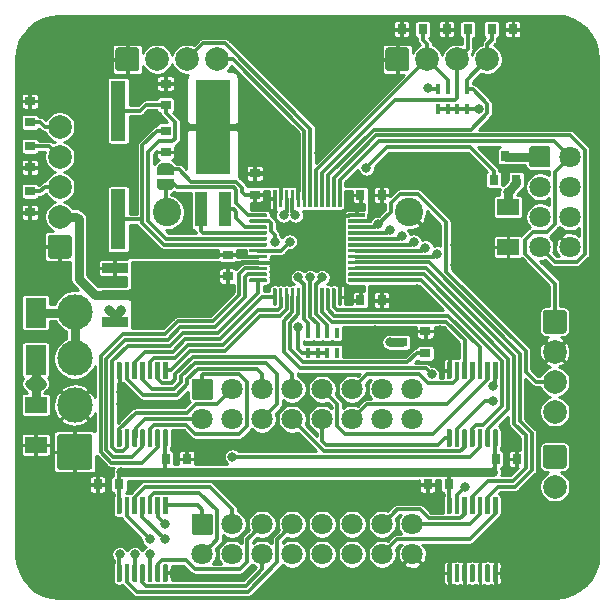
<source format=gtl>
G04 #@! TF.GenerationSoftware,KiCad,Pcbnew,5.1.5+dfsg1-2build2*
G04 #@! TF.CreationDate,2021-05-10T22:18:05+03:00*
G04 #@! TF.ProjectId,HUB75_Clock,48554237-355f-4436-9c6f-636b2e6b6963,rev?*
G04 #@! TF.SameCoordinates,Original*
G04 #@! TF.FileFunction,Copper,L1,Top*
G04 #@! TF.FilePolarity,Positive*
%FSLAX46Y46*%
G04 Gerber Fmt 4.6, Leading zero omitted, Abs format (unit mm)*
G04 Created by KiCad (PCBNEW 5.1.5+dfsg1-2build2) date 2021-05-10 22:18:05*
%MOMM*%
%LPD*%
G04 APERTURE LIST*
%ADD10R,0.900000X0.800000*%
%ADD11C,2.000000*%
%ADD12C,0.100000*%
%ADD13R,0.440000X0.900000*%
%ADD14C,3.000000*%
%ADD15R,0.800000X0.900000*%
%ADD16R,1.300000X5.100000*%
%ADD17R,3.000000X8.000000*%
%ADD18R,1.000000X3.000000*%
%ADD19R,2.200000X0.900000*%
%ADD20R,2.400000X3.500000*%
%ADD21C,1.800000*%
%ADD22R,1.800000X2.500000*%
%ADD23R,1.900000X1.400000*%
%ADD24C,2.400000*%
%ADD25C,1.000000*%
%ADD26O,1.000000X1.000000*%
%ADD27C,6.500000*%
%ADD28C,0.800000*%
%ADD29C,0.300000*%
%ADD30C,0.800000*%
%ADD31C,0.250000*%
G04 APERTURE END LIST*
D10*
X136500000Y-91900000D03*
X136500000Y-90100000D03*
X136500000Y-86100000D03*
X136500000Y-87900000D03*
D11*
X140880000Y-84045000D03*
X138340000Y-84045000D03*
X135800000Y-84045000D03*
G04 #@! TA.AperFunction,ComponentPad*
D12*
G36*
X134034504Y-83046204D02*
G01*
X134058773Y-83049804D01*
X134082571Y-83055765D01*
X134105671Y-83064030D01*
X134127849Y-83074520D01*
X134148893Y-83087133D01*
X134168598Y-83101747D01*
X134186777Y-83118223D01*
X134203253Y-83136402D01*
X134217867Y-83156107D01*
X134230480Y-83177151D01*
X134240970Y-83199329D01*
X134249235Y-83222429D01*
X134255196Y-83246227D01*
X134258796Y-83270496D01*
X134260000Y-83295000D01*
X134260000Y-84795000D01*
X134258796Y-84819504D01*
X134255196Y-84843773D01*
X134249235Y-84867571D01*
X134240970Y-84890671D01*
X134230480Y-84912849D01*
X134217867Y-84933893D01*
X134203253Y-84953598D01*
X134186777Y-84971777D01*
X134168598Y-84988253D01*
X134148893Y-85002867D01*
X134127849Y-85015480D01*
X134105671Y-85025970D01*
X134082571Y-85034235D01*
X134058773Y-85040196D01*
X134034504Y-85043796D01*
X134010000Y-85045000D01*
X132510000Y-85045000D01*
X132485496Y-85043796D01*
X132461227Y-85040196D01*
X132437429Y-85034235D01*
X132414329Y-85025970D01*
X132392151Y-85015480D01*
X132371107Y-85002867D01*
X132351402Y-84988253D01*
X132333223Y-84971777D01*
X132316747Y-84953598D01*
X132302133Y-84933893D01*
X132289520Y-84912849D01*
X132279030Y-84890671D01*
X132270765Y-84867571D01*
X132264804Y-84843773D01*
X132261204Y-84819504D01*
X132260000Y-84795000D01*
X132260000Y-83295000D01*
X132261204Y-83270496D01*
X132264804Y-83246227D01*
X132270765Y-83222429D01*
X132279030Y-83199329D01*
X132289520Y-83177151D01*
X132302133Y-83156107D01*
X132316747Y-83136402D01*
X132333223Y-83118223D01*
X132351402Y-83101747D01*
X132371107Y-83087133D01*
X132392151Y-83074520D01*
X132414329Y-83064030D01*
X132437429Y-83055765D01*
X132461227Y-83049804D01*
X132485496Y-83046204D01*
X132510000Y-83045000D01*
X134010000Y-83045000D01*
X134034504Y-83046204D01*
G37*
G04 #@! TD.AperFunction*
G04 #@! TA.AperFunction,SMDPad,CuDef*
G36*
X137249398Y-94650000D02*
G01*
X137249398Y-94674534D01*
X137244588Y-94723365D01*
X137235016Y-94771490D01*
X137220772Y-94818445D01*
X137201995Y-94863778D01*
X137178864Y-94907051D01*
X137151604Y-94947850D01*
X137120476Y-94985779D01*
X137085779Y-95020476D01*
X137047850Y-95051604D01*
X137007051Y-95078864D01*
X136963778Y-95101995D01*
X136918445Y-95120772D01*
X136871490Y-95135016D01*
X136823365Y-95144588D01*
X136774534Y-95149398D01*
X136750000Y-95149398D01*
X136750000Y-95150000D01*
X136250000Y-95150000D01*
X136250000Y-95149398D01*
X136225466Y-95149398D01*
X136176635Y-95144588D01*
X136128510Y-95135016D01*
X136081555Y-95120772D01*
X136036222Y-95101995D01*
X135992949Y-95078864D01*
X135952150Y-95051604D01*
X135914221Y-95020476D01*
X135879524Y-94985779D01*
X135848396Y-94947850D01*
X135821136Y-94907051D01*
X135798005Y-94863778D01*
X135779228Y-94818445D01*
X135764984Y-94771490D01*
X135755412Y-94723365D01*
X135750602Y-94674534D01*
X135750602Y-94650000D01*
X135750000Y-94650000D01*
X135750000Y-94150000D01*
X137250000Y-94150000D01*
X137250000Y-94650000D01*
X137249398Y-94650000D01*
G37*
G04 #@! TD.AperFunction*
G04 #@! TA.AperFunction,SMDPad,CuDef*
G36*
X135750000Y-93850000D02*
G01*
X135750000Y-93350000D01*
X135750602Y-93350000D01*
X135750602Y-93325466D01*
X135755412Y-93276635D01*
X135764984Y-93228510D01*
X135779228Y-93181555D01*
X135798005Y-93136222D01*
X135821136Y-93092949D01*
X135848396Y-93052150D01*
X135879524Y-93014221D01*
X135914221Y-92979524D01*
X135952150Y-92948396D01*
X135992949Y-92921136D01*
X136036222Y-92898005D01*
X136081555Y-92879228D01*
X136128510Y-92864984D01*
X136176635Y-92855412D01*
X136225466Y-92850602D01*
X136250000Y-92850602D01*
X136250000Y-92850000D01*
X136750000Y-92850000D01*
X136750000Y-92850602D01*
X136774534Y-92850602D01*
X136823365Y-92855412D01*
X136871490Y-92864984D01*
X136918445Y-92879228D01*
X136963778Y-92898005D01*
X137007051Y-92921136D01*
X137047850Y-92948396D01*
X137085779Y-92979524D01*
X137120476Y-93014221D01*
X137151604Y-93052150D01*
X137178864Y-93092949D01*
X137201995Y-93136222D01*
X137220772Y-93181555D01*
X137235016Y-93228510D01*
X137244588Y-93276635D01*
X137249398Y-93325466D01*
X137249398Y-93350000D01*
X137250000Y-93350000D01*
X137250000Y-93850000D01*
X135750000Y-93850000D01*
G37*
G04 #@! TD.AperFunction*
D13*
X159600000Y-86585000D03*
X160400000Y-86585000D03*
X161200000Y-86585000D03*
X162000000Y-86585000D03*
X159600000Y-88285000D03*
X160400000Y-88285000D03*
X161200000Y-88285000D03*
X162000000Y-88285000D03*
X148600000Y-107200000D03*
X149400000Y-107200000D03*
X150200000Y-107200000D03*
X151000000Y-107200000D03*
X148600000Y-108900000D03*
X149400000Y-108900000D03*
X150200000Y-108900000D03*
X151000000Y-108900000D03*
D10*
X125005000Y-87590000D03*
X125005000Y-89390000D03*
X125005000Y-93200000D03*
X125005000Y-91400000D03*
X125005000Y-97010000D03*
X125005000Y-95210000D03*
D14*
X128815000Y-105410000D03*
X128815000Y-109370000D03*
X128815000Y-113330000D03*
G04 #@! TA.AperFunction,ComponentPad*
D12*
G36*
X130090406Y-115791199D02*
G01*
X130114577Y-115794784D01*
X130138281Y-115800722D01*
X130161288Y-115808954D01*
X130183378Y-115819402D01*
X130204337Y-115831964D01*
X130223964Y-115846520D01*
X130242070Y-115862930D01*
X130258480Y-115881036D01*
X130273036Y-115900663D01*
X130285598Y-115921622D01*
X130296046Y-115943712D01*
X130304278Y-115966719D01*
X130310216Y-115990423D01*
X130313801Y-116014594D01*
X130315000Y-116039000D01*
X130315000Y-118541000D01*
X130313801Y-118565406D01*
X130310216Y-118589577D01*
X130304278Y-118613281D01*
X130296046Y-118636288D01*
X130285598Y-118658378D01*
X130273036Y-118679337D01*
X130258480Y-118698964D01*
X130242070Y-118717070D01*
X130223964Y-118733480D01*
X130204337Y-118748036D01*
X130183378Y-118760598D01*
X130161288Y-118771046D01*
X130138281Y-118779278D01*
X130114577Y-118785216D01*
X130090406Y-118788801D01*
X130066000Y-118790000D01*
X127564000Y-118790000D01*
X127539594Y-118788801D01*
X127515423Y-118785216D01*
X127491719Y-118779278D01*
X127468712Y-118771046D01*
X127446622Y-118760598D01*
X127425663Y-118748036D01*
X127406036Y-118733480D01*
X127387930Y-118717070D01*
X127371520Y-118698964D01*
X127356964Y-118679337D01*
X127344402Y-118658378D01*
X127333954Y-118636288D01*
X127325722Y-118613281D01*
X127319784Y-118589577D01*
X127316199Y-118565406D01*
X127315000Y-118541000D01*
X127315000Y-116039000D01*
X127316199Y-116014594D01*
X127319784Y-115990423D01*
X127325722Y-115966719D01*
X127333954Y-115943712D01*
X127344402Y-115921622D01*
X127356964Y-115900663D01*
X127371520Y-115881036D01*
X127387930Y-115862930D01*
X127406036Y-115846520D01*
X127425663Y-115831964D01*
X127446622Y-115819402D01*
X127468712Y-115808954D01*
X127491719Y-115800722D01*
X127515423Y-115794784D01*
X127539594Y-115791199D01*
X127564000Y-115790000D01*
X130066000Y-115790000D01*
X130090406Y-115791199D01*
G37*
G04 #@! TD.AperFunction*
D11*
X127545000Y-89760000D03*
X127545000Y-92300000D03*
X127545000Y-94840000D03*
X127545000Y-97380000D03*
G04 #@! TA.AperFunction,ComponentPad*
D12*
G36*
X128319504Y-98921204D02*
G01*
X128343773Y-98924804D01*
X128367571Y-98930765D01*
X128390671Y-98939030D01*
X128412849Y-98949520D01*
X128433893Y-98962133D01*
X128453598Y-98976747D01*
X128471777Y-98993223D01*
X128488253Y-99011402D01*
X128502867Y-99031107D01*
X128515480Y-99052151D01*
X128525970Y-99074329D01*
X128534235Y-99097429D01*
X128540196Y-99121227D01*
X128543796Y-99145496D01*
X128545000Y-99170000D01*
X128545000Y-100670000D01*
X128543796Y-100694504D01*
X128540196Y-100718773D01*
X128534235Y-100742571D01*
X128525970Y-100765671D01*
X128515480Y-100787849D01*
X128502867Y-100808893D01*
X128488253Y-100828598D01*
X128471777Y-100846777D01*
X128453598Y-100863253D01*
X128433893Y-100877867D01*
X128412849Y-100890480D01*
X128390671Y-100900970D01*
X128367571Y-100909235D01*
X128343773Y-100915196D01*
X128319504Y-100918796D01*
X128295000Y-100920000D01*
X126795000Y-100920000D01*
X126770496Y-100918796D01*
X126746227Y-100915196D01*
X126722429Y-100909235D01*
X126699329Y-100900970D01*
X126677151Y-100890480D01*
X126656107Y-100877867D01*
X126636402Y-100863253D01*
X126618223Y-100846777D01*
X126601747Y-100828598D01*
X126587133Y-100808893D01*
X126574520Y-100787849D01*
X126564030Y-100765671D01*
X126555765Y-100742571D01*
X126549804Y-100718773D01*
X126546204Y-100694504D01*
X126545000Y-100670000D01*
X126545000Y-99170000D01*
X126546204Y-99145496D01*
X126549804Y-99121227D01*
X126555765Y-99097429D01*
X126564030Y-99074329D01*
X126574520Y-99052151D01*
X126587133Y-99031107D01*
X126601747Y-99011402D01*
X126618223Y-98993223D01*
X126636402Y-98976747D01*
X126656107Y-98962133D01*
X126677151Y-98949520D01*
X126699329Y-98939030D01*
X126722429Y-98930765D01*
X126746227Y-98924804D01*
X126770496Y-98921204D01*
X126795000Y-98920000D01*
X128295000Y-98920000D01*
X128319504Y-98921204D01*
G37*
G04 #@! TD.AperFunction*
D11*
X163740000Y-84045000D03*
X161200000Y-84045000D03*
X158660000Y-84045000D03*
G04 #@! TA.AperFunction,ComponentPad*
D12*
G36*
X156894504Y-83046204D02*
G01*
X156918773Y-83049804D01*
X156942571Y-83055765D01*
X156965671Y-83064030D01*
X156987849Y-83074520D01*
X157008893Y-83087133D01*
X157028598Y-83101747D01*
X157046777Y-83118223D01*
X157063253Y-83136402D01*
X157077867Y-83156107D01*
X157090480Y-83177151D01*
X157100970Y-83199329D01*
X157109235Y-83222429D01*
X157115196Y-83246227D01*
X157118796Y-83270496D01*
X157120000Y-83295000D01*
X157120000Y-84795000D01*
X157118796Y-84819504D01*
X157115196Y-84843773D01*
X157109235Y-84867571D01*
X157100970Y-84890671D01*
X157090480Y-84912849D01*
X157077867Y-84933893D01*
X157063253Y-84953598D01*
X157046777Y-84971777D01*
X157028598Y-84988253D01*
X157008893Y-85002867D01*
X156987849Y-85015480D01*
X156965671Y-85025970D01*
X156942571Y-85034235D01*
X156918773Y-85040196D01*
X156894504Y-85043796D01*
X156870000Y-85045000D01*
X155370000Y-85045000D01*
X155345496Y-85043796D01*
X155321227Y-85040196D01*
X155297429Y-85034235D01*
X155274329Y-85025970D01*
X155252151Y-85015480D01*
X155231107Y-85002867D01*
X155211402Y-84988253D01*
X155193223Y-84971777D01*
X155176747Y-84953598D01*
X155162133Y-84933893D01*
X155149520Y-84912849D01*
X155139030Y-84890671D01*
X155130765Y-84867571D01*
X155124804Y-84843773D01*
X155121204Y-84819504D01*
X155120000Y-84795000D01*
X155120000Y-83295000D01*
X155121204Y-83270496D01*
X155124804Y-83246227D01*
X155130765Y-83222429D01*
X155139030Y-83199329D01*
X155149520Y-83177151D01*
X155162133Y-83156107D01*
X155176747Y-83136402D01*
X155193223Y-83118223D01*
X155211402Y-83101747D01*
X155231107Y-83087133D01*
X155252151Y-83074520D01*
X155274329Y-83064030D01*
X155297429Y-83055765D01*
X155321227Y-83049804D01*
X155345496Y-83046204D01*
X155370000Y-83045000D01*
X156870000Y-83045000D01*
X156894504Y-83046204D01*
G37*
G04 #@! TD.AperFunction*
D11*
X169455000Y-120240000D03*
G04 #@! TA.AperFunction,ComponentPad*
D12*
G36*
X170204249Y-116701339D02*
G01*
X170231235Y-116705342D01*
X170257699Y-116711971D01*
X170283386Y-116721161D01*
X170308048Y-116732826D01*
X170331449Y-116746851D01*
X170353361Y-116763103D01*
X170373576Y-116781424D01*
X170391897Y-116801639D01*
X170408149Y-116823551D01*
X170422174Y-116846952D01*
X170433839Y-116871614D01*
X170443029Y-116897301D01*
X170449658Y-116923765D01*
X170453661Y-116950751D01*
X170455000Y-116978000D01*
X170455000Y-118422000D01*
X170453661Y-118449249D01*
X170449658Y-118476235D01*
X170443029Y-118502699D01*
X170433839Y-118528386D01*
X170422174Y-118553048D01*
X170408149Y-118576449D01*
X170391897Y-118598361D01*
X170373576Y-118618576D01*
X170353361Y-118636897D01*
X170331449Y-118653149D01*
X170308048Y-118667174D01*
X170283386Y-118678839D01*
X170257699Y-118688029D01*
X170231235Y-118694658D01*
X170204249Y-118698661D01*
X170177000Y-118700000D01*
X168733000Y-118700000D01*
X168705751Y-118698661D01*
X168678765Y-118694658D01*
X168652301Y-118688029D01*
X168626614Y-118678839D01*
X168601952Y-118667174D01*
X168578551Y-118653149D01*
X168556639Y-118636897D01*
X168536424Y-118618576D01*
X168518103Y-118598361D01*
X168501851Y-118576449D01*
X168487826Y-118553048D01*
X168476161Y-118528386D01*
X168466971Y-118502699D01*
X168460342Y-118476235D01*
X168456339Y-118449249D01*
X168455000Y-118422000D01*
X168455000Y-116978000D01*
X168456339Y-116950751D01*
X168460342Y-116923765D01*
X168466971Y-116897301D01*
X168476161Y-116871614D01*
X168487826Y-116846952D01*
X168501851Y-116823551D01*
X168518103Y-116801639D01*
X168536424Y-116781424D01*
X168556639Y-116763103D01*
X168578551Y-116746851D01*
X168601952Y-116732826D01*
X168626614Y-116721161D01*
X168652301Y-116711971D01*
X168678765Y-116705342D01*
X168705751Y-116701339D01*
X168733000Y-116700000D01*
X170177000Y-116700000D01*
X170204249Y-116701339D01*
G37*
G04 #@! TD.AperFunction*
D15*
X154800000Y-104450000D03*
X153000000Y-104450000D03*
X154800000Y-95550000D03*
X153000000Y-95550000D03*
D10*
X144050000Y-93700000D03*
X144050000Y-95500000D03*
X141750000Y-100600000D03*
X141750000Y-102400000D03*
D15*
X166238500Y-117890500D03*
X164438500Y-117890500D03*
X138298500Y-117890500D03*
X136498500Y-117890500D03*
G04 #@! TA.AperFunction,SMDPad,CuDef*
D12*
G36*
X136589802Y-115380482D02*
G01*
X136599509Y-115381921D01*
X136609028Y-115384306D01*
X136618268Y-115387612D01*
X136627140Y-115391808D01*
X136635557Y-115396853D01*
X136643439Y-115402699D01*
X136650711Y-115409289D01*
X136657301Y-115416561D01*
X136663147Y-115424443D01*
X136668192Y-115432860D01*
X136672388Y-115441732D01*
X136675694Y-115450972D01*
X136678079Y-115460491D01*
X136679518Y-115470198D01*
X136680000Y-115480000D01*
X136680000Y-116755000D01*
X136679518Y-116764802D01*
X136678079Y-116774509D01*
X136675694Y-116784028D01*
X136672388Y-116793268D01*
X136668192Y-116802140D01*
X136663147Y-116810557D01*
X136657301Y-116818439D01*
X136650711Y-116825711D01*
X136643439Y-116832301D01*
X136635557Y-116838147D01*
X136627140Y-116843192D01*
X136618268Y-116847388D01*
X136609028Y-116850694D01*
X136599509Y-116853079D01*
X136589802Y-116854518D01*
X136580000Y-116855000D01*
X136380000Y-116855000D01*
X136370198Y-116854518D01*
X136360491Y-116853079D01*
X136350972Y-116850694D01*
X136341732Y-116847388D01*
X136332860Y-116843192D01*
X136324443Y-116838147D01*
X136316561Y-116832301D01*
X136309289Y-116825711D01*
X136302699Y-116818439D01*
X136296853Y-116810557D01*
X136291808Y-116802140D01*
X136287612Y-116793268D01*
X136284306Y-116784028D01*
X136281921Y-116774509D01*
X136280482Y-116764802D01*
X136280000Y-116755000D01*
X136280000Y-115480000D01*
X136280482Y-115470198D01*
X136281921Y-115460491D01*
X136284306Y-115450972D01*
X136287612Y-115441732D01*
X136291808Y-115432860D01*
X136296853Y-115424443D01*
X136302699Y-115416561D01*
X136309289Y-115409289D01*
X136316561Y-115402699D01*
X136324443Y-115396853D01*
X136332860Y-115391808D01*
X136341732Y-115387612D01*
X136350972Y-115384306D01*
X136360491Y-115381921D01*
X136370198Y-115380482D01*
X136380000Y-115380000D01*
X136580000Y-115380000D01*
X136589802Y-115380482D01*
G37*
G04 #@! TD.AperFunction*
G04 #@! TA.AperFunction,SMDPad,CuDef*
G36*
X135939802Y-115380482D02*
G01*
X135949509Y-115381921D01*
X135959028Y-115384306D01*
X135968268Y-115387612D01*
X135977140Y-115391808D01*
X135985557Y-115396853D01*
X135993439Y-115402699D01*
X136000711Y-115409289D01*
X136007301Y-115416561D01*
X136013147Y-115424443D01*
X136018192Y-115432860D01*
X136022388Y-115441732D01*
X136025694Y-115450972D01*
X136028079Y-115460491D01*
X136029518Y-115470198D01*
X136030000Y-115480000D01*
X136030000Y-116755000D01*
X136029518Y-116764802D01*
X136028079Y-116774509D01*
X136025694Y-116784028D01*
X136022388Y-116793268D01*
X136018192Y-116802140D01*
X136013147Y-116810557D01*
X136007301Y-116818439D01*
X136000711Y-116825711D01*
X135993439Y-116832301D01*
X135985557Y-116838147D01*
X135977140Y-116843192D01*
X135968268Y-116847388D01*
X135959028Y-116850694D01*
X135949509Y-116853079D01*
X135939802Y-116854518D01*
X135930000Y-116855000D01*
X135730000Y-116855000D01*
X135720198Y-116854518D01*
X135710491Y-116853079D01*
X135700972Y-116850694D01*
X135691732Y-116847388D01*
X135682860Y-116843192D01*
X135674443Y-116838147D01*
X135666561Y-116832301D01*
X135659289Y-116825711D01*
X135652699Y-116818439D01*
X135646853Y-116810557D01*
X135641808Y-116802140D01*
X135637612Y-116793268D01*
X135634306Y-116784028D01*
X135631921Y-116774509D01*
X135630482Y-116764802D01*
X135630000Y-116755000D01*
X135630000Y-115480000D01*
X135630482Y-115470198D01*
X135631921Y-115460491D01*
X135634306Y-115450972D01*
X135637612Y-115441732D01*
X135641808Y-115432860D01*
X135646853Y-115424443D01*
X135652699Y-115416561D01*
X135659289Y-115409289D01*
X135666561Y-115402699D01*
X135674443Y-115396853D01*
X135682860Y-115391808D01*
X135691732Y-115387612D01*
X135700972Y-115384306D01*
X135710491Y-115381921D01*
X135720198Y-115380482D01*
X135730000Y-115380000D01*
X135930000Y-115380000D01*
X135939802Y-115380482D01*
G37*
G04 #@! TD.AperFunction*
G04 #@! TA.AperFunction,SMDPad,CuDef*
G36*
X135289802Y-115380482D02*
G01*
X135299509Y-115381921D01*
X135309028Y-115384306D01*
X135318268Y-115387612D01*
X135327140Y-115391808D01*
X135335557Y-115396853D01*
X135343439Y-115402699D01*
X135350711Y-115409289D01*
X135357301Y-115416561D01*
X135363147Y-115424443D01*
X135368192Y-115432860D01*
X135372388Y-115441732D01*
X135375694Y-115450972D01*
X135378079Y-115460491D01*
X135379518Y-115470198D01*
X135380000Y-115480000D01*
X135380000Y-116755000D01*
X135379518Y-116764802D01*
X135378079Y-116774509D01*
X135375694Y-116784028D01*
X135372388Y-116793268D01*
X135368192Y-116802140D01*
X135363147Y-116810557D01*
X135357301Y-116818439D01*
X135350711Y-116825711D01*
X135343439Y-116832301D01*
X135335557Y-116838147D01*
X135327140Y-116843192D01*
X135318268Y-116847388D01*
X135309028Y-116850694D01*
X135299509Y-116853079D01*
X135289802Y-116854518D01*
X135280000Y-116855000D01*
X135080000Y-116855000D01*
X135070198Y-116854518D01*
X135060491Y-116853079D01*
X135050972Y-116850694D01*
X135041732Y-116847388D01*
X135032860Y-116843192D01*
X135024443Y-116838147D01*
X135016561Y-116832301D01*
X135009289Y-116825711D01*
X135002699Y-116818439D01*
X134996853Y-116810557D01*
X134991808Y-116802140D01*
X134987612Y-116793268D01*
X134984306Y-116784028D01*
X134981921Y-116774509D01*
X134980482Y-116764802D01*
X134980000Y-116755000D01*
X134980000Y-115480000D01*
X134980482Y-115470198D01*
X134981921Y-115460491D01*
X134984306Y-115450972D01*
X134987612Y-115441732D01*
X134991808Y-115432860D01*
X134996853Y-115424443D01*
X135002699Y-115416561D01*
X135009289Y-115409289D01*
X135016561Y-115402699D01*
X135024443Y-115396853D01*
X135032860Y-115391808D01*
X135041732Y-115387612D01*
X135050972Y-115384306D01*
X135060491Y-115381921D01*
X135070198Y-115380482D01*
X135080000Y-115380000D01*
X135280000Y-115380000D01*
X135289802Y-115380482D01*
G37*
G04 #@! TD.AperFunction*
G04 #@! TA.AperFunction,SMDPad,CuDef*
G36*
X134639802Y-115380482D02*
G01*
X134649509Y-115381921D01*
X134659028Y-115384306D01*
X134668268Y-115387612D01*
X134677140Y-115391808D01*
X134685557Y-115396853D01*
X134693439Y-115402699D01*
X134700711Y-115409289D01*
X134707301Y-115416561D01*
X134713147Y-115424443D01*
X134718192Y-115432860D01*
X134722388Y-115441732D01*
X134725694Y-115450972D01*
X134728079Y-115460491D01*
X134729518Y-115470198D01*
X134730000Y-115480000D01*
X134730000Y-116755000D01*
X134729518Y-116764802D01*
X134728079Y-116774509D01*
X134725694Y-116784028D01*
X134722388Y-116793268D01*
X134718192Y-116802140D01*
X134713147Y-116810557D01*
X134707301Y-116818439D01*
X134700711Y-116825711D01*
X134693439Y-116832301D01*
X134685557Y-116838147D01*
X134677140Y-116843192D01*
X134668268Y-116847388D01*
X134659028Y-116850694D01*
X134649509Y-116853079D01*
X134639802Y-116854518D01*
X134630000Y-116855000D01*
X134430000Y-116855000D01*
X134420198Y-116854518D01*
X134410491Y-116853079D01*
X134400972Y-116850694D01*
X134391732Y-116847388D01*
X134382860Y-116843192D01*
X134374443Y-116838147D01*
X134366561Y-116832301D01*
X134359289Y-116825711D01*
X134352699Y-116818439D01*
X134346853Y-116810557D01*
X134341808Y-116802140D01*
X134337612Y-116793268D01*
X134334306Y-116784028D01*
X134331921Y-116774509D01*
X134330482Y-116764802D01*
X134330000Y-116755000D01*
X134330000Y-115480000D01*
X134330482Y-115470198D01*
X134331921Y-115460491D01*
X134334306Y-115450972D01*
X134337612Y-115441732D01*
X134341808Y-115432860D01*
X134346853Y-115424443D01*
X134352699Y-115416561D01*
X134359289Y-115409289D01*
X134366561Y-115402699D01*
X134374443Y-115396853D01*
X134382860Y-115391808D01*
X134391732Y-115387612D01*
X134400972Y-115384306D01*
X134410491Y-115381921D01*
X134420198Y-115380482D01*
X134430000Y-115380000D01*
X134630000Y-115380000D01*
X134639802Y-115380482D01*
G37*
G04 #@! TD.AperFunction*
G04 #@! TA.AperFunction,SMDPad,CuDef*
G36*
X133989802Y-115380482D02*
G01*
X133999509Y-115381921D01*
X134009028Y-115384306D01*
X134018268Y-115387612D01*
X134027140Y-115391808D01*
X134035557Y-115396853D01*
X134043439Y-115402699D01*
X134050711Y-115409289D01*
X134057301Y-115416561D01*
X134063147Y-115424443D01*
X134068192Y-115432860D01*
X134072388Y-115441732D01*
X134075694Y-115450972D01*
X134078079Y-115460491D01*
X134079518Y-115470198D01*
X134080000Y-115480000D01*
X134080000Y-116755000D01*
X134079518Y-116764802D01*
X134078079Y-116774509D01*
X134075694Y-116784028D01*
X134072388Y-116793268D01*
X134068192Y-116802140D01*
X134063147Y-116810557D01*
X134057301Y-116818439D01*
X134050711Y-116825711D01*
X134043439Y-116832301D01*
X134035557Y-116838147D01*
X134027140Y-116843192D01*
X134018268Y-116847388D01*
X134009028Y-116850694D01*
X133999509Y-116853079D01*
X133989802Y-116854518D01*
X133980000Y-116855000D01*
X133780000Y-116855000D01*
X133770198Y-116854518D01*
X133760491Y-116853079D01*
X133750972Y-116850694D01*
X133741732Y-116847388D01*
X133732860Y-116843192D01*
X133724443Y-116838147D01*
X133716561Y-116832301D01*
X133709289Y-116825711D01*
X133702699Y-116818439D01*
X133696853Y-116810557D01*
X133691808Y-116802140D01*
X133687612Y-116793268D01*
X133684306Y-116784028D01*
X133681921Y-116774509D01*
X133680482Y-116764802D01*
X133680000Y-116755000D01*
X133680000Y-115480000D01*
X133680482Y-115470198D01*
X133681921Y-115460491D01*
X133684306Y-115450972D01*
X133687612Y-115441732D01*
X133691808Y-115432860D01*
X133696853Y-115424443D01*
X133702699Y-115416561D01*
X133709289Y-115409289D01*
X133716561Y-115402699D01*
X133724443Y-115396853D01*
X133732860Y-115391808D01*
X133741732Y-115387612D01*
X133750972Y-115384306D01*
X133760491Y-115381921D01*
X133770198Y-115380482D01*
X133780000Y-115380000D01*
X133980000Y-115380000D01*
X133989802Y-115380482D01*
G37*
G04 #@! TD.AperFunction*
G04 #@! TA.AperFunction,SMDPad,CuDef*
G36*
X133339802Y-115380482D02*
G01*
X133349509Y-115381921D01*
X133359028Y-115384306D01*
X133368268Y-115387612D01*
X133377140Y-115391808D01*
X133385557Y-115396853D01*
X133393439Y-115402699D01*
X133400711Y-115409289D01*
X133407301Y-115416561D01*
X133413147Y-115424443D01*
X133418192Y-115432860D01*
X133422388Y-115441732D01*
X133425694Y-115450972D01*
X133428079Y-115460491D01*
X133429518Y-115470198D01*
X133430000Y-115480000D01*
X133430000Y-116755000D01*
X133429518Y-116764802D01*
X133428079Y-116774509D01*
X133425694Y-116784028D01*
X133422388Y-116793268D01*
X133418192Y-116802140D01*
X133413147Y-116810557D01*
X133407301Y-116818439D01*
X133400711Y-116825711D01*
X133393439Y-116832301D01*
X133385557Y-116838147D01*
X133377140Y-116843192D01*
X133368268Y-116847388D01*
X133359028Y-116850694D01*
X133349509Y-116853079D01*
X133339802Y-116854518D01*
X133330000Y-116855000D01*
X133130000Y-116855000D01*
X133120198Y-116854518D01*
X133110491Y-116853079D01*
X133100972Y-116850694D01*
X133091732Y-116847388D01*
X133082860Y-116843192D01*
X133074443Y-116838147D01*
X133066561Y-116832301D01*
X133059289Y-116825711D01*
X133052699Y-116818439D01*
X133046853Y-116810557D01*
X133041808Y-116802140D01*
X133037612Y-116793268D01*
X133034306Y-116784028D01*
X133031921Y-116774509D01*
X133030482Y-116764802D01*
X133030000Y-116755000D01*
X133030000Y-115480000D01*
X133030482Y-115470198D01*
X133031921Y-115460491D01*
X133034306Y-115450972D01*
X133037612Y-115441732D01*
X133041808Y-115432860D01*
X133046853Y-115424443D01*
X133052699Y-115416561D01*
X133059289Y-115409289D01*
X133066561Y-115402699D01*
X133074443Y-115396853D01*
X133082860Y-115391808D01*
X133091732Y-115387612D01*
X133100972Y-115384306D01*
X133110491Y-115381921D01*
X133120198Y-115380482D01*
X133130000Y-115380000D01*
X133330000Y-115380000D01*
X133339802Y-115380482D01*
G37*
G04 #@! TD.AperFunction*
G04 #@! TA.AperFunction,SMDPad,CuDef*
G36*
X132689802Y-115380482D02*
G01*
X132699509Y-115381921D01*
X132709028Y-115384306D01*
X132718268Y-115387612D01*
X132727140Y-115391808D01*
X132735557Y-115396853D01*
X132743439Y-115402699D01*
X132750711Y-115409289D01*
X132757301Y-115416561D01*
X132763147Y-115424443D01*
X132768192Y-115432860D01*
X132772388Y-115441732D01*
X132775694Y-115450972D01*
X132778079Y-115460491D01*
X132779518Y-115470198D01*
X132780000Y-115480000D01*
X132780000Y-116755000D01*
X132779518Y-116764802D01*
X132778079Y-116774509D01*
X132775694Y-116784028D01*
X132772388Y-116793268D01*
X132768192Y-116802140D01*
X132763147Y-116810557D01*
X132757301Y-116818439D01*
X132750711Y-116825711D01*
X132743439Y-116832301D01*
X132735557Y-116838147D01*
X132727140Y-116843192D01*
X132718268Y-116847388D01*
X132709028Y-116850694D01*
X132699509Y-116853079D01*
X132689802Y-116854518D01*
X132680000Y-116855000D01*
X132480000Y-116855000D01*
X132470198Y-116854518D01*
X132460491Y-116853079D01*
X132450972Y-116850694D01*
X132441732Y-116847388D01*
X132432860Y-116843192D01*
X132424443Y-116838147D01*
X132416561Y-116832301D01*
X132409289Y-116825711D01*
X132402699Y-116818439D01*
X132396853Y-116810557D01*
X132391808Y-116802140D01*
X132387612Y-116793268D01*
X132384306Y-116784028D01*
X132381921Y-116774509D01*
X132380482Y-116764802D01*
X132380000Y-116755000D01*
X132380000Y-115480000D01*
X132380482Y-115470198D01*
X132381921Y-115460491D01*
X132384306Y-115450972D01*
X132387612Y-115441732D01*
X132391808Y-115432860D01*
X132396853Y-115424443D01*
X132402699Y-115416561D01*
X132409289Y-115409289D01*
X132416561Y-115402699D01*
X132424443Y-115396853D01*
X132432860Y-115391808D01*
X132441732Y-115387612D01*
X132450972Y-115384306D01*
X132460491Y-115381921D01*
X132470198Y-115380482D01*
X132480000Y-115380000D01*
X132680000Y-115380000D01*
X132689802Y-115380482D01*
G37*
G04 #@! TD.AperFunction*
G04 #@! TA.AperFunction,SMDPad,CuDef*
G36*
X132689802Y-109655482D02*
G01*
X132699509Y-109656921D01*
X132709028Y-109659306D01*
X132718268Y-109662612D01*
X132727140Y-109666808D01*
X132735557Y-109671853D01*
X132743439Y-109677699D01*
X132750711Y-109684289D01*
X132757301Y-109691561D01*
X132763147Y-109699443D01*
X132768192Y-109707860D01*
X132772388Y-109716732D01*
X132775694Y-109725972D01*
X132778079Y-109735491D01*
X132779518Y-109745198D01*
X132780000Y-109755000D01*
X132780000Y-111030000D01*
X132779518Y-111039802D01*
X132778079Y-111049509D01*
X132775694Y-111059028D01*
X132772388Y-111068268D01*
X132768192Y-111077140D01*
X132763147Y-111085557D01*
X132757301Y-111093439D01*
X132750711Y-111100711D01*
X132743439Y-111107301D01*
X132735557Y-111113147D01*
X132727140Y-111118192D01*
X132718268Y-111122388D01*
X132709028Y-111125694D01*
X132699509Y-111128079D01*
X132689802Y-111129518D01*
X132680000Y-111130000D01*
X132480000Y-111130000D01*
X132470198Y-111129518D01*
X132460491Y-111128079D01*
X132450972Y-111125694D01*
X132441732Y-111122388D01*
X132432860Y-111118192D01*
X132424443Y-111113147D01*
X132416561Y-111107301D01*
X132409289Y-111100711D01*
X132402699Y-111093439D01*
X132396853Y-111085557D01*
X132391808Y-111077140D01*
X132387612Y-111068268D01*
X132384306Y-111059028D01*
X132381921Y-111049509D01*
X132380482Y-111039802D01*
X132380000Y-111030000D01*
X132380000Y-109755000D01*
X132380482Y-109745198D01*
X132381921Y-109735491D01*
X132384306Y-109725972D01*
X132387612Y-109716732D01*
X132391808Y-109707860D01*
X132396853Y-109699443D01*
X132402699Y-109691561D01*
X132409289Y-109684289D01*
X132416561Y-109677699D01*
X132424443Y-109671853D01*
X132432860Y-109666808D01*
X132441732Y-109662612D01*
X132450972Y-109659306D01*
X132460491Y-109656921D01*
X132470198Y-109655482D01*
X132480000Y-109655000D01*
X132680000Y-109655000D01*
X132689802Y-109655482D01*
G37*
G04 #@! TD.AperFunction*
G04 #@! TA.AperFunction,SMDPad,CuDef*
G36*
X133339802Y-109655482D02*
G01*
X133349509Y-109656921D01*
X133359028Y-109659306D01*
X133368268Y-109662612D01*
X133377140Y-109666808D01*
X133385557Y-109671853D01*
X133393439Y-109677699D01*
X133400711Y-109684289D01*
X133407301Y-109691561D01*
X133413147Y-109699443D01*
X133418192Y-109707860D01*
X133422388Y-109716732D01*
X133425694Y-109725972D01*
X133428079Y-109735491D01*
X133429518Y-109745198D01*
X133430000Y-109755000D01*
X133430000Y-111030000D01*
X133429518Y-111039802D01*
X133428079Y-111049509D01*
X133425694Y-111059028D01*
X133422388Y-111068268D01*
X133418192Y-111077140D01*
X133413147Y-111085557D01*
X133407301Y-111093439D01*
X133400711Y-111100711D01*
X133393439Y-111107301D01*
X133385557Y-111113147D01*
X133377140Y-111118192D01*
X133368268Y-111122388D01*
X133359028Y-111125694D01*
X133349509Y-111128079D01*
X133339802Y-111129518D01*
X133330000Y-111130000D01*
X133130000Y-111130000D01*
X133120198Y-111129518D01*
X133110491Y-111128079D01*
X133100972Y-111125694D01*
X133091732Y-111122388D01*
X133082860Y-111118192D01*
X133074443Y-111113147D01*
X133066561Y-111107301D01*
X133059289Y-111100711D01*
X133052699Y-111093439D01*
X133046853Y-111085557D01*
X133041808Y-111077140D01*
X133037612Y-111068268D01*
X133034306Y-111059028D01*
X133031921Y-111049509D01*
X133030482Y-111039802D01*
X133030000Y-111030000D01*
X133030000Y-109755000D01*
X133030482Y-109745198D01*
X133031921Y-109735491D01*
X133034306Y-109725972D01*
X133037612Y-109716732D01*
X133041808Y-109707860D01*
X133046853Y-109699443D01*
X133052699Y-109691561D01*
X133059289Y-109684289D01*
X133066561Y-109677699D01*
X133074443Y-109671853D01*
X133082860Y-109666808D01*
X133091732Y-109662612D01*
X133100972Y-109659306D01*
X133110491Y-109656921D01*
X133120198Y-109655482D01*
X133130000Y-109655000D01*
X133330000Y-109655000D01*
X133339802Y-109655482D01*
G37*
G04 #@! TD.AperFunction*
G04 #@! TA.AperFunction,SMDPad,CuDef*
G36*
X133989802Y-109655482D02*
G01*
X133999509Y-109656921D01*
X134009028Y-109659306D01*
X134018268Y-109662612D01*
X134027140Y-109666808D01*
X134035557Y-109671853D01*
X134043439Y-109677699D01*
X134050711Y-109684289D01*
X134057301Y-109691561D01*
X134063147Y-109699443D01*
X134068192Y-109707860D01*
X134072388Y-109716732D01*
X134075694Y-109725972D01*
X134078079Y-109735491D01*
X134079518Y-109745198D01*
X134080000Y-109755000D01*
X134080000Y-111030000D01*
X134079518Y-111039802D01*
X134078079Y-111049509D01*
X134075694Y-111059028D01*
X134072388Y-111068268D01*
X134068192Y-111077140D01*
X134063147Y-111085557D01*
X134057301Y-111093439D01*
X134050711Y-111100711D01*
X134043439Y-111107301D01*
X134035557Y-111113147D01*
X134027140Y-111118192D01*
X134018268Y-111122388D01*
X134009028Y-111125694D01*
X133999509Y-111128079D01*
X133989802Y-111129518D01*
X133980000Y-111130000D01*
X133780000Y-111130000D01*
X133770198Y-111129518D01*
X133760491Y-111128079D01*
X133750972Y-111125694D01*
X133741732Y-111122388D01*
X133732860Y-111118192D01*
X133724443Y-111113147D01*
X133716561Y-111107301D01*
X133709289Y-111100711D01*
X133702699Y-111093439D01*
X133696853Y-111085557D01*
X133691808Y-111077140D01*
X133687612Y-111068268D01*
X133684306Y-111059028D01*
X133681921Y-111049509D01*
X133680482Y-111039802D01*
X133680000Y-111030000D01*
X133680000Y-109755000D01*
X133680482Y-109745198D01*
X133681921Y-109735491D01*
X133684306Y-109725972D01*
X133687612Y-109716732D01*
X133691808Y-109707860D01*
X133696853Y-109699443D01*
X133702699Y-109691561D01*
X133709289Y-109684289D01*
X133716561Y-109677699D01*
X133724443Y-109671853D01*
X133732860Y-109666808D01*
X133741732Y-109662612D01*
X133750972Y-109659306D01*
X133760491Y-109656921D01*
X133770198Y-109655482D01*
X133780000Y-109655000D01*
X133980000Y-109655000D01*
X133989802Y-109655482D01*
G37*
G04 #@! TD.AperFunction*
G04 #@! TA.AperFunction,SMDPad,CuDef*
G36*
X134639802Y-109655482D02*
G01*
X134649509Y-109656921D01*
X134659028Y-109659306D01*
X134668268Y-109662612D01*
X134677140Y-109666808D01*
X134685557Y-109671853D01*
X134693439Y-109677699D01*
X134700711Y-109684289D01*
X134707301Y-109691561D01*
X134713147Y-109699443D01*
X134718192Y-109707860D01*
X134722388Y-109716732D01*
X134725694Y-109725972D01*
X134728079Y-109735491D01*
X134729518Y-109745198D01*
X134730000Y-109755000D01*
X134730000Y-111030000D01*
X134729518Y-111039802D01*
X134728079Y-111049509D01*
X134725694Y-111059028D01*
X134722388Y-111068268D01*
X134718192Y-111077140D01*
X134713147Y-111085557D01*
X134707301Y-111093439D01*
X134700711Y-111100711D01*
X134693439Y-111107301D01*
X134685557Y-111113147D01*
X134677140Y-111118192D01*
X134668268Y-111122388D01*
X134659028Y-111125694D01*
X134649509Y-111128079D01*
X134639802Y-111129518D01*
X134630000Y-111130000D01*
X134430000Y-111130000D01*
X134420198Y-111129518D01*
X134410491Y-111128079D01*
X134400972Y-111125694D01*
X134391732Y-111122388D01*
X134382860Y-111118192D01*
X134374443Y-111113147D01*
X134366561Y-111107301D01*
X134359289Y-111100711D01*
X134352699Y-111093439D01*
X134346853Y-111085557D01*
X134341808Y-111077140D01*
X134337612Y-111068268D01*
X134334306Y-111059028D01*
X134331921Y-111049509D01*
X134330482Y-111039802D01*
X134330000Y-111030000D01*
X134330000Y-109755000D01*
X134330482Y-109745198D01*
X134331921Y-109735491D01*
X134334306Y-109725972D01*
X134337612Y-109716732D01*
X134341808Y-109707860D01*
X134346853Y-109699443D01*
X134352699Y-109691561D01*
X134359289Y-109684289D01*
X134366561Y-109677699D01*
X134374443Y-109671853D01*
X134382860Y-109666808D01*
X134391732Y-109662612D01*
X134400972Y-109659306D01*
X134410491Y-109656921D01*
X134420198Y-109655482D01*
X134430000Y-109655000D01*
X134630000Y-109655000D01*
X134639802Y-109655482D01*
G37*
G04 #@! TD.AperFunction*
G04 #@! TA.AperFunction,SMDPad,CuDef*
G36*
X135289802Y-109655482D02*
G01*
X135299509Y-109656921D01*
X135309028Y-109659306D01*
X135318268Y-109662612D01*
X135327140Y-109666808D01*
X135335557Y-109671853D01*
X135343439Y-109677699D01*
X135350711Y-109684289D01*
X135357301Y-109691561D01*
X135363147Y-109699443D01*
X135368192Y-109707860D01*
X135372388Y-109716732D01*
X135375694Y-109725972D01*
X135378079Y-109735491D01*
X135379518Y-109745198D01*
X135380000Y-109755000D01*
X135380000Y-111030000D01*
X135379518Y-111039802D01*
X135378079Y-111049509D01*
X135375694Y-111059028D01*
X135372388Y-111068268D01*
X135368192Y-111077140D01*
X135363147Y-111085557D01*
X135357301Y-111093439D01*
X135350711Y-111100711D01*
X135343439Y-111107301D01*
X135335557Y-111113147D01*
X135327140Y-111118192D01*
X135318268Y-111122388D01*
X135309028Y-111125694D01*
X135299509Y-111128079D01*
X135289802Y-111129518D01*
X135280000Y-111130000D01*
X135080000Y-111130000D01*
X135070198Y-111129518D01*
X135060491Y-111128079D01*
X135050972Y-111125694D01*
X135041732Y-111122388D01*
X135032860Y-111118192D01*
X135024443Y-111113147D01*
X135016561Y-111107301D01*
X135009289Y-111100711D01*
X135002699Y-111093439D01*
X134996853Y-111085557D01*
X134991808Y-111077140D01*
X134987612Y-111068268D01*
X134984306Y-111059028D01*
X134981921Y-111049509D01*
X134980482Y-111039802D01*
X134980000Y-111030000D01*
X134980000Y-109755000D01*
X134980482Y-109745198D01*
X134981921Y-109735491D01*
X134984306Y-109725972D01*
X134987612Y-109716732D01*
X134991808Y-109707860D01*
X134996853Y-109699443D01*
X135002699Y-109691561D01*
X135009289Y-109684289D01*
X135016561Y-109677699D01*
X135024443Y-109671853D01*
X135032860Y-109666808D01*
X135041732Y-109662612D01*
X135050972Y-109659306D01*
X135060491Y-109656921D01*
X135070198Y-109655482D01*
X135080000Y-109655000D01*
X135280000Y-109655000D01*
X135289802Y-109655482D01*
G37*
G04 #@! TD.AperFunction*
G04 #@! TA.AperFunction,SMDPad,CuDef*
G36*
X135939802Y-109655482D02*
G01*
X135949509Y-109656921D01*
X135959028Y-109659306D01*
X135968268Y-109662612D01*
X135977140Y-109666808D01*
X135985557Y-109671853D01*
X135993439Y-109677699D01*
X136000711Y-109684289D01*
X136007301Y-109691561D01*
X136013147Y-109699443D01*
X136018192Y-109707860D01*
X136022388Y-109716732D01*
X136025694Y-109725972D01*
X136028079Y-109735491D01*
X136029518Y-109745198D01*
X136030000Y-109755000D01*
X136030000Y-111030000D01*
X136029518Y-111039802D01*
X136028079Y-111049509D01*
X136025694Y-111059028D01*
X136022388Y-111068268D01*
X136018192Y-111077140D01*
X136013147Y-111085557D01*
X136007301Y-111093439D01*
X136000711Y-111100711D01*
X135993439Y-111107301D01*
X135985557Y-111113147D01*
X135977140Y-111118192D01*
X135968268Y-111122388D01*
X135959028Y-111125694D01*
X135949509Y-111128079D01*
X135939802Y-111129518D01*
X135930000Y-111130000D01*
X135730000Y-111130000D01*
X135720198Y-111129518D01*
X135710491Y-111128079D01*
X135700972Y-111125694D01*
X135691732Y-111122388D01*
X135682860Y-111118192D01*
X135674443Y-111113147D01*
X135666561Y-111107301D01*
X135659289Y-111100711D01*
X135652699Y-111093439D01*
X135646853Y-111085557D01*
X135641808Y-111077140D01*
X135637612Y-111068268D01*
X135634306Y-111059028D01*
X135631921Y-111049509D01*
X135630482Y-111039802D01*
X135630000Y-111030000D01*
X135630000Y-109755000D01*
X135630482Y-109745198D01*
X135631921Y-109735491D01*
X135634306Y-109725972D01*
X135637612Y-109716732D01*
X135641808Y-109707860D01*
X135646853Y-109699443D01*
X135652699Y-109691561D01*
X135659289Y-109684289D01*
X135666561Y-109677699D01*
X135674443Y-109671853D01*
X135682860Y-109666808D01*
X135691732Y-109662612D01*
X135700972Y-109659306D01*
X135710491Y-109656921D01*
X135720198Y-109655482D01*
X135730000Y-109655000D01*
X135930000Y-109655000D01*
X135939802Y-109655482D01*
G37*
G04 #@! TD.AperFunction*
G04 #@! TA.AperFunction,SMDPad,CuDef*
G36*
X136589802Y-109655482D02*
G01*
X136599509Y-109656921D01*
X136609028Y-109659306D01*
X136618268Y-109662612D01*
X136627140Y-109666808D01*
X136635557Y-109671853D01*
X136643439Y-109677699D01*
X136650711Y-109684289D01*
X136657301Y-109691561D01*
X136663147Y-109699443D01*
X136668192Y-109707860D01*
X136672388Y-109716732D01*
X136675694Y-109725972D01*
X136678079Y-109735491D01*
X136679518Y-109745198D01*
X136680000Y-109755000D01*
X136680000Y-111030000D01*
X136679518Y-111039802D01*
X136678079Y-111049509D01*
X136675694Y-111059028D01*
X136672388Y-111068268D01*
X136668192Y-111077140D01*
X136663147Y-111085557D01*
X136657301Y-111093439D01*
X136650711Y-111100711D01*
X136643439Y-111107301D01*
X136635557Y-111113147D01*
X136627140Y-111118192D01*
X136618268Y-111122388D01*
X136609028Y-111125694D01*
X136599509Y-111128079D01*
X136589802Y-111129518D01*
X136580000Y-111130000D01*
X136380000Y-111130000D01*
X136370198Y-111129518D01*
X136360491Y-111128079D01*
X136350972Y-111125694D01*
X136341732Y-111122388D01*
X136332860Y-111118192D01*
X136324443Y-111113147D01*
X136316561Y-111107301D01*
X136309289Y-111100711D01*
X136302699Y-111093439D01*
X136296853Y-111085557D01*
X136291808Y-111077140D01*
X136287612Y-111068268D01*
X136284306Y-111059028D01*
X136281921Y-111049509D01*
X136280482Y-111039802D01*
X136280000Y-111030000D01*
X136280000Y-109755000D01*
X136280482Y-109745198D01*
X136281921Y-109735491D01*
X136284306Y-109725972D01*
X136287612Y-109716732D01*
X136291808Y-109707860D01*
X136296853Y-109699443D01*
X136302699Y-109691561D01*
X136309289Y-109684289D01*
X136316561Y-109677699D01*
X136324443Y-109671853D01*
X136332860Y-109666808D01*
X136341732Y-109662612D01*
X136350972Y-109659306D01*
X136360491Y-109656921D01*
X136370198Y-109655482D01*
X136380000Y-109655000D01*
X136580000Y-109655000D01*
X136589802Y-109655482D01*
G37*
G04 #@! TD.AperFunction*
D15*
X158701500Y-120049500D03*
X160501500Y-120049500D03*
X130761500Y-120049500D03*
X132561500Y-120049500D03*
D16*
X132500000Y-97600000D03*
X132500000Y-88400000D03*
D17*
X140500000Y-89750000D03*
D18*
X139500000Y-96750000D03*
X141500000Y-96750000D03*
G04 #@! TA.AperFunction,SMDPad,CuDef*
D12*
G36*
X160629802Y-121085482D02*
G01*
X160639509Y-121086921D01*
X160649028Y-121089306D01*
X160658268Y-121092612D01*
X160667140Y-121096808D01*
X160675557Y-121101853D01*
X160683439Y-121107699D01*
X160690711Y-121114289D01*
X160697301Y-121121561D01*
X160703147Y-121129443D01*
X160708192Y-121137860D01*
X160712388Y-121146732D01*
X160715694Y-121155972D01*
X160718079Y-121165491D01*
X160719518Y-121175198D01*
X160720000Y-121185000D01*
X160720000Y-122460000D01*
X160719518Y-122469802D01*
X160718079Y-122479509D01*
X160715694Y-122489028D01*
X160712388Y-122498268D01*
X160708192Y-122507140D01*
X160703147Y-122515557D01*
X160697301Y-122523439D01*
X160690711Y-122530711D01*
X160683439Y-122537301D01*
X160675557Y-122543147D01*
X160667140Y-122548192D01*
X160658268Y-122552388D01*
X160649028Y-122555694D01*
X160639509Y-122558079D01*
X160629802Y-122559518D01*
X160620000Y-122560000D01*
X160420000Y-122560000D01*
X160410198Y-122559518D01*
X160400491Y-122558079D01*
X160390972Y-122555694D01*
X160381732Y-122552388D01*
X160372860Y-122548192D01*
X160364443Y-122543147D01*
X160356561Y-122537301D01*
X160349289Y-122530711D01*
X160342699Y-122523439D01*
X160336853Y-122515557D01*
X160331808Y-122507140D01*
X160327612Y-122498268D01*
X160324306Y-122489028D01*
X160321921Y-122479509D01*
X160320482Y-122469802D01*
X160320000Y-122460000D01*
X160320000Y-121185000D01*
X160320482Y-121175198D01*
X160321921Y-121165491D01*
X160324306Y-121155972D01*
X160327612Y-121146732D01*
X160331808Y-121137860D01*
X160336853Y-121129443D01*
X160342699Y-121121561D01*
X160349289Y-121114289D01*
X160356561Y-121107699D01*
X160364443Y-121101853D01*
X160372860Y-121096808D01*
X160381732Y-121092612D01*
X160390972Y-121089306D01*
X160400491Y-121086921D01*
X160410198Y-121085482D01*
X160420000Y-121085000D01*
X160620000Y-121085000D01*
X160629802Y-121085482D01*
G37*
G04 #@! TD.AperFunction*
G04 #@! TA.AperFunction,SMDPad,CuDef*
G36*
X161279802Y-121085482D02*
G01*
X161289509Y-121086921D01*
X161299028Y-121089306D01*
X161308268Y-121092612D01*
X161317140Y-121096808D01*
X161325557Y-121101853D01*
X161333439Y-121107699D01*
X161340711Y-121114289D01*
X161347301Y-121121561D01*
X161353147Y-121129443D01*
X161358192Y-121137860D01*
X161362388Y-121146732D01*
X161365694Y-121155972D01*
X161368079Y-121165491D01*
X161369518Y-121175198D01*
X161370000Y-121185000D01*
X161370000Y-122460000D01*
X161369518Y-122469802D01*
X161368079Y-122479509D01*
X161365694Y-122489028D01*
X161362388Y-122498268D01*
X161358192Y-122507140D01*
X161353147Y-122515557D01*
X161347301Y-122523439D01*
X161340711Y-122530711D01*
X161333439Y-122537301D01*
X161325557Y-122543147D01*
X161317140Y-122548192D01*
X161308268Y-122552388D01*
X161299028Y-122555694D01*
X161289509Y-122558079D01*
X161279802Y-122559518D01*
X161270000Y-122560000D01*
X161070000Y-122560000D01*
X161060198Y-122559518D01*
X161050491Y-122558079D01*
X161040972Y-122555694D01*
X161031732Y-122552388D01*
X161022860Y-122548192D01*
X161014443Y-122543147D01*
X161006561Y-122537301D01*
X160999289Y-122530711D01*
X160992699Y-122523439D01*
X160986853Y-122515557D01*
X160981808Y-122507140D01*
X160977612Y-122498268D01*
X160974306Y-122489028D01*
X160971921Y-122479509D01*
X160970482Y-122469802D01*
X160970000Y-122460000D01*
X160970000Y-121185000D01*
X160970482Y-121175198D01*
X160971921Y-121165491D01*
X160974306Y-121155972D01*
X160977612Y-121146732D01*
X160981808Y-121137860D01*
X160986853Y-121129443D01*
X160992699Y-121121561D01*
X160999289Y-121114289D01*
X161006561Y-121107699D01*
X161014443Y-121101853D01*
X161022860Y-121096808D01*
X161031732Y-121092612D01*
X161040972Y-121089306D01*
X161050491Y-121086921D01*
X161060198Y-121085482D01*
X161070000Y-121085000D01*
X161270000Y-121085000D01*
X161279802Y-121085482D01*
G37*
G04 #@! TD.AperFunction*
G04 #@! TA.AperFunction,SMDPad,CuDef*
G36*
X161929802Y-121085482D02*
G01*
X161939509Y-121086921D01*
X161949028Y-121089306D01*
X161958268Y-121092612D01*
X161967140Y-121096808D01*
X161975557Y-121101853D01*
X161983439Y-121107699D01*
X161990711Y-121114289D01*
X161997301Y-121121561D01*
X162003147Y-121129443D01*
X162008192Y-121137860D01*
X162012388Y-121146732D01*
X162015694Y-121155972D01*
X162018079Y-121165491D01*
X162019518Y-121175198D01*
X162020000Y-121185000D01*
X162020000Y-122460000D01*
X162019518Y-122469802D01*
X162018079Y-122479509D01*
X162015694Y-122489028D01*
X162012388Y-122498268D01*
X162008192Y-122507140D01*
X162003147Y-122515557D01*
X161997301Y-122523439D01*
X161990711Y-122530711D01*
X161983439Y-122537301D01*
X161975557Y-122543147D01*
X161967140Y-122548192D01*
X161958268Y-122552388D01*
X161949028Y-122555694D01*
X161939509Y-122558079D01*
X161929802Y-122559518D01*
X161920000Y-122560000D01*
X161720000Y-122560000D01*
X161710198Y-122559518D01*
X161700491Y-122558079D01*
X161690972Y-122555694D01*
X161681732Y-122552388D01*
X161672860Y-122548192D01*
X161664443Y-122543147D01*
X161656561Y-122537301D01*
X161649289Y-122530711D01*
X161642699Y-122523439D01*
X161636853Y-122515557D01*
X161631808Y-122507140D01*
X161627612Y-122498268D01*
X161624306Y-122489028D01*
X161621921Y-122479509D01*
X161620482Y-122469802D01*
X161620000Y-122460000D01*
X161620000Y-121185000D01*
X161620482Y-121175198D01*
X161621921Y-121165491D01*
X161624306Y-121155972D01*
X161627612Y-121146732D01*
X161631808Y-121137860D01*
X161636853Y-121129443D01*
X161642699Y-121121561D01*
X161649289Y-121114289D01*
X161656561Y-121107699D01*
X161664443Y-121101853D01*
X161672860Y-121096808D01*
X161681732Y-121092612D01*
X161690972Y-121089306D01*
X161700491Y-121086921D01*
X161710198Y-121085482D01*
X161720000Y-121085000D01*
X161920000Y-121085000D01*
X161929802Y-121085482D01*
G37*
G04 #@! TD.AperFunction*
G04 #@! TA.AperFunction,SMDPad,CuDef*
G36*
X162579802Y-121085482D02*
G01*
X162589509Y-121086921D01*
X162599028Y-121089306D01*
X162608268Y-121092612D01*
X162617140Y-121096808D01*
X162625557Y-121101853D01*
X162633439Y-121107699D01*
X162640711Y-121114289D01*
X162647301Y-121121561D01*
X162653147Y-121129443D01*
X162658192Y-121137860D01*
X162662388Y-121146732D01*
X162665694Y-121155972D01*
X162668079Y-121165491D01*
X162669518Y-121175198D01*
X162670000Y-121185000D01*
X162670000Y-122460000D01*
X162669518Y-122469802D01*
X162668079Y-122479509D01*
X162665694Y-122489028D01*
X162662388Y-122498268D01*
X162658192Y-122507140D01*
X162653147Y-122515557D01*
X162647301Y-122523439D01*
X162640711Y-122530711D01*
X162633439Y-122537301D01*
X162625557Y-122543147D01*
X162617140Y-122548192D01*
X162608268Y-122552388D01*
X162599028Y-122555694D01*
X162589509Y-122558079D01*
X162579802Y-122559518D01*
X162570000Y-122560000D01*
X162370000Y-122560000D01*
X162360198Y-122559518D01*
X162350491Y-122558079D01*
X162340972Y-122555694D01*
X162331732Y-122552388D01*
X162322860Y-122548192D01*
X162314443Y-122543147D01*
X162306561Y-122537301D01*
X162299289Y-122530711D01*
X162292699Y-122523439D01*
X162286853Y-122515557D01*
X162281808Y-122507140D01*
X162277612Y-122498268D01*
X162274306Y-122489028D01*
X162271921Y-122479509D01*
X162270482Y-122469802D01*
X162270000Y-122460000D01*
X162270000Y-121185000D01*
X162270482Y-121175198D01*
X162271921Y-121165491D01*
X162274306Y-121155972D01*
X162277612Y-121146732D01*
X162281808Y-121137860D01*
X162286853Y-121129443D01*
X162292699Y-121121561D01*
X162299289Y-121114289D01*
X162306561Y-121107699D01*
X162314443Y-121101853D01*
X162322860Y-121096808D01*
X162331732Y-121092612D01*
X162340972Y-121089306D01*
X162350491Y-121086921D01*
X162360198Y-121085482D01*
X162370000Y-121085000D01*
X162570000Y-121085000D01*
X162579802Y-121085482D01*
G37*
G04 #@! TD.AperFunction*
G04 #@! TA.AperFunction,SMDPad,CuDef*
G36*
X163229802Y-121085482D02*
G01*
X163239509Y-121086921D01*
X163249028Y-121089306D01*
X163258268Y-121092612D01*
X163267140Y-121096808D01*
X163275557Y-121101853D01*
X163283439Y-121107699D01*
X163290711Y-121114289D01*
X163297301Y-121121561D01*
X163303147Y-121129443D01*
X163308192Y-121137860D01*
X163312388Y-121146732D01*
X163315694Y-121155972D01*
X163318079Y-121165491D01*
X163319518Y-121175198D01*
X163320000Y-121185000D01*
X163320000Y-122460000D01*
X163319518Y-122469802D01*
X163318079Y-122479509D01*
X163315694Y-122489028D01*
X163312388Y-122498268D01*
X163308192Y-122507140D01*
X163303147Y-122515557D01*
X163297301Y-122523439D01*
X163290711Y-122530711D01*
X163283439Y-122537301D01*
X163275557Y-122543147D01*
X163267140Y-122548192D01*
X163258268Y-122552388D01*
X163249028Y-122555694D01*
X163239509Y-122558079D01*
X163229802Y-122559518D01*
X163220000Y-122560000D01*
X163020000Y-122560000D01*
X163010198Y-122559518D01*
X163000491Y-122558079D01*
X162990972Y-122555694D01*
X162981732Y-122552388D01*
X162972860Y-122548192D01*
X162964443Y-122543147D01*
X162956561Y-122537301D01*
X162949289Y-122530711D01*
X162942699Y-122523439D01*
X162936853Y-122515557D01*
X162931808Y-122507140D01*
X162927612Y-122498268D01*
X162924306Y-122489028D01*
X162921921Y-122479509D01*
X162920482Y-122469802D01*
X162920000Y-122460000D01*
X162920000Y-121185000D01*
X162920482Y-121175198D01*
X162921921Y-121165491D01*
X162924306Y-121155972D01*
X162927612Y-121146732D01*
X162931808Y-121137860D01*
X162936853Y-121129443D01*
X162942699Y-121121561D01*
X162949289Y-121114289D01*
X162956561Y-121107699D01*
X162964443Y-121101853D01*
X162972860Y-121096808D01*
X162981732Y-121092612D01*
X162990972Y-121089306D01*
X163000491Y-121086921D01*
X163010198Y-121085482D01*
X163020000Y-121085000D01*
X163220000Y-121085000D01*
X163229802Y-121085482D01*
G37*
G04 #@! TD.AperFunction*
G04 #@! TA.AperFunction,SMDPad,CuDef*
G36*
X163879802Y-121085482D02*
G01*
X163889509Y-121086921D01*
X163899028Y-121089306D01*
X163908268Y-121092612D01*
X163917140Y-121096808D01*
X163925557Y-121101853D01*
X163933439Y-121107699D01*
X163940711Y-121114289D01*
X163947301Y-121121561D01*
X163953147Y-121129443D01*
X163958192Y-121137860D01*
X163962388Y-121146732D01*
X163965694Y-121155972D01*
X163968079Y-121165491D01*
X163969518Y-121175198D01*
X163970000Y-121185000D01*
X163970000Y-122460000D01*
X163969518Y-122469802D01*
X163968079Y-122479509D01*
X163965694Y-122489028D01*
X163962388Y-122498268D01*
X163958192Y-122507140D01*
X163953147Y-122515557D01*
X163947301Y-122523439D01*
X163940711Y-122530711D01*
X163933439Y-122537301D01*
X163925557Y-122543147D01*
X163917140Y-122548192D01*
X163908268Y-122552388D01*
X163899028Y-122555694D01*
X163889509Y-122558079D01*
X163879802Y-122559518D01*
X163870000Y-122560000D01*
X163670000Y-122560000D01*
X163660198Y-122559518D01*
X163650491Y-122558079D01*
X163640972Y-122555694D01*
X163631732Y-122552388D01*
X163622860Y-122548192D01*
X163614443Y-122543147D01*
X163606561Y-122537301D01*
X163599289Y-122530711D01*
X163592699Y-122523439D01*
X163586853Y-122515557D01*
X163581808Y-122507140D01*
X163577612Y-122498268D01*
X163574306Y-122489028D01*
X163571921Y-122479509D01*
X163570482Y-122469802D01*
X163570000Y-122460000D01*
X163570000Y-121185000D01*
X163570482Y-121175198D01*
X163571921Y-121165491D01*
X163574306Y-121155972D01*
X163577612Y-121146732D01*
X163581808Y-121137860D01*
X163586853Y-121129443D01*
X163592699Y-121121561D01*
X163599289Y-121114289D01*
X163606561Y-121107699D01*
X163614443Y-121101853D01*
X163622860Y-121096808D01*
X163631732Y-121092612D01*
X163640972Y-121089306D01*
X163650491Y-121086921D01*
X163660198Y-121085482D01*
X163670000Y-121085000D01*
X163870000Y-121085000D01*
X163879802Y-121085482D01*
G37*
G04 #@! TD.AperFunction*
G04 #@! TA.AperFunction,SMDPad,CuDef*
G36*
X164529802Y-121085482D02*
G01*
X164539509Y-121086921D01*
X164549028Y-121089306D01*
X164558268Y-121092612D01*
X164567140Y-121096808D01*
X164575557Y-121101853D01*
X164583439Y-121107699D01*
X164590711Y-121114289D01*
X164597301Y-121121561D01*
X164603147Y-121129443D01*
X164608192Y-121137860D01*
X164612388Y-121146732D01*
X164615694Y-121155972D01*
X164618079Y-121165491D01*
X164619518Y-121175198D01*
X164620000Y-121185000D01*
X164620000Y-122460000D01*
X164619518Y-122469802D01*
X164618079Y-122479509D01*
X164615694Y-122489028D01*
X164612388Y-122498268D01*
X164608192Y-122507140D01*
X164603147Y-122515557D01*
X164597301Y-122523439D01*
X164590711Y-122530711D01*
X164583439Y-122537301D01*
X164575557Y-122543147D01*
X164567140Y-122548192D01*
X164558268Y-122552388D01*
X164549028Y-122555694D01*
X164539509Y-122558079D01*
X164529802Y-122559518D01*
X164520000Y-122560000D01*
X164320000Y-122560000D01*
X164310198Y-122559518D01*
X164300491Y-122558079D01*
X164290972Y-122555694D01*
X164281732Y-122552388D01*
X164272860Y-122548192D01*
X164264443Y-122543147D01*
X164256561Y-122537301D01*
X164249289Y-122530711D01*
X164242699Y-122523439D01*
X164236853Y-122515557D01*
X164231808Y-122507140D01*
X164227612Y-122498268D01*
X164224306Y-122489028D01*
X164221921Y-122479509D01*
X164220482Y-122469802D01*
X164220000Y-122460000D01*
X164220000Y-121185000D01*
X164220482Y-121175198D01*
X164221921Y-121165491D01*
X164224306Y-121155972D01*
X164227612Y-121146732D01*
X164231808Y-121137860D01*
X164236853Y-121129443D01*
X164242699Y-121121561D01*
X164249289Y-121114289D01*
X164256561Y-121107699D01*
X164264443Y-121101853D01*
X164272860Y-121096808D01*
X164281732Y-121092612D01*
X164290972Y-121089306D01*
X164300491Y-121086921D01*
X164310198Y-121085482D01*
X164320000Y-121085000D01*
X164520000Y-121085000D01*
X164529802Y-121085482D01*
G37*
G04 #@! TD.AperFunction*
G04 #@! TA.AperFunction,SMDPad,CuDef*
G36*
X164529802Y-126810482D02*
G01*
X164539509Y-126811921D01*
X164549028Y-126814306D01*
X164558268Y-126817612D01*
X164567140Y-126821808D01*
X164575557Y-126826853D01*
X164583439Y-126832699D01*
X164590711Y-126839289D01*
X164597301Y-126846561D01*
X164603147Y-126854443D01*
X164608192Y-126862860D01*
X164612388Y-126871732D01*
X164615694Y-126880972D01*
X164618079Y-126890491D01*
X164619518Y-126900198D01*
X164620000Y-126910000D01*
X164620000Y-128185000D01*
X164619518Y-128194802D01*
X164618079Y-128204509D01*
X164615694Y-128214028D01*
X164612388Y-128223268D01*
X164608192Y-128232140D01*
X164603147Y-128240557D01*
X164597301Y-128248439D01*
X164590711Y-128255711D01*
X164583439Y-128262301D01*
X164575557Y-128268147D01*
X164567140Y-128273192D01*
X164558268Y-128277388D01*
X164549028Y-128280694D01*
X164539509Y-128283079D01*
X164529802Y-128284518D01*
X164520000Y-128285000D01*
X164320000Y-128285000D01*
X164310198Y-128284518D01*
X164300491Y-128283079D01*
X164290972Y-128280694D01*
X164281732Y-128277388D01*
X164272860Y-128273192D01*
X164264443Y-128268147D01*
X164256561Y-128262301D01*
X164249289Y-128255711D01*
X164242699Y-128248439D01*
X164236853Y-128240557D01*
X164231808Y-128232140D01*
X164227612Y-128223268D01*
X164224306Y-128214028D01*
X164221921Y-128204509D01*
X164220482Y-128194802D01*
X164220000Y-128185000D01*
X164220000Y-126910000D01*
X164220482Y-126900198D01*
X164221921Y-126890491D01*
X164224306Y-126880972D01*
X164227612Y-126871732D01*
X164231808Y-126862860D01*
X164236853Y-126854443D01*
X164242699Y-126846561D01*
X164249289Y-126839289D01*
X164256561Y-126832699D01*
X164264443Y-126826853D01*
X164272860Y-126821808D01*
X164281732Y-126817612D01*
X164290972Y-126814306D01*
X164300491Y-126811921D01*
X164310198Y-126810482D01*
X164320000Y-126810000D01*
X164520000Y-126810000D01*
X164529802Y-126810482D01*
G37*
G04 #@! TD.AperFunction*
G04 #@! TA.AperFunction,SMDPad,CuDef*
G36*
X163879802Y-126810482D02*
G01*
X163889509Y-126811921D01*
X163899028Y-126814306D01*
X163908268Y-126817612D01*
X163917140Y-126821808D01*
X163925557Y-126826853D01*
X163933439Y-126832699D01*
X163940711Y-126839289D01*
X163947301Y-126846561D01*
X163953147Y-126854443D01*
X163958192Y-126862860D01*
X163962388Y-126871732D01*
X163965694Y-126880972D01*
X163968079Y-126890491D01*
X163969518Y-126900198D01*
X163970000Y-126910000D01*
X163970000Y-128185000D01*
X163969518Y-128194802D01*
X163968079Y-128204509D01*
X163965694Y-128214028D01*
X163962388Y-128223268D01*
X163958192Y-128232140D01*
X163953147Y-128240557D01*
X163947301Y-128248439D01*
X163940711Y-128255711D01*
X163933439Y-128262301D01*
X163925557Y-128268147D01*
X163917140Y-128273192D01*
X163908268Y-128277388D01*
X163899028Y-128280694D01*
X163889509Y-128283079D01*
X163879802Y-128284518D01*
X163870000Y-128285000D01*
X163670000Y-128285000D01*
X163660198Y-128284518D01*
X163650491Y-128283079D01*
X163640972Y-128280694D01*
X163631732Y-128277388D01*
X163622860Y-128273192D01*
X163614443Y-128268147D01*
X163606561Y-128262301D01*
X163599289Y-128255711D01*
X163592699Y-128248439D01*
X163586853Y-128240557D01*
X163581808Y-128232140D01*
X163577612Y-128223268D01*
X163574306Y-128214028D01*
X163571921Y-128204509D01*
X163570482Y-128194802D01*
X163570000Y-128185000D01*
X163570000Y-126910000D01*
X163570482Y-126900198D01*
X163571921Y-126890491D01*
X163574306Y-126880972D01*
X163577612Y-126871732D01*
X163581808Y-126862860D01*
X163586853Y-126854443D01*
X163592699Y-126846561D01*
X163599289Y-126839289D01*
X163606561Y-126832699D01*
X163614443Y-126826853D01*
X163622860Y-126821808D01*
X163631732Y-126817612D01*
X163640972Y-126814306D01*
X163650491Y-126811921D01*
X163660198Y-126810482D01*
X163670000Y-126810000D01*
X163870000Y-126810000D01*
X163879802Y-126810482D01*
G37*
G04 #@! TD.AperFunction*
G04 #@! TA.AperFunction,SMDPad,CuDef*
G36*
X163229802Y-126810482D02*
G01*
X163239509Y-126811921D01*
X163249028Y-126814306D01*
X163258268Y-126817612D01*
X163267140Y-126821808D01*
X163275557Y-126826853D01*
X163283439Y-126832699D01*
X163290711Y-126839289D01*
X163297301Y-126846561D01*
X163303147Y-126854443D01*
X163308192Y-126862860D01*
X163312388Y-126871732D01*
X163315694Y-126880972D01*
X163318079Y-126890491D01*
X163319518Y-126900198D01*
X163320000Y-126910000D01*
X163320000Y-128185000D01*
X163319518Y-128194802D01*
X163318079Y-128204509D01*
X163315694Y-128214028D01*
X163312388Y-128223268D01*
X163308192Y-128232140D01*
X163303147Y-128240557D01*
X163297301Y-128248439D01*
X163290711Y-128255711D01*
X163283439Y-128262301D01*
X163275557Y-128268147D01*
X163267140Y-128273192D01*
X163258268Y-128277388D01*
X163249028Y-128280694D01*
X163239509Y-128283079D01*
X163229802Y-128284518D01*
X163220000Y-128285000D01*
X163020000Y-128285000D01*
X163010198Y-128284518D01*
X163000491Y-128283079D01*
X162990972Y-128280694D01*
X162981732Y-128277388D01*
X162972860Y-128273192D01*
X162964443Y-128268147D01*
X162956561Y-128262301D01*
X162949289Y-128255711D01*
X162942699Y-128248439D01*
X162936853Y-128240557D01*
X162931808Y-128232140D01*
X162927612Y-128223268D01*
X162924306Y-128214028D01*
X162921921Y-128204509D01*
X162920482Y-128194802D01*
X162920000Y-128185000D01*
X162920000Y-126910000D01*
X162920482Y-126900198D01*
X162921921Y-126890491D01*
X162924306Y-126880972D01*
X162927612Y-126871732D01*
X162931808Y-126862860D01*
X162936853Y-126854443D01*
X162942699Y-126846561D01*
X162949289Y-126839289D01*
X162956561Y-126832699D01*
X162964443Y-126826853D01*
X162972860Y-126821808D01*
X162981732Y-126817612D01*
X162990972Y-126814306D01*
X163000491Y-126811921D01*
X163010198Y-126810482D01*
X163020000Y-126810000D01*
X163220000Y-126810000D01*
X163229802Y-126810482D01*
G37*
G04 #@! TD.AperFunction*
G04 #@! TA.AperFunction,SMDPad,CuDef*
G36*
X162579802Y-126810482D02*
G01*
X162589509Y-126811921D01*
X162599028Y-126814306D01*
X162608268Y-126817612D01*
X162617140Y-126821808D01*
X162625557Y-126826853D01*
X162633439Y-126832699D01*
X162640711Y-126839289D01*
X162647301Y-126846561D01*
X162653147Y-126854443D01*
X162658192Y-126862860D01*
X162662388Y-126871732D01*
X162665694Y-126880972D01*
X162668079Y-126890491D01*
X162669518Y-126900198D01*
X162670000Y-126910000D01*
X162670000Y-128185000D01*
X162669518Y-128194802D01*
X162668079Y-128204509D01*
X162665694Y-128214028D01*
X162662388Y-128223268D01*
X162658192Y-128232140D01*
X162653147Y-128240557D01*
X162647301Y-128248439D01*
X162640711Y-128255711D01*
X162633439Y-128262301D01*
X162625557Y-128268147D01*
X162617140Y-128273192D01*
X162608268Y-128277388D01*
X162599028Y-128280694D01*
X162589509Y-128283079D01*
X162579802Y-128284518D01*
X162570000Y-128285000D01*
X162370000Y-128285000D01*
X162360198Y-128284518D01*
X162350491Y-128283079D01*
X162340972Y-128280694D01*
X162331732Y-128277388D01*
X162322860Y-128273192D01*
X162314443Y-128268147D01*
X162306561Y-128262301D01*
X162299289Y-128255711D01*
X162292699Y-128248439D01*
X162286853Y-128240557D01*
X162281808Y-128232140D01*
X162277612Y-128223268D01*
X162274306Y-128214028D01*
X162271921Y-128204509D01*
X162270482Y-128194802D01*
X162270000Y-128185000D01*
X162270000Y-126910000D01*
X162270482Y-126900198D01*
X162271921Y-126890491D01*
X162274306Y-126880972D01*
X162277612Y-126871732D01*
X162281808Y-126862860D01*
X162286853Y-126854443D01*
X162292699Y-126846561D01*
X162299289Y-126839289D01*
X162306561Y-126832699D01*
X162314443Y-126826853D01*
X162322860Y-126821808D01*
X162331732Y-126817612D01*
X162340972Y-126814306D01*
X162350491Y-126811921D01*
X162360198Y-126810482D01*
X162370000Y-126810000D01*
X162570000Y-126810000D01*
X162579802Y-126810482D01*
G37*
G04 #@! TD.AperFunction*
G04 #@! TA.AperFunction,SMDPad,CuDef*
G36*
X161929802Y-126810482D02*
G01*
X161939509Y-126811921D01*
X161949028Y-126814306D01*
X161958268Y-126817612D01*
X161967140Y-126821808D01*
X161975557Y-126826853D01*
X161983439Y-126832699D01*
X161990711Y-126839289D01*
X161997301Y-126846561D01*
X162003147Y-126854443D01*
X162008192Y-126862860D01*
X162012388Y-126871732D01*
X162015694Y-126880972D01*
X162018079Y-126890491D01*
X162019518Y-126900198D01*
X162020000Y-126910000D01*
X162020000Y-128185000D01*
X162019518Y-128194802D01*
X162018079Y-128204509D01*
X162015694Y-128214028D01*
X162012388Y-128223268D01*
X162008192Y-128232140D01*
X162003147Y-128240557D01*
X161997301Y-128248439D01*
X161990711Y-128255711D01*
X161983439Y-128262301D01*
X161975557Y-128268147D01*
X161967140Y-128273192D01*
X161958268Y-128277388D01*
X161949028Y-128280694D01*
X161939509Y-128283079D01*
X161929802Y-128284518D01*
X161920000Y-128285000D01*
X161720000Y-128285000D01*
X161710198Y-128284518D01*
X161700491Y-128283079D01*
X161690972Y-128280694D01*
X161681732Y-128277388D01*
X161672860Y-128273192D01*
X161664443Y-128268147D01*
X161656561Y-128262301D01*
X161649289Y-128255711D01*
X161642699Y-128248439D01*
X161636853Y-128240557D01*
X161631808Y-128232140D01*
X161627612Y-128223268D01*
X161624306Y-128214028D01*
X161621921Y-128204509D01*
X161620482Y-128194802D01*
X161620000Y-128185000D01*
X161620000Y-126910000D01*
X161620482Y-126900198D01*
X161621921Y-126890491D01*
X161624306Y-126880972D01*
X161627612Y-126871732D01*
X161631808Y-126862860D01*
X161636853Y-126854443D01*
X161642699Y-126846561D01*
X161649289Y-126839289D01*
X161656561Y-126832699D01*
X161664443Y-126826853D01*
X161672860Y-126821808D01*
X161681732Y-126817612D01*
X161690972Y-126814306D01*
X161700491Y-126811921D01*
X161710198Y-126810482D01*
X161720000Y-126810000D01*
X161920000Y-126810000D01*
X161929802Y-126810482D01*
G37*
G04 #@! TD.AperFunction*
G04 #@! TA.AperFunction,SMDPad,CuDef*
G36*
X161279802Y-126810482D02*
G01*
X161289509Y-126811921D01*
X161299028Y-126814306D01*
X161308268Y-126817612D01*
X161317140Y-126821808D01*
X161325557Y-126826853D01*
X161333439Y-126832699D01*
X161340711Y-126839289D01*
X161347301Y-126846561D01*
X161353147Y-126854443D01*
X161358192Y-126862860D01*
X161362388Y-126871732D01*
X161365694Y-126880972D01*
X161368079Y-126890491D01*
X161369518Y-126900198D01*
X161370000Y-126910000D01*
X161370000Y-128185000D01*
X161369518Y-128194802D01*
X161368079Y-128204509D01*
X161365694Y-128214028D01*
X161362388Y-128223268D01*
X161358192Y-128232140D01*
X161353147Y-128240557D01*
X161347301Y-128248439D01*
X161340711Y-128255711D01*
X161333439Y-128262301D01*
X161325557Y-128268147D01*
X161317140Y-128273192D01*
X161308268Y-128277388D01*
X161299028Y-128280694D01*
X161289509Y-128283079D01*
X161279802Y-128284518D01*
X161270000Y-128285000D01*
X161070000Y-128285000D01*
X161060198Y-128284518D01*
X161050491Y-128283079D01*
X161040972Y-128280694D01*
X161031732Y-128277388D01*
X161022860Y-128273192D01*
X161014443Y-128268147D01*
X161006561Y-128262301D01*
X160999289Y-128255711D01*
X160992699Y-128248439D01*
X160986853Y-128240557D01*
X160981808Y-128232140D01*
X160977612Y-128223268D01*
X160974306Y-128214028D01*
X160971921Y-128204509D01*
X160970482Y-128194802D01*
X160970000Y-128185000D01*
X160970000Y-126910000D01*
X160970482Y-126900198D01*
X160971921Y-126890491D01*
X160974306Y-126880972D01*
X160977612Y-126871732D01*
X160981808Y-126862860D01*
X160986853Y-126854443D01*
X160992699Y-126846561D01*
X160999289Y-126839289D01*
X161006561Y-126832699D01*
X161014443Y-126826853D01*
X161022860Y-126821808D01*
X161031732Y-126817612D01*
X161040972Y-126814306D01*
X161050491Y-126811921D01*
X161060198Y-126810482D01*
X161070000Y-126810000D01*
X161270000Y-126810000D01*
X161279802Y-126810482D01*
G37*
G04 #@! TD.AperFunction*
G04 #@! TA.AperFunction,SMDPad,CuDef*
G36*
X160629802Y-126810482D02*
G01*
X160639509Y-126811921D01*
X160649028Y-126814306D01*
X160658268Y-126817612D01*
X160667140Y-126821808D01*
X160675557Y-126826853D01*
X160683439Y-126832699D01*
X160690711Y-126839289D01*
X160697301Y-126846561D01*
X160703147Y-126854443D01*
X160708192Y-126862860D01*
X160712388Y-126871732D01*
X160715694Y-126880972D01*
X160718079Y-126890491D01*
X160719518Y-126900198D01*
X160720000Y-126910000D01*
X160720000Y-128185000D01*
X160719518Y-128194802D01*
X160718079Y-128204509D01*
X160715694Y-128214028D01*
X160712388Y-128223268D01*
X160708192Y-128232140D01*
X160703147Y-128240557D01*
X160697301Y-128248439D01*
X160690711Y-128255711D01*
X160683439Y-128262301D01*
X160675557Y-128268147D01*
X160667140Y-128273192D01*
X160658268Y-128277388D01*
X160649028Y-128280694D01*
X160639509Y-128283079D01*
X160629802Y-128284518D01*
X160620000Y-128285000D01*
X160420000Y-128285000D01*
X160410198Y-128284518D01*
X160400491Y-128283079D01*
X160390972Y-128280694D01*
X160381732Y-128277388D01*
X160372860Y-128273192D01*
X160364443Y-128268147D01*
X160356561Y-128262301D01*
X160349289Y-128255711D01*
X160342699Y-128248439D01*
X160336853Y-128240557D01*
X160331808Y-128232140D01*
X160327612Y-128223268D01*
X160324306Y-128214028D01*
X160321921Y-128204509D01*
X160320482Y-128194802D01*
X160320000Y-128185000D01*
X160320000Y-126910000D01*
X160320482Y-126900198D01*
X160321921Y-126890491D01*
X160324306Y-126880972D01*
X160327612Y-126871732D01*
X160331808Y-126862860D01*
X160336853Y-126854443D01*
X160342699Y-126846561D01*
X160349289Y-126839289D01*
X160356561Y-126832699D01*
X160364443Y-126826853D01*
X160372860Y-126821808D01*
X160381732Y-126817612D01*
X160390972Y-126814306D01*
X160400491Y-126811921D01*
X160410198Y-126810482D01*
X160420000Y-126810000D01*
X160620000Y-126810000D01*
X160629802Y-126810482D01*
G37*
G04 #@! TD.AperFunction*
G04 #@! TA.AperFunction,SMDPad,CuDef*
G36*
X164529802Y-115380482D02*
G01*
X164539509Y-115381921D01*
X164549028Y-115384306D01*
X164558268Y-115387612D01*
X164567140Y-115391808D01*
X164575557Y-115396853D01*
X164583439Y-115402699D01*
X164590711Y-115409289D01*
X164597301Y-115416561D01*
X164603147Y-115424443D01*
X164608192Y-115432860D01*
X164612388Y-115441732D01*
X164615694Y-115450972D01*
X164618079Y-115460491D01*
X164619518Y-115470198D01*
X164620000Y-115480000D01*
X164620000Y-116755000D01*
X164619518Y-116764802D01*
X164618079Y-116774509D01*
X164615694Y-116784028D01*
X164612388Y-116793268D01*
X164608192Y-116802140D01*
X164603147Y-116810557D01*
X164597301Y-116818439D01*
X164590711Y-116825711D01*
X164583439Y-116832301D01*
X164575557Y-116838147D01*
X164567140Y-116843192D01*
X164558268Y-116847388D01*
X164549028Y-116850694D01*
X164539509Y-116853079D01*
X164529802Y-116854518D01*
X164520000Y-116855000D01*
X164320000Y-116855000D01*
X164310198Y-116854518D01*
X164300491Y-116853079D01*
X164290972Y-116850694D01*
X164281732Y-116847388D01*
X164272860Y-116843192D01*
X164264443Y-116838147D01*
X164256561Y-116832301D01*
X164249289Y-116825711D01*
X164242699Y-116818439D01*
X164236853Y-116810557D01*
X164231808Y-116802140D01*
X164227612Y-116793268D01*
X164224306Y-116784028D01*
X164221921Y-116774509D01*
X164220482Y-116764802D01*
X164220000Y-116755000D01*
X164220000Y-115480000D01*
X164220482Y-115470198D01*
X164221921Y-115460491D01*
X164224306Y-115450972D01*
X164227612Y-115441732D01*
X164231808Y-115432860D01*
X164236853Y-115424443D01*
X164242699Y-115416561D01*
X164249289Y-115409289D01*
X164256561Y-115402699D01*
X164264443Y-115396853D01*
X164272860Y-115391808D01*
X164281732Y-115387612D01*
X164290972Y-115384306D01*
X164300491Y-115381921D01*
X164310198Y-115380482D01*
X164320000Y-115380000D01*
X164520000Y-115380000D01*
X164529802Y-115380482D01*
G37*
G04 #@! TD.AperFunction*
G04 #@! TA.AperFunction,SMDPad,CuDef*
G36*
X163879802Y-115380482D02*
G01*
X163889509Y-115381921D01*
X163899028Y-115384306D01*
X163908268Y-115387612D01*
X163917140Y-115391808D01*
X163925557Y-115396853D01*
X163933439Y-115402699D01*
X163940711Y-115409289D01*
X163947301Y-115416561D01*
X163953147Y-115424443D01*
X163958192Y-115432860D01*
X163962388Y-115441732D01*
X163965694Y-115450972D01*
X163968079Y-115460491D01*
X163969518Y-115470198D01*
X163970000Y-115480000D01*
X163970000Y-116755000D01*
X163969518Y-116764802D01*
X163968079Y-116774509D01*
X163965694Y-116784028D01*
X163962388Y-116793268D01*
X163958192Y-116802140D01*
X163953147Y-116810557D01*
X163947301Y-116818439D01*
X163940711Y-116825711D01*
X163933439Y-116832301D01*
X163925557Y-116838147D01*
X163917140Y-116843192D01*
X163908268Y-116847388D01*
X163899028Y-116850694D01*
X163889509Y-116853079D01*
X163879802Y-116854518D01*
X163870000Y-116855000D01*
X163670000Y-116855000D01*
X163660198Y-116854518D01*
X163650491Y-116853079D01*
X163640972Y-116850694D01*
X163631732Y-116847388D01*
X163622860Y-116843192D01*
X163614443Y-116838147D01*
X163606561Y-116832301D01*
X163599289Y-116825711D01*
X163592699Y-116818439D01*
X163586853Y-116810557D01*
X163581808Y-116802140D01*
X163577612Y-116793268D01*
X163574306Y-116784028D01*
X163571921Y-116774509D01*
X163570482Y-116764802D01*
X163570000Y-116755000D01*
X163570000Y-115480000D01*
X163570482Y-115470198D01*
X163571921Y-115460491D01*
X163574306Y-115450972D01*
X163577612Y-115441732D01*
X163581808Y-115432860D01*
X163586853Y-115424443D01*
X163592699Y-115416561D01*
X163599289Y-115409289D01*
X163606561Y-115402699D01*
X163614443Y-115396853D01*
X163622860Y-115391808D01*
X163631732Y-115387612D01*
X163640972Y-115384306D01*
X163650491Y-115381921D01*
X163660198Y-115380482D01*
X163670000Y-115380000D01*
X163870000Y-115380000D01*
X163879802Y-115380482D01*
G37*
G04 #@! TD.AperFunction*
G04 #@! TA.AperFunction,SMDPad,CuDef*
G36*
X163229802Y-115380482D02*
G01*
X163239509Y-115381921D01*
X163249028Y-115384306D01*
X163258268Y-115387612D01*
X163267140Y-115391808D01*
X163275557Y-115396853D01*
X163283439Y-115402699D01*
X163290711Y-115409289D01*
X163297301Y-115416561D01*
X163303147Y-115424443D01*
X163308192Y-115432860D01*
X163312388Y-115441732D01*
X163315694Y-115450972D01*
X163318079Y-115460491D01*
X163319518Y-115470198D01*
X163320000Y-115480000D01*
X163320000Y-116755000D01*
X163319518Y-116764802D01*
X163318079Y-116774509D01*
X163315694Y-116784028D01*
X163312388Y-116793268D01*
X163308192Y-116802140D01*
X163303147Y-116810557D01*
X163297301Y-116818439D01*
X163290711Y-116825711D01*
X163283439Y-116832301D01*
X163275557Y-116838147D01*
X163267140Y-116843192D01*
X163258268Y-116847388D01*
X163249028Y-116850694D01*
X163239509Y-116853079D01*
X163229802Y-116854518D01*
X163220000Y-116855000D01*
X163020000Y-116855000D01*
X163010198Y-116854518D01*
X163000491Y-116853079D01*
X162990972Y-116850694D01*
X162981732Y-116847388D01*
X162972860Y-116843192D01*
X162964443Y-116838147D01*
X162956561Y-116832301D01*
X162949289Y-116825711D01*
X162942699Y-116818439D01*
X162936853Y-116810557D01*
X162931808Y-116802140D01*
X162927612Y-116793268D01*
X162924306Y-116784028D01*
X162921921Y-116774509D01*
X162920482Y-116764802D01*
X162920000Y-116755000D01*
X162920000Y-115480000D01*
X162920482Y-115470198D01*
X162921921Y-115460491D01*
X162924306Y-115450972D01*
X162927612Y-115441732D01*
X162931808Y-115432860D01*
X162936853Y-115424443D01*
X162942699Y-115416561D01*
X162949289Y-115409289D01*
X162956561Y-115402699D01*
X162964443Y-115396853D01*
X162972860Y-115391808D01*
X162981732Y-115387612D01*
X162990972Y-115384306D01*
X163000491Y-115381921D01*
X163010198Y-115380482D01*
X163020000Y-115380000D01*
X163220000Y-115380000D01*
X163229802Y-115380482D01*
G37*
G04 #@! TD.AperFunction*
G04 #@! TA.AperFunction,SMDPad,CuDef*
G36*
X162579802Y-115380482D02*
G01*
X162589509Y-115381921D01*
X162599028Y-115384306D01*
X162608268Y-115387612D01*
X162617140Y-115391808D01*
X162625557Y-115396853D01*
X162633439Y-115402699D01*
X162640711Y-115409289D01*
X162647301Y-115416561D01*
X162653147Y-115424443D01*
X162658192Y-115432860D01*
X162662388Y-115441732D01*
X162665694Y-115450972D01*
X162668079Y-115460491D01*
X162669518Y-115470198D01*
X162670000Y-115480000D01*
X162670000Y-116755000D01*
X162669518Y-116764802D01*
X162668079Y-116774509D01*
X162665694Y-116784028D01*
X162662388Y-116793268D01*
X162658192Y-116802140D01*
X162653147Y-116810557D01*
X162647301Y-116818439D01*
X162640711Y-116825711D01*
X162633439Y-116832301D01*
X162625557Y-116838147D01*
X162617140Y-116843192D01*
X162608268Y-116847388D01*
X162599028Y-116850694D01*
X162589509Y-116853079D01*
X162579802Y-116854518D01*
X162570000Y-116855000D01*
X162370000Y-116855000D01*
X162360198Y-116854518D01*
X162350491Y-116853079D01*
X162340972Y-116850694D01*
X162331732Y-116847388D01*
X162322860Y-116843192D01*
X162314443Y-116838147D01*
X162306561Y-116832301D01*
X162299289Y-116825711D01*
X162292699Y-116818439D01*
X162286853Y-116810557D01*
X162281808Y-116802140D01*
X162277612Y-116793268D01*
X162274306Y-116784028D01*
X162271921Y-116774509D01*
X162270482Y-116764802D01*
X162270000Y-116755000D01*
X162270000Y-115480000D01*
X162270482Y-115470198D01*
X162271921Y-115460491D01*
X162274306Y-115450972D01*
X162277612Y-115441732D01*
X162281808Y-115432860D01*
X162286853Y-115424443D01*
X162292699Y-115416561D01*
X162299289Y-115409289D01*
X162306561Y-115402699D01*
X162314443Y-115396853D01*
X162322860Y-115391808D01*
X162331732Y-115387612D01*
X162340972Y-115384306D01*
X162350491Y-115381921D01*
X162360198Y-115380482D01*
X162370000Y-115380000D01*
X162570000Y-115380000D01*
X162579802Y-115380482D01*
G37*
G04 #@! TD.AperFunction*
G04 #@! TA.AperFunction,SMDPad,CuDef*
G36*
X161929802Y-115380482D02*
G01*
X161939509Y-115381921D01*
X161949028Y-115384306D01*
X161958268Y-115387612D01*
X161967140Y-115391808D01*
X161975557Y-115396853D01*
X161983439Y-115402699D01*
X161990711Y-115409289D01*
X161997301Y-115416561D01*
X162003147Y-115424443D01*
X162008192Y-115432860D01*
X162012388Y-115441732D01*
X162015694Y-115450972D01*
X162018079Y-115460491D01*
X162019518Y-115470198D01*
X162020000Y-115480000D01*
X162020000Y-116755000D01*
X162019518Y-116764802D01*
X162018079Y-116774509D01*
X162015694Y-116784028D01*
X162012388Y-116793268D01*
X162008192Y-116802140D01*
X162003147Y-116810557D01*
X161997301Y-116818439D01*
X161990711Y-116825711D01*
X161983439Y-116832301D01*
X161975557Y-116838147D01*
X161967140Y-116843192D01*
X161958268Y-116847388D01*
X161949028Y-116850694D01*
X161939509Y-116853079D01*
X161929802Y-116854518D01*
X161920000Y-116855000D01*
X161720000Y-116855000D01*
X161710198Y-116854518D01*
X161700491Y-116853079D01*
X161690972Y-116850694D01*
X161681732Y-116847388D01*
X161672860Y-116843192D01*
X161664443Y-116838147D01*
X161656561Y-116832301D01*
X161649289Y-116825711D01*
X161642699Y-116818439D01*
X161636853Y-116810557D01*
X161631808Y-116802140D01*
X161627612Y-116793268D01*
X161624306Y-116784028D01*
X161621921Y-116774509D01*
X161620482Y-116764802D01*
X161620000Y-116755000D01*
X161620000Y-115480000D01*
X161620482Y-115470198D01*
X161621921Y-115460491D01*
X161624306Y-115450972D01*
X161627612Y-115441732D01*
X161631808Y-115432860D01*
X161636853Y-115424443D01*
X161642699Y-115416561D01*
X161649289Y-115409289D01*
X161656561Y-115402699D01*
X161664443Y-115396853D01*
X161672860Y-115391808D01*
X161681732Y-115387612D01*
X161690972Y-115384306D01*
X161700491Y-115381921D01*
X161710198Y-115380482D01*
X161720000Y-115380000D01*
X161920000Y-115380000D01*
X161929802Y-115380482D01*
G37*
G04 #@! TD.AperFunction*
G04 #@! TA.AperFunction,SMDPad,CuDef*
G36*
X161279802Y-115380482D02*
G01*
X161289509Y-115381921D01*
X161299028Y-115384306D01*
X161308268Y-115387612D01*
X161317140Y-115391808D01*
X161325557Y-115396853D01*
X161333439Y-115402699D01*
X161340711Y-115409289D01*
X161347301Y-115416561D01*
X161353147Y-115424443D01*
X161358192Y-115432860D01*
X161362388Y-115441732D01*
X161365694Y-115450972D01*
X161368079Y-115460491D01*
X161369518Y-115470198D01*
X161370000Y-115480000D01*
X161370000Y-116755000D01*
X161369518Y-116764802D01*
X161368079Y-116774509D01*
X161365694Y-116784028D01*
X161362388Y-116793268D01*
X161358192Y-116802140D01*
X161353147Y-116810557D01*
X161347301Y-116818439D01*
X161340711Y-116825711D01*
X161333439Y-116832301D01*
X161325557Y-116838147D01*
X161317140Y-116843192D01*
X161308268Y-116847388D01*
X161299028Y-116850694D01*
X161289509Y-116853079D01*
X161279802Y-116854518D01*
X161270000Y-116855000D01*
X161070000Y-116855000D01*
X161060198Y-116854518D01*
X161050491Y-116853079D01*
X161040972Y-116850694D01*
X161031732Y-116847388D01*
X161022860Y-116843192D01*
X161014443Y-116838147D01*
X161006561Y-116832301D01*
X160999289Y-116825711D01*
X160992699Y-116818439D01*
X160986853Y-116810557D01*
X160981808Y-116802140D01*
X160977612Y-116793268D01*
X160974306Y-116784028D01*
X160971921Y-116774509D01*
X160970482Y-116764802D01*
X160970000Y-116755000D01*
X160970000Y-115480000D01*
X160970482Y-115470198D01*
X160971921Y-115460491D01*
X160974306Y-115450972D01*
X160977612Y-115441732D01*
X160981808Y-115432860D01*
X160986853Y-115424443D01*
X160992699Y-115416561D01*
X160999289Y-115409289D01*
X161006561Y-115402699D01*
X161014443Y-115396853D01*
X161022860Y-115391808D01*
X161031732Y-115387612D01*
X161040972Y-115384306D01*
X161050491Y-115381921D01*
X161060198Y-115380482D01*
X161070000Y-115380000D01*
X161270000Y-115380000D01*
X161279802Y-115380482D01*
G37*
G04 #@! TD.AperFunction*
G04 #@! TA.AperFunction,SMDPad,CuDef*
G36*
X160629802Y-115380482D02*
G01*
X160639509Y-115381921D01*
X160649028Y-115384306D01*
X160658268Y-115387612D01*
X160667140Y-115391808D01*
X160675557Y-115396853D01*
X160683439Y-115402699D01*
X160690711Y-115409289D01*
X160697301Y-115416561D01*
X160703147Y-115424443D01*
X160708192Y-115432860D01*
X160712388Y-115441732D01*
X160715694Y-115450972D01*
X160718079Y-115460491D01*
X160719518Y-115470198D01*
X160720000Y-115480000D01*
X160720000Y-116755000D01*
X160719518Y-116764802D01*
X160718079Y-116774509D01*
X160715694Y-116784028D01*
X160712388Y-116793268D01*
X160708192Y-116802140D01*
X160703147Y-116810557D01*
X160697301Y-116818439D01*
X160690711Y-116825711D01*
X160683439Y-116832301D01*
X160675557Y-116838147D01*
X160667140Y-116843192D01*
X160658268Y-116847388D01*
X160649028Y-116850694D01*
X160639509Y-116853079D01*
X160629802Y-116854518D01*
X160620000Y-116855000D01*
X160420000Y-116855000D01*
X160410198Y-116854518D01*
X160400491Y-116853079D01*
X160390972Y-116850694D01*
X160381732Y-116847388D01*
X160372860Y-116843192D01*
X160364443Y-116838147D01*
X160356561Y-116832301D01*
X160349289Y-116825711D01*
X160342699Y-116818439D01*
X160336853Y-116810557D01*
X160331808Y-116802140D01*
X160327612Y-116793268D01*
X160324306Y-116784028D01*
X160321921Y-116774509D01*
X160320482Y-116764802D01*
X160320000Y-116755000D01*
X160320000Y-115480000D01*
X160320482Y-115470198D01*
X160321921Y-115460491D01*
X160324306Y-115450972D01*
X160327612Y-115441732D01*
X160331808Y-115432860D01*
X160336853Y-115424443D01*
X160342699Y-115416561D01*
X160349289Y-115409289D01*
X160356561Y-115402699D01*
X160364443Y-115396853D01*
X160372860Y-115391808D01*
X160381732Y-115387612D01*
X160390972Y-115384306D01*
X160400491Y-115381921D01*
X160410198Y-115380482D01*
X160420000Y-115380000D01*
X160620000Y-115380000D01*
X160629802Y-115380482D01*
G37*
G04 #@! TD.AperFunction*
G04 #@! TA.AperFunction,SMDPad,CuDef*
G36*
X160629802Y-109655482D02*
G01*
X160639509Y-109656921D01*
X160649028Y-109659306D01*
X160658268Y-109662612D01*
X160667140Y-109666808D01*
X160675557Y-109671853D01*
X160683439Y-109677699D01*
X160690711Y-109684289D01*
X160697301Y-109691561D01*
X160703147Y-109699443D01*
X160708192Y-109707860D01*
X160712388Y-109716732D01*
X160715694Y-109725972D01*
X160718079Y-109735491D01*
X160719518Y-109745198D01*
X160720000Y-109755000D01*
X160720000Y-111030000D01*
X160719518Y-111039802D01*
X160718079Y-111049509D01*
X160715694Y-111059028D01*
X160712388Y-111068268D01*
X160708192Y-111077140D01*
X160703147Y-111085557D01*
X160697301Y-111093439D01*
X160690711Y-111100711D01*
X160683439Y-111107301D01*
X160675557Y-111113147D01*
X160667140Y-111118192D01*
X160658268Y-111122388D01*
X160649028Y-111125694D01*
X160639509Y-111128079D01*
X160629802Y-111129518D01*
X160620000Y-111130000D01*
X160420000Y-111130000D01*
X160410198Y-111129518D01*
X160400491Y-111128079D01*
X160390972Y-111125694D01*
X160381732Y-111122388D01*
X160372860Y-111118192D01*
X160364443Y-111113147D01*
X160356561Y-111107301D01*
X160349289Y-111100711D01*
X160342699Y-111093439D01*
X160336853Y-111085557D01*
X160331808Y-111077140D01*
X160327612Y-111068268D01*
X160324306Y-111059028D01*
X160321921Y-111049509D01*
X160320482Y-111039802D01*
X160320000Y-111030000D01*
X160320000Y-109755000D01*
X160320482Y-109745198D01*
X160321921Y-109735491D01*
X160324306Y-109725972D01*
X160327612Y-109716732D01*
X160331808Y-109707860D01*
X160336853Y-109699443D01*
X160342699Y-109691561D01*
X160349289Y-109684289D01*
X160356561Y-109677699D01*
X160364443Y-109671853D01*
X160372860Y-109666808D01*
X160381732Y-109662612D01*
X160390972Y-109659306D01*
X160400491Y-109656921D01*
X160410198Y-109655482D01*
X160420000Y-109655000D01*
X160620000Y-109655000D01*
X160629802Y-109655482D01*
G37*
G04 #@! TD.AperFunction*
G04 #@! TA.AperFunction,SMDPad,CuDef*
G36*
X161279802Y-109655482D02*
G01*
X161289509Y-109656921D01*
X161299028Y-109659306D01*
X161308268Y-109662612D01*
X161317140Y-109666808D01*
X161325557Y-109671853D01*
X161333439Y-109677699D01*
X161340711Y-109684289D01*
X161347301Y-109691561D01*
X161353147Y-109699443D01*
X161358192Y-109707860D01*
X161362388Y-109716732D01*
X161365694Y-109725972D01*
X161368079Y-109735491D01*
X161369518Y-109745198D01*
X161370000Y-109755000D01*
X161370000Y-111030000D01*
X161369518Y-111039802D01*
X161368079Y-111049509D01*
X161365694Y-111059028D01*
X161362388Y-111068268D01*
X161358192Y-111077140D01*
X161353147Y-111085557D01*
X161347301Y-111093439D01*
X161340711Y-111100711D01*
X161333439Y-111107301D01*
X161325557Y-111113147D01*
X161317140Y-111118192D01*
X161308268Y-111122388D01*
X161299028Y-111125694D01*
X161289509Y-111128079D01*
X161279802Y-111129518D01*
X161270000Y-111130000D01*
X161070000Y-111130000D01*
X161060198Y-111129518D01*
X161050491Y-111128079D01*
X161040972Y-111125694D01*
X161031732Y-111122388D01*
X161022860Y-111118192D01*
X161014443Y-111113147D01*
X161006561Y-111107301D01*
X160999289Y-111100711D01*
X160992699Y-111093439D01*
X160986853Y-111085557D01*
X160981808Y-111077140D01*
X160977612Y-111068268D01*
X160974306Y-111059028D01*
X160971921Y-111049509D01*
X160970482Y-111039802D01*
X160970000Y-111030000D01*
X160970000Y-109755000D01*
X160970482Y-109745198D01*
X160971921Y-109735491D01*
X160974306Y-109725972D01*
X160977612Y-109716732D01*
X160981808Y-109707860D01*
X160986853Y-109699443D01*
X160992699Y-109691561D01*
X160999289Y-109684289D01*
X161006561Y-109677699D01*
X161014443Y-109671853D01*
X161022860Y-109666808D01*
X161031732Y-109662612D01*
X161040972Y-109659306D01*
X161050491Y-109656921D01*
X161060198Y-109655482D01*
X161070000Y-109655000D01*
X161270000Y-109655000D01*
X161279802Y-109655482D01*
G37*
G04 #@! TD.AperFunction*
G04 #@! TA.AperFunction,SMDPad,CuDef*
G36*
X161929802Y-109655482D02*
G01*
X161939509Y-109656921D01*
X161949028Y-109659306D01*
X161958268Y-109662612D01*
X161967140Y-109666808D01*
X161975557Y-109671853D01*
X161983439Y-109677699D01*
X161990711Y-109684289D01*
X161997301Y-109691561D01*
X162003147Y-109699443D01*
X162008192Y-109707860D01*
X162012388Y-109716732D01*
X162015694Y-109725972D01*
X162018079Y-109735491D01*
X162019518Y-109745198D01*
X162020000Y-109755000D01*
X162020000Y-111030000D01*
X162019518Y-111039802D01*
X162018079Y-111049509D01*
X162015694Y-111059028D01*
X162012388Y-111068268D01*
X162008192Y-111077140D01*
X162003147Y-111085557D01*
X161997301Y-111093439D01*
X161990711Y-111100711D01*
X161983439Y-111107301D01*
X161975557Y-111113147D01*
X161967140Y-111118192D01*
X161958268Y-111122388D01*
X161949028Y-111125694D01*
X161939509Y-111128079D01*
X161929802Y-111129518D01*
X161920000Y-111130000D01*
X161720000Y-111130000D01*
X161710198Y-111129518D01*
X161700491Y-111128079D01*
X161690972Y-111125694D01*
X161681732Y-111122388D01*
X161672860Y-111118192D01*
X161664443Y-111113147D01*
X161656561Y-111107301D01*
X161649289Y-111100711D01*
X161642699Y-111093439D01*
X161636853Y-111085557D01*
X161631808Y-111077140D01*
X161627612Y-111068268D01*
X161624306Y-111059028D01*
X161621921Y-111049509D01*
X161620482Y-111039802D01*
X161620000Y-111030000D01*
X161620000Y-109755000D01*
X161620482Y-109745198D01*
X161621921Y-109735491D01*
X161624306Y-109725972D01*
X161627612Y-109716732D01*
X161631808Y-109707860D01*
X161636853Y-109699443D01*
X161642699Y-109691561D01*
X161649289Y-109684289D01*
X161656561Y-109677699D01*
X161664443Y-109671853D01*
X161672860Y-109666808D01*
X161681732Y-109662612D01*
X161690972Y-109659306D01*
X161700491Y-109656921D01*
X161710198Y-109655482D01*
X161720000Y-109655000D01*
X161920000Y-109655000D01*
X161929802Y-109655482D01*
G37*
G04 #@! TD.AperFunction*
G04 #@! TA.AperFunction,SMDPad,CuDef*
G36*
X162579802Y-109655482D02*
G01*
X162589509Y-109656921D01*
X162599028Y-109659306D01*
X162608268Y-109662612D01*
X162617140Y-109666808D01*
X162625557Y-109671853D01*
X162633439Y-109677699D01*
X162640711Y-109684289D01*
X162647301Y-109691561D01*
X162653147Y-109699443D01*
X162658192Y-109707860D01*
X162662388Y-109716732D01*
X162665694Y-109725972D01*
X162668079Y-109735491D01*
X162669518Y-109745198D01*
X162670000Y-109755000D01*
X162670000Y-111030000D01*
X162669518Y-111039802D01*
X162668079Y-111049509D01*
X162665694Y-111059028D01*
X162662388Y-111068268D01*
X162658192Y-111077140D01*
X162653147Y-111085557D01*
X162647301Y-111093439D01*
X162640711Y-111100711D01*
X162633439Y-111107301D01*
X162625557Y-111113147D01*
X162617140Y-111118192D01*
X162608268Y-111122388D01*
X162599028Y-111125694D01*
X162589509Y-111128079D01*
X162579802Y-111129518D01*
X162570000Y-111130000D01*
X162370000Y-111130000D01*
X162360198Y-111129518D01*
X162350491Y-111128079D01*
X162340972Y-111125694D01*
X162331732Y-111122388D01*
X162322860Y-111118192D01*
X162314443Y-111113147D01*
X162306561Y-111107301D01*
X162299289Y-111100711D01*
X162292699Y-111093439D01*
X162286853Y-111085557D01*
X162281808Y-111077140D01*
X162277612Y-111068268D01*
X162274306Y-111059028D01*
X162271921Y-111049509D01*
X162270482Y-111039802D01*
X162270000Y-111030000D01*
X162270000Y-109755000D01*
X162270482Y-109745198D01*
X162271921Y-109735491D01*
X162274306Y-109725972D01*
X162277612Y-109716732D01*
X162281808Y-109707860D01*
X162286853Y-109699443D01*
X162292699Y-109691561D01*
X162299289Y-109684289D01*
X162306561Y-109677699D01*
X162314443Y-109671853D01*
X162322860Y-109666808D01*
X162331732Y-109662612D01*
X162340972Y-109659306D01*
X162350491Y-109656921D01*
X162360198Y-109655482D01*
X162370000Y-109655000D01*
X162570000Y-109655000D01*
X162579802Y-109655482D01*
G37*
G04 #@! TD.AperFunction*
G04 #@! TA.AperFunction,SMDPad,CuDef*
G36*
X163229802Y-109655482D02*
G01*
X163239509Y-109656921D01*
X163249028Y-109659306D01*
X163258268Y-109662612D01*
X163267140Y-109666808D01*
X163275557Y-109671853D01*
X163283439Y-109677699D01*
X163290711Y-109684289D01*
X163297301Y-109691561D01*
X163303147Y-109699443D01*
X163308192Y-109707860D01*
X163312388Y-109716732D01*
X163315694Y-109725972D01*
X163318079Y-109735491D01*
X163319518Y-109745198D01*
X163320000Y-109755000D01*
X163320000Y-111030000D01*
X163319518Y-111039802D01*
X163318079Y-111049509D01*
X163315694Y-111059028D01*
X163312388Y-111068268D01*
X163308192Y-111077140D01*
X163303147Y-111085557D01*
X163297301Y-111093439D01*
X163290711Y-111100711D01*
X163283439Y-111107301D01*
X163275557Y-111113147D01*
X163267140Y-111118192D01*
X163258268Y-111122388D01*
X163249028Y-111125694D01*
X163239509Y-111128079D01*
X163229802Y-111129518D01*
X163220000Y-111130000D01*
X163020000Y-111130000D01*
X163010198Y-111129518D01*
X163000491Y-111128079D01*
X162990972Y-111125694D01*
X162981732Y-111122388D01*
X162972860Y-111118192D01*
X162964443Y-111113147D01*
X162956561Y-111107301D01*
X162949289Y-111100711D01*
X162942699Y-111093439D01*
X162936853Y-111085557D01*
X162931808Y-111077140D01*
X162927612Y-111068268D01*
X162924306Y-111059028D01*
X162921921Y-111049509D01*
X162920482Y-111039802D01*
X162920000Y-111030000D01*
X162920000Y-109755000D01*
X162920482Y-109745198D01*
X162921921Y-109735491D01*
X162924306Y-109725972D01*
X162927612Y-109716732D01*
X162931808Y-109707860D01*
X162936853Y-109699443D01*
X162942699Y-109691561D01*
X162949289Y-109684289D01*
X162956561Y-109677699D01*
X162964443Y-109671853D01*
X162972860Y-109666808D01*
X162981732Y-109662612D01*
X162990972Y-109659306D01*
X163000491Y-109656921D01*
X163010198Y-109655482D01*
X163020000Y-109655000D01*
X163220000Y-109655000D01*
X163229802Y-109655482D01*
G37*
G04 #@! TD.AperFunction*
G04 #@! TA.AperFunction,SMDPad,CuDef*
G36*
X163879802Y-109655482D02*
G01*
X163889509Y-109656921D01*
X163899028Y-109659306D01*
X163908268Y-109662612D01*
X163917140Y-109666808D01*
X163925557Y-109671853D01*
X163933439Y-109677699D01*
X163940711Y-109684289D01*
X163947301Y-109691561D01*
X163953147Y-109699443D01*
X163958192Y-109707860D01*
X163962388Y-109716732D01*
X163965694Y-109725972D01*
X163968079Y-109735491D01*
X163969518Y-109745198D01*
X163970000Y-109755000D01*
X163970000Y-111030000D01*
X163969518Y-111039802D01*
X163968079Y-111049509D01*
X163965694Y-111059028D01*
X163962388Y-111068268D01*
X163958192Y-111077140D01*
X163953147Y-111085557D01*
X163947301Y-111093439D01*
X163940711Y-111100711D01*
X163933439Y-111107301D01*
X163925557Y-111113147D01*
X163917140Y-111118192D01*
X163908268Y-111122388D01*
X163899028Y-111125694D01*
X163889509Y-111128079D01*
X163879802Y-111129518D01*
X163870000Y-111130000D01*
X163670000Y-111130000D01*
X163660198Y-111129518D01*
X163650491Y-111128079D01*
X163640972Y-111125694D01*
X163631732Y-111122388D01*
X163622860Y-111118192D01*
X163614443Y-111113147D01*
X163606561Y-111107301D01*
X163599289Y-111100711D01*
X163592699Y-111093439D01*
X163586853Y-111085557D01*
X163581808Y-111077140D01*
X163577612Y-111068268D01*
X163574306Y-111059028D01*
X163571921Y-111049509D01*
X163570482Y-111039802D01*
X163570000Y-111030000D01*
X163570000Y-109755000D01*
X163570482Y-109745198D01*
X163571921Y-109735491D01*
X163574306Y-109725972D01*
X163577612Y-109716732D01*
X163581808Y-109707860D01*
X163586853Y-109699443D01*
X163592699Y-109691561D01*
X163599289Y-109684289D01*
X163606561Y-109677699D01*
X163614443Y-109671853D01*
X163622860Y-109666808D01*
X163631732Y-109662612D01*
X163640972Y-109659306D01*
X163650491Y-109656921D01*
X163660198Y-109655482D01*
X163670000Y-109655000D01*
X163870000Y-109655000D01*
X163879802Y-109655482D01*
G37*
G04 #@! TD.AperFunction*
G04 #@! TA.AperFunction,SMDPad,CuDef*
G36*
X164529802Y-109655482D02*
G01*
X164539509Y-109656921D01*
X164549028Y-109659306D01*
X164558268Y-109662612D01*
X164567140Y-109666808D01*
X164575557Y-109671853D01*
X164583439Y-109677699D01*
X164590711Y-109684289D01*
X164597301Y-109691561D01*
X164603147Y-109699443D01*
X164608192Y-109707860D01*
X164612388Y-109716732D01*
X164615694Y-109725972D01*
X164618079Y-109735491D01*
X164619518Y-109745198D01*
X164620000Y-109755000D01*
X164620000Y-111030000D01*
X164619518Y-111039802D01*
X164618079Y-111049509D01*
X164615694Y-111059028D01*
X164612388Y-111068268D01*
X164608192Y-111077140D01*
X164603147Y-111085557D01*
X164597301Y-111093439D01*
X164590711Y-111100711D01*
X164583439Y-111107301D01*
X164575557Y-111113147D01*
X164567140Y-111118192D01*
X164558268Y-111122388D01*
X164549028Y-111125694D01*
X164539509Y-111128079D01*
X164529802Y-111129518D01*
X164520000Y-111130000D01*
X164320000Y-111130000D01*
X164310198Y-111129518D01*
X164300491Y-111128079D01*
X164290972Y-111125694D01*
X164281732Y-111122388D01*
X164272860Y-111118192D01*
X164264443Y-111113147D01*
X164256561Y-111107301D01*
X164249289Y-111100711D01*
X164242699Y-111093439D01*
X164236853Y-111085557D01*
X164231808Y-111077140D01*
X164227612Y-111068268D01*
X164224306Y-111059028D01*
X164221921Y-111049509D01*
X164220482Y-111039802D01*
X164220000Y-111030000D01*
X164220000Y-109755000D01*
X164220482Y-109745198D01*
X164221921Y-109735491D01*
X164224306Y-109725972D01*
X164227612Y-109716732D01*
X164231808Y-109707860D01*
X164236853Y-109699443D01*
X164242699Y-109691561D01*
X164249289Y-109684289D01*
X164256561Y-109677699D01*
X164264443Y-109671853D01*
X164272860Y-109666808D01*
X164281732Y-109662612D01*
X164290972Y-109659306D01*
X164300491Y-109656921D01*
X164310198Y-109655482D01*
X164320000Y-109655000D01*
X164520000Y-109655000D01*
X164529802Y-109655482D01*
G37*
G04 #@! TD.AperFunction*
G04 #@! TA.AperFunction,SMDPad,CuDef*
G36*
X132689802Y-121085482D02*
G01*
X132699509Y-121086921D01*
X132709028Y-121089306D01*
X132718268Y-121092612D01*
X132727140Y-121096808D01*
X132735557Y-121101853D01*
X132743439Y-121107699D01*
X132750711Y-121114289D01*
X132757301Y-121121561D01*
X132763147Y-121129443D01*
X132768192Y-121137860D01*
X132772388Y-121146732D01*
X132775694Y-121155972D01*
X132778079Y-121165491D01*
X132779518Y-121175198D01*
X132780000Y-121185000D01*
X132780000Y-122460000D01*
X132779518Y-122469802D01*
X132778079Y-122479509D01*
X132775694Y-122489028D01*
X132772388Y-122498268D01*
X132768192Y-122507140D01*
X132763147Y-122515557D01*
X132757301Y-122523439D01*
X132750711Y-122530711D01*
X132743439Y-122537301D01*
X132735557Y-122543147D01*
X132727140Y-122548192D01*
X132718268Y-122552388D01*
X132709028Y-122555694D01*
X132699509Y-122558079D01*
X132689802Y-122559518D01*
X132680000Y-122560000D01*
X132480000Y-122560000D01*
X132470198Y-122559518D01*
X132460491Y-122558079D01*
X132450972Y-122555694D01*
X132441732Y-122552388D01*
X132432860Y-122548192D01*
X132424443Y-122543147D01*
X132416561Y-122537301D01*
X132409289Y-122530711D01*
X132402699Y-122523439D01*
X132396853Y-122515557D01*
X132391808Y-122507140D01*
X132387612Y-122498268D01*
X132384306Y-122489028D01*
X132381921Y-122479509D01*
X132380482Y-122469802D01*
X132380000Y-122460000D01*
X132380000Y-121185000D01*
X132380482Y-121175198D01*
X132381921Y-121165491D01*
X132384306Y-121155972D01*
X132387612Y-121146732D01*
X132391808Y-121137860D01*
X132396853Y-121129443D01*
X132402699Y-121121561D01*
X132409289Y-121114289D01*
X132416561Y-121107699D01*
X132424443Y-121101853D01*
X132432860Y-121096808D01*
X132441732Y-121092612D01*
X132450972Y-121089306D01*
X132460491Y-121086921D01*
X132470198Y-121085482D01*
X132480000Y-121085000D01*
X132680000Y-121085000D01*
X132689802Y-121085482D01*
G37*
G04 #@! TD.AperFunction*
G04 #@! TA.AperFunction,SMDPad,CuDef*
G36*
X133339802Y-121085482D02*
G01*
X133349509Y-121086921D01*
X133359028Y-121089306D01*
X133368268Y-121092612D01*
X133377140Y-121096808D01*
X133385557Y-121101853D01*
X133393439Y-121107699D01*
X133400711Y-121114289D01*
X133407301Y-121121561D01*
X133413147Y-121129443D01*
X133418192Y-121137860D01*
X133422388Y-121146732D01*
X133425694Y-121155972D01*
X133428079Y-121165491D01*
X133429518Y-121175198D01*
X133430000Y-121185000D01*
X133430000Y-122460000D01*
X133429518Y-122469802D01*
X133428079Y-122479509D01*
X133425694Y-122489028D01*
X133422388Y-122498268D01*
X133418192Y-122507140D01*
X133413147Y-122515557D01*
X133407301Y-122523439D01*
X133400711Y-122530711D01*
X133393439Y-122537301D01*
X133385557Y-122543147D01*
X133377140Y-122548192D01*
X133368268Y-122552388D01*
X133359028Y-122555694D01*
X133349509Y-122558079D01*
X133339802Y-122559518D01*
X133330000Y-122560000D01*
X133130000Y-122560000D01*
X133120198Y-122559518D01*
X133110491Y-122558079D01*
X133100972Y-122555694D01*
X133091732Y-122552388D01*
X133082860Y-122548192D01*
X133074443Y-122543147D01*
X133066561Y-122537301D01*
X133059289Y-122530711D01*
X133052699Y-122523439D01*
X133046853Y-122515557D01*
X133041808Y-122507140D01*
X133037612Y-122498268D01*
X133034306Y-122489028D01*
X133031921Y-122479509D01*
X133030482Y-122469802D01*
X133030000Y-122460000D01*
X133030000Y-121185000D01*
X133030482Y-121175198D01*
X133031921Y-121165491D01*
X133034306Y-121155972D01*
X133037612Y-121146732D01*
X133041808Y-121137860D01*
X133046853Y-121129443D01*
X133052699Y-121121561D01*
X133059289Y-121114289D01*
X133066561Y-121107699D01*
X133074443Y-121101853D01*
X133082860Y-121096808D01*
X133091732Y-121092612D01*
X133100972Y-121089306D01*
X133110491Y-121086921D01*
X133120198Y-121085482D01*
X133130000Y-121085000D01*
X133330000Y-121085000D01*
X133339802Y-121085482D01*
G37*
G04 #@! TD.AperFunction*
G04 #@! TA.AperFunction,SMDPad,CuDef*
G36*
X133989802Y-121085482D02*
G01*
X133999509Y-121086921D01*
X134009028Y-121089306D01*
X134018268Y-121092612D01*
X134027140Y-121096808D01*
X134035557Y-121101853D01*
X134043439Y-121107699D01*
X134050711Y-121114289D01*
X134057301Y-121121561D01*
X134063147Y-121129443D01*
X134068192Y-121137860D01*
X134072388Y-121146732D01*
X134075694Y-121155972D01*
X134078079Y-121165491D01*
X134079518Y-121175198D01*
X134080000Y-121185000D01*
X134080000Y-122460000D01*
X134079518Y-122469802D01*
X134078079Y-122479509D01*
X134075694Y-122489028D01*
X134072388Y-122498268D01*
X134068192Y-122507140D01*
X134063147Y-122515557D01*
X134057301Y-122523439D01*
X134050711Y-122530711D01*
X134043439Y-122537301D01*
X134035557Y-122543147D01*
X134027140Y-122548192D01*
X134018268Y-122552388D01*
X134009028Y-122555694D01*
X133999509Y-122558079D01*
X133989802Y-122559518D01*
X133980000Y-122560000D01*
X133780000Y-122560000D01*
X133770198Y-122559518D01*
X133760491Y-122558079D01*
X133750972Y-122555694D01*
X133741732Y-122552388D01*
X133732860Y-122548192D01*
X133724443Y-122543147D01*
X133716561Y-122537301D01*
X133709289Y-122530711D01*
X133702699Y-122523439D01*
X133696853Y-122515557D01*
X133691808Y-122507140D01*
X133687612Y-122498268D01*
X133684306Y-122489028D01*
X133681921Y-122479509D01*
X133680482Y-122469802D01*
X133680000Y-122460000D01*
X133680000Y-121185000D01*
X133680482Y-121175198D01*
X133681921Y-121165491D01*
X133684306Y-121155972D01*
X133687612Y-121146732D01*
X133691808Y-121137860D01*
X133696853Y-121129443D01*
X133702699Y-121121561D01*
X133709289Y-121114289D01*
X133716561Y-121107699D01*
X133724443Y-121101853D01*
X133732860Y-121096808D01*
X133741732Y-121092612D01*
X133750972Y-121089306D01*
X133760491Y-121086921D01*
X133770198Y-121085482D01*
X133780000Y-121085000D01*
X133980000Y-121085000D01*
X133989802Y-121085482D01*
G37*
G04 #@! TD.AperFunction*
G04 #@! TA.AperFunction,SMDPad,CuDef*
G36*
X134639802Y-121085482D02*
G01*
X134649509Y-121086921D01*
X134659028Y-121089306D01*
X134668268Y-121092612D01*
X134677140Y-121096808D01*
X134685557Y-121101853D01*
X134693439Y-121107699D01*
X134700711Y-121114289D01*
X134707301Y-121121561D01*
X134713147Y-121129443D01*
X134718192Y-121137860D01*
X134722388Y-121146732D01*
X134725694Y-121155972D01*
X134728079Y-121165491D01*
X134729518Y-121175198D01*
X134730000Y-121185000D01*
X134730000Y-122460000D01*
X134729518Y-122469802D01*
X134728079Y-122479509D01*
X134725694Y-122489028D01*
X134722388Y-122498268D01*
X134718192Y-122507140D01*
X134713147Y-122515557D01*
X134707301Y-122523439D01*
X134700711Y-122530711D01*
X134693439Y-122537301D01*
X134685557Y-122543147D01*
X134677140Y-122548192D01*
X134668268Y-122552388D01*
X134659028Y-122555694D01*
X134649509Y-122558079D01*
X134639802Y-122559518D01*
X134630000Y-122560000D01*
X134430000Y-122560000D01*
X134420198Y-122559518D01*
X134410491Y-122558079D01*
X134400972Y-122555694D01*
X134391732Y-122552388D01*
X134382860Y-122548192D01*
X134374443Y-122543147D01*
X134366561Y-122537301D01*
X134359289Y-122530711D01*
X134352699Y-122523439D01*
X134346853Y-122515557D01*
X134341808Y-122507140D01*
X134337612Y-122498268D01*
X134334306Y-122489028D01*
X134331921Y-122479509D01*
X134330482Y-122469802D01*
X134330000Y-122460000D01*
X134330000Y-121185000D01*
X134330482Y-121175198D01*
X134331921Y-121165491D01*
X134334306Y-121155972D01*
X134337612Y-121146732D01*
X134341808Y-121137860D01*
X134346853Y-121129443D01*
X134352699Y-121121561D01*
X134359289Y-121114289D01*
X134366561Y-121107699D01*
X134374443Y-121101853D01*
X134382860Y-121096808D01*
X134391732Y-121092612D01*
X134400972Y-121089306D01*
X134410491Y-121086921D01*
X134420198Y-121085482D01*
X134430000Y-121085000D01*
X134630000Y-121085000D01*
X134639802Y-121085482D01*
G37*
G04 #@! TD.AperFunction*
G04 #@! TA.AperFunction,SMDPad,CuDef*
G36*
X135289802Y-121085482D02*
G01*
X135299509Y-121086921D01*
X135309028Y-121089306D01*
X135318268Y-121092612D01*
X135327140Y-121096808D01*
X135335557Y-121101853D01*
X135343439Y-121107699D01*
X135350711Y-121114289D01*
X135357301Y-121121561D01*
X135363147Y-121129443D01*
X135368192Y-121137860D01*
X135372388Y-121146732D01*
X135375694Y-121155972D01*
X135378079Y-121165491D01*
X135379518Y-121175198D01*
X135380000Y-121185000D01*
X135380000Y-122460000D01*
X135379518Y-122469802D01*
X135378079Y-122479509D01*
X135375694Y-122489028D01*
X135372388Y-122498268D01*
X135368192Y-122507140D01*
X135363147Y-122515557D01*
X135357301Y-122523439D01*
X135350711Y-122530711D01*
X135343439Y-122537301D01*
X135335557Y-122543147D01*
X135327140Y-122548192D01*
X135318268Y-122552388D01*
X135309028Y-122555694D01*
X135299509Y-122558079D01*
X135289802Y-122559518D01*
X135280000Y-122560000D01*
X135080000Y-122560000D01*
X135070198Y-122559518D01*
X135060491Y-122558079D01*
X135050972Y-122555694D01*
X135041732Y-122552388D01*
X135032860Y-122548192D01*
X135024443Y-122543147D01*
X135016561Y-122537301D01*
X135009289Y-122530711D01*
X135002699Y-122523439D01*
X134996853Y-122515557D01*
X134991808Y-122507140D01*
X134987612Y-122498268D01*
X134984306Y-122489028D01*
X134981921Y-122479509D01*
X134980482Y-122469802D01*
X134980000Y-122460000D01*
X134980000Y-121185000D01*
X134980482Y-121175198D01*
X134981921Y-121165491D01*
X134984306Y-121155972D01*
X134987612Y-121146732D01*
X134991808Y-121137860D01*
X134996853Y-121129443D01*
X135002699Y-121121561D01*
X135009289Y-121114289D01*
X135016561Y-121107699D01*
X135024443Y-121101853D01*
X135032860Y-121096808D01*
X135041732Y-121092612D01*
X135050972Y-121089306D01*
X135060491Y-121086921D01*
X135070198Y-121085482D01*
X135080000Y-121085000D01*
X135280000Y-121085000D01*
X135289802Y-121085482D01*
G37*
G04 #@! TD.AperFunction*
G04 #@! TA.AperFunction,SMDPad,CuDef*
G36*
X135939802Y-121085482D02*
G01*
X135949509Y-121086921D01*
X135959028Y-121089306D01*
X135968268Y-121092612D01*
X135977140Y-121096808D01*
X135985557Y-121101853D01*
X135993439Y-121107699D01*
X136000711Y-121114289D01*
X136007301Y-121121561D01*
X136013147Y-121129443D01*
X136018192Y-121137860D01*
X136022388Y-121146732D01*
X136025694Y-121155972D01*
X136028079Y-121165491D01*
X136029518Y-121175198D01*
X136030000Y-121185000D01*
X136030000Y-122460000D01*
X136029518Y-122469802D01*
X136028079Y-122479509D01*
X136025694Y-122489028D01*
X136022388Y-122498268D01*
X136018192Y-122507140D01*
X136013147Y-122515557D01*
X136007301Y-122523439D01*
X136000711Y-122530711D01*
X135993439Y-122537301D01*
X135985557Y-122543147D01*
X135977140Y-122548192D01*
X135968268Y-122552388D01*
X135959028Y-122555694D01*
X135949509Y-122558079D01*
X135939802Y-122559518D01*
X135930000Y-122560000D01*
X135730000Y-122560000D01*
X135720198Y-122559518D01*
X135710491Y-122558079D01*
X135700972Y-122555694D01*
X135691732Y-122552388D01*
X135682860Y-122548192D01*
X135674443Y-122543147D01*
X135666561Y-122537301D01*
X135659289Y-122530711D01*
X135652699Y-122523439D01*
X135646853Y-122515557D01*
X135641808Y-122507140D01*
X135637612Y-122498268D01*
X135634306Y-122489028D01*
X135631921Y-122479509D01*
X135630482Y-122469802D01*
X135630000Y-122460000D01*
X135630000Y-121185000D01*
X135630482Y-121175198D01*
X135631921Y-121165491D01*
X135634306Y-121155972D01*
X135637612Y-121146732D01*
X135641808Y-121137860D01*
X135646853Y-121129443D01*
X135652699Y-121121561D01*
X135659289Y-121114289D01*
X135666561Y-121107699D01*
X135674443Y-121101853D01*
X135682860Y-121096808D01*
X135691732Y-121092612D01*
X135700972Y-121089306D01*
X135710491Y-121086921D01*
X135720198Y-121085482D01*
X135730000Y-121085000D01*
X135930000Y-121085000D01*
X135939802Y-121085482D01*
G37*
G04 #@! TD.AperFunction*
G04 #@! TA.AperFunction,SMDPad,CuDef*
G36*
X136589802Y-121085482D02*
G01*
X136599509Y-121086921D01*
X136609028Y-121089306D01*
X136618268Y-121092612D01*
X136627140Y-121096808D01*
X136635557Y-121101853D01*
X136643439Y-121107699D01*
X136650711Y-121114289D01*
X136657301Y-121121561D01*
X136663147Y-121129443D01*
X136668192Y-121137860D01*
X136672388Y-121146732D01*
X136675694Y-121155972D01*
X136678079Y-121165491D01*
X136679518Y-121175198D01*
X136680000Y-121185000D01*
X136680000Y-122460000D01*
X136679518Y-122469802D01*
X136678079Y-122479509D01*
X136675694Y-122489028D01*
X136672388Y-122498268D01*
X136668192Y-122507140D01*
X136663147Y-122515557D01*
X136657301Y-122523439D01*
X136650711Y-122530711D01*
X136643439Y-122537301D01*
X136635557Y-122543147D01*
X136627140Y-122548192D01*
X136618268Y-122552388D01*
X136609028Y-122555694D01*
X136599509Y-122558079D01*
X136589802Y-122559518D01*
X136580000Y-122560000D01*
X136380000Y-122560000D01*
X136370198Y-122559518D01*
X136360491Y-122558079D01*
X136350972Y-122555694D01*
X136341732Y-122552388D01*
X136332860Y-122548192D01*
X136324443Y-122543147D01*
X136316561Y-122537301D01*
X136309289Y-122530711D01*
X136302699Y-122523439D01*
X136296853Y-122515557D01*
X136291808Y-122507140D01*
X136287612Y-122498268D01*
X136284306Y-122489028D01*
X136281921Y-122479509D01*
X136280482Y-122469802D01*
X136280000Y-122460000D01*
X136280000Y-121185000D01*
X136280482Y-121175198D01*
X136281921Y-121165491D01*
X136284306Y-121155972D01*
X136287612Y-121146732D01*
X136291808Y-121137860D01*
X136296853Y-121129443D01*
X136302699Y-121121561D01*
X136309289Y-121114289D01*
X136316561Y-121107699D01*
X136324443Y-121101853D01*
X136332860Y-121096808D01*
X136341732Y-121092612D01*
X136350972Y-121089306D01*
X136360491Y-121086921D01*
X136370198Y-121085482D01*
X136380000Y-121085000D01*
X136580000Y-121085000D01*
X136589802Y-121085482D01*
G37*
G04 #@! TD.AperFunction*
G04 #@! TA.AperFunction,SMDPad,CuDef*
G36*
X136589802Y-126810482D02*
G01*
X136599509Y-126811921D01*
X136609028Y-126814306D01*
X136618268Y-126817612D01*
X136627140Y-126821808D01*
X136635557Y-126826853D01*
X136643439Y-126832699D01*
X136650711Y-126839289D01*
X136657301Y-126846561D01*
X136663147Y-126854443D01*
X136668192Y-126862860D01*
X136672388Y-126871732D01*
X136675694Y-126880972D01*
X136678079Y-126890491D01*
X136679518Y-126900198D01*
X136680000Y-126910000D01*
X136680000Y-128185000D01*
X136679518Y-128194802D01*
X136678079Y-128204509D01*
X136675694Y-128214028D01*
X136672388Y-128223268D01*
X136668192Y-128232140D01*
X136663147Y-128240557D01*
X136657301Y-128248439D01*
X136650711Y-128255711D01*
X136643439Y-128262301D01*
X136635557Y-128268147D01*
X136627140Y-128273192D01*
X136618268Y-128277388D01*
X136609028Y-128280694D01*
X136599509Y-128283079D01*
X136589802Y-128284518D01*
X136580000Y-128285000D01*
X136380000Y-128285000D01*
X136370198Y-128284518D01*
X136360491Y-128283079D01*
X136350972Y-128280694D01*
X136341732Y-128277388D01*
X136332860Y-128273192D01*
X136324443Y-128268147D01*
X136316561Y-128262301D01*
X136309289Y-128255711D01*
X136302699Y-128248439D01*
X136296853Y-128240557D01*
X136291808Y-128232140D01*
X136287612Y-128223268D01*
X136284306Y-128214028D01*
X136281921Y-128204509D01*
X136280482Y-128194802D01*
X136280000Y-128185000D01*
X136280000Y-126910000D01*
X136280482Y-126900198D01*
X136281921Y-126890491D01*
X136284306Y-126880972D01*
X136287612Y-126871732D01*
X136291808Y-126862860D01*
X136296853Y-126854443D01*
X136302699Y-126846561D01*
X136309289Y-126839289D01*
X136316561Y-126832699D01*
X136324443Y-126826853D01*
X136332860Y-126821808D01*
X136341732Y-126817612D01*
X136350972Y-126814306D01*
X136360491Y-126811921D01*
X136370198Y-126810482D01*
X136380000Y-126810000D01*
X136580000Y-126810000D01*
X136589802Y-126810482D01*
G37*
G04 #@! TD.AperFunction*
G04 #@! TA.AperFunction,SMDPad,CuDef*
G36*
X135939802Y-126810482D02*
G01*
X135949509Y-126811921D01*
X135959028Y-126814306D01*
X135968268Y-126817612D01*
X135977140Y-126821808D01*
X135985557Y-126826853D01*
X135993439Y-126832699D01*
X136000711Y-126839289D01*
X136007301Y-126846561D01*
X136013147Y-126854443D01*
X136018192Y-126862860D01*
X136022388Y-126871732D01*
X136025694Y-126880972D01*
X136028079Y-126890491D01*
X136029518Y-126900198D01*
X136030000Y-126910000D01*
X136030000Y-128185000D01*
X136029518Y-128194802D01*
X136028079Y-128204509D01*
X136025694Y-128214028D01*
X136022388Y-128223268D01*
X136018192Y-128232140D01*
X136013147Y-128240557D01*
X136007301Y-128248439D01*
X136000711Y-128255711D01*
X135993439Y-128262301D01*
X135985557Y-128268147D01*
X135977140Y-128273192D01*
X135968268Y-128277388D01*
X135959028Y-128280694D01*
X135949509Y-128283079D01*
X135939802Y-128284518D01*
X135930000Y-128285000D01*
X135730000Y-128285000D01*
X135720198Y-128284518D01*
X135710491Y-128283079D01*
X135700972Y-128280694D01*
X135691732Y-128277388D01*
X135682860Y-128273192D01*
X135674443Y-128268147D01*
X135666561Y-128262301D01*
X135659289Y-128255711D01*
X135652699Y-128248439D01*
X135646853Y-128240557D01*
X135641808Y-128232140D01*
X135637612Y-128223268D01*
X135634306Y-128214028D01*
X135631921Y-128204509D01*
X135630482Y-128194802D01*
X135630000Y-128185000D01*
X135630000Y-126910000D01*
X135630482Y-126900198D01*
X135631921Y-126890491D01*
X135634306Y-126880972D01*
X135637612Y-126871732D01*
X135641808Y-126862860D01*
X135646853Y-126854443D01*
X135652699Y-126846561D01*
X135659289Y-126839289D01*
X135666561Y-126832699D01*
X135674443Y-126826853D01*
X135682860Y-126821808D01*
X135691732Y-126817612D01*
X135700972Y-126814306D01*
X135710491Y-126811921D01*
X135720198Y-126810482D01*
X135730000Y-126810000D01*
X135930000Y-126810000D01*
X135939802Y-126810482D01*
G37*
G04 #@! TD.AperFunction*
G04 #@! TA.AperFunction,SMDPad,CuDef*
G36*
X135289802Y-126810482D02*
G01*
X135299509Y-126811921D01*
X135309028Y-126814306D01*
X135318268Y-126817612D01*
X135327140Y-126821808D01*
X135335557Y-126826853D01*
X135343439Y-126832699D01*
X135350711Y-126839289D01*
X135357301Y-126846561D01*
X135363147Y-126854443D01*
X135368192Y-126862860D01*
X135372388Y-126871732D01*
X135375694Y-126880972D01*
X135378079Y-126890491D01*
X135379518Y-126900198D01*
X135380000Y-126910000D01*
X135380000Y-128185000D01*
X135379518Y-128194802D01*
X135378079Y-128204509D01*
X135375694Y-128214028D01*
X135372388Y-128223268D01*
X135368192Y-128232140D01*
X135363147Y-128240557D01*
X135357301Y-128248439D01*
X135350711Y-128255711D01*
X135343439Y-128262301D01*
X135335557Y-128268147D01*
X135327140Y-128273192D01*
X135318268Y-128277388D01*
X135309028Y-128280694D01*
X135299509Y-128283079D01*
X135289802Y-128284518D01*
X135280000Y-128285000D01*
X135080000Y-128285000D01*
X135070198Y-128284518D01*
X135060491Y-128283079D01*
X135050972Y-128280694D01*
X135041732Y-128277388D01*
X135032860Y-128273192D01*
X135024443Y-128268147D01*
X135016561Y-128262301D01*
X135009289Y-128255711D01*
X135002699Y-128248439D01*
X134996853Y-128240557D01*
X134991808Y-128232140D01*
X134987612Y-128223268D01*
X134984306Y-128214028D01*
X134981921Y-128204509D01*
X134980482Y-128194802D01*
X134980000Y-128185000D01*
X134980000Y-126910000D01*
X134980482Y-126900198D01*
X134981921Y-126890491D01*
X134984306Y-126880972D01*
X134987612Y-126871732D01*
X134991808Y-126862860D01*
X134996853Y-126854443D01*
X135002699Y-126846561D01*
X135009289Y-126839289D01*
X135016561Y-126832699D01*
X135024443Y-126826853D01*
X135032860Y-126821808D01*
X135041732Y-126817612D01*
X135050972Y-126814306D01*
X135060491Y-126811921D01*
X135070198Y-126810482D01*
X135080000Y-126810000D01*
X135280000Y-126810000D01*
X135289802Y-126810482D01*
G37*
G04 #@! TD.AperFunction*
G04 #@! TA.AperFunction,SMDPad,CuDef*
G36*
X134639802Y-126810482D02*
G01*
X134649509Y-126811921D01*
X134659028Y-126814306D01*
X134668268Y-126817612D01*
X134677140Y-126821808D01*
X134685557Y-126826853D01*
X134693439Y-126832699D01*
X134700711Y-126839289D01*
X134707301Y-126846561D01*
X134713147Y-126854443D01*
X134718192Y-126862860D01*
X134722388Y-126871732D01*
X134725694Y-126880972D01*
X134728079Y-126890491D01*
X134729518Y-126900198D01*
X134730000Y-126910000D01*
X134730000Y-128185000D01*
X134729518Y-128194802D01*
X134728079Y-128204509D01*
X134725694Y-128214028D01*
X134722388Y-128223268D01*
X134718192Y-128232140D01*
X134713147Y-128240557D01*
X134707301Y-128248439D01*
X134700711Y-128255711D01*
X134693439Y-128262301D01*
X134685557Y-128268147D01*
X134677140Y-128273192D01*
X134668268Y-128277388D01*
X134659028Y-128280694D01*
X134649509Y-128283079D01*
X134639802Y-128284518D01*
X134630000Y-128285000D01*
X134430000Y-128285000D01*
X134420198Y-128284518D01*
X134410491Y-128283079D01*
X134400972Y-128280694D01*
X134391732Y-128277388D01*
X134382860Y-128273192D01*
X134374443Y-128268147D01*
X134366561Y-128262301D01*
X134359289Y-128255711D01*
X134352699Y-128248439D01*
X134346853Y-128240557D01*
X134341808Y-128232140D01*
X134337612Y-128223268D01*
X134334306Y-128214028D01*
X134331921Y-128204509D01*
X134330482Y-128194802D01*
X134330000Y-128185000D01*
X134330000Y-126910000D01*
X134330482Y-126900198D01*
X134331921Y-126890491D01*
X134334306Y-126880972D01*
X134337612Y-126871732D01*
X134341808Y-126862860D01*
X134346853Y-126854443D01*
X134352699Y-126846561D01*
X134359289Y-126839289D01*
X134366561Y-126832699D01*
X134374443Y-126826853D01*
X134382860Y-126821808D01*
X134391732Y-126817612D01*
X134400972Y-126814306D01*
X134410491Y-126811921D01*
X134420198Y-126810482D01*
X134430000Y-126810000D01*
X134630000Y-126810000D01*
X134639802Y-126810482D01*
G37*
G04 #@! TD.AperFunction*
G04 #@! TA.AperFunction,SMDPad,CuDef*
G36*
X133989802Y-126810482D02*
G01*
X133999509Y-126811921D01*
X134009028Y-126814306D01*
X134018268Y-126817612D01*
X134027140Y-126821808D01*
X134035557Y-126826853D01*
X134043439Y-126832699D01*
X134050711Y-126839289D01*
X134057301Y-126846561D01*
X134063147Y-126854443D01*
X134068192Y-126862860D01*
X134072388Y-126871732D01*
X134075694Y-126880972D01*
X134078079Y-126890491D01*
X134079518Y-126900198D01*
X134080000Y-126910000D01*
X134080000Y-128185000D01*
X134079518Y-128194802D01*
X134078079Y-128204509D01*
X134075694Y-128214028D01*
X134072388Y-128223268D01*
X134068192Y-128232140D01*
X134063147Y-128240557D01*
X134057301Y-128248439D01*
X134050711Y-128255711D01*
X134043439Y-128262301D01*
X134035557Y-128268147D01*
X134027140Y-128273192D01*
X134018268Y-128277388D01*
X134009028Y-128280694D01*
X133999509Y-128283079D01*
X133989802Y-128284518D01*
X133980000Y-128285000D01*
X133780000Y-128285000D01*
X133770198Y-128284518D01*
X133760491Y-128283079D01*
X133750972Y-128280694D01*
X133741732Y-128277388D01*
X133732860Y-128273192D01*
X133724443Y-128268147D01*
X133716561Y-128262301D01*
X133709289Y-128255711D01*
X133702699Y-128248439D01*
X133696853Y-128240557D01*
X133691808Y-128232140D01*
X133687612Y-128223268D01*
X133684306Y-128214028D01*
X133681921Y-128204509D01*
X133680482Y-128194802D01*
X133680000Y-128185000D01*
X133680000Y-126910000D01*
X133680482Y-126900198D01*
X133681921Y-126890491D01*
X133684306Y-126880972D01*
X133687612Y-126871732D01*
X133691808Y-126862860D01*
X133696853Y-126854443D01*
X133702699Y-126846561D01*
X133709289Y-126839289D01*
X133716561Y-126832699D01*
X133724443Y-126826853D01*
X133732860Y-126821808D01*
X133741732Y-126817612D01*
X133750972Y-126814306D01*
X133760491Y-126811921D01*
X133770198Y-126810482D01*
X133780000Y-126810000D01*
X133980000Y-126810000D01*
X133989802Y-126810482D01*
G37*
G04 #@! TD.AperFunction*
G04 #@! TA.AperFunction,SMDPad,CuDef*
G36*
X133339802Y-126810482D02*
G01*
X133349509Y-126811921D01*
X133359028Y-126814306D01*
X133368268Y-126817612D01*
X133377140Y-126821808D01*
X133385557Y-126826853D01*
X133393439Y-126832699D01*
X133400711Y-126839289D01*
X133407301Y-126846561D01*
X133413147Y-126854443D01*
X133418192Y-126862860D01*
X133422388Y-126871732D01*
X133425694Y-126880972D01*
X133428079Y-126890491D01*
X133429518Y-126900198D01*
X133430000Y-126910000D01*
X133430000Y-128185000D01*
X133429518Y-128194802D01*
X133428079Y-128204509D01*
X133425694Y-128214028D01*
X133422388Y-128223268D01*
X133418192Y-128232140D01*
X133413147Y-128240557D01*
X133407301Y-128248439D01*
X133400711Y-128255711D01*
X133393439Y-128262301D01*
X133385557Y-128268147D01*
X133377140Y-128273192D01*
X133368268Y-128277388D01*
X133359028Y-128280694D01*
X133349509Y-128283079D01*
X133339802Y-128284518D01*
X133330000Y-128285000D01*
X133130000Y-128285000D01*
X133120198Y-128284518D01*
X133110491Y-128283079D01*
X133100972Y-128280694D01*
X133091732Y-128277388D01*
X133082860Y-128273192D01*
X133074443Y-128268147D01*
X133066561Y-128262301D01*
X133059289Y-128255711D01*
X133052699Y-128248439D01*
X133046853Y-128240557D01*
X133041808Y-128232140D01*
X133037612Y-128223268D01*
X133034306Y-128214028D01*
X133031921Y-128204509D01*
X133030482Y-128194802D01*
X133030000Y-128185000D01*
X133030000Y-126910000D01*
X133030482Y-126900198D01*
X133031921Y-126890491D01*
X133034306Y-126880972D01*
X133037612Y-126871732D01*
X133041808Y-126862860D01*
X133046853Y-126854443D01*
X133052699Y-126846561D01*
X133059289Y-126839289D01*
X133066561Y-126832699D01*
X133074443Y-126826853D01*
X133082860Y-126821808D01*
X133091732Y-126817612D01*
X133100972Y-126814306D01*
X133110491Y-126811921D01*
X133120198Y-126810482D01*
X133130000Y-126810000D01*
X133330000Y-126810000D01*
X133339802Y-126810482D01*
G37*
G04 #@! TD.AperFunction*
G04 #@! TA.AperFunction,SMDPad,CuDef*
G36*
X132689802Y-126810482D02*
G01*
X132699509Y-126811921D01*
X132709028Y-126814306D01*
X132718268Y-126817612D01*
X132727140Y-126821808D01*
X132735557Y-126826853D01*
X132743439Y-126832699D01*
X132750711Y-126839289D01*
X132757301Y-126846561D01*
X132763147Y-126854443D01*
X132768192Y-126862860D01*
X132772388Y-126871732D01*
X132775694Y-126880972D01*
X132778079Y-126890491D01*
X132779518Y-126900198D01*
X132780000Y-126910000D01*
X132780000Y-128185000D01*
X132779518Y-128194802D01*
X132778079Y-128204509D01*
X132775694Y-128214028D01*
X132772388Y-128223268D01*
X132768192Y-128232140D01*
X132763147Y-128240557D01*
X132757301Y-128248439D01*
X132750711Y-128255711D01*
X132743439Y-128262301D01*
X132735557Y-128268147D01*
X132727140Y-128273192D01*
X132718268Y-128277388D01*
X132709028Y-128280694D01*
X132699509Y-128283079D01*
X132689802Y-128284518D01*
X132680000Y-128285000D01*
X132480000Y-128285000D01*
X132470198Y-128284518D01*
X132460491Y-128283079D01*
X132450972Y-128280694D01*
X132441732Y-128277388D01*
X132432860Y-128273192D01*
X132424443Y-128268147D01*
X132416561Y-128262301D01*
X132409289Y-128255711D01*
X132402699Y-128248439D01*
X132396853Y-128240557D01*
X132391808Y-128232140D01*
X132387612Y-128223268D01*
X132384306Y-128214028D01*
X132381921Y-128204509D01*
X132380482Y-128194802D01*
X132380000Y-128185000D01*
X132380000Y-126910000D01*
X132380482Y-126900198D01*
X132381921Y-126890491D01*
X132384306Y-126880972D01*
X132387612Y-126871732D01*
X132391808Y-126862860D01*
X132396853Y-126854443D01*
X132402699Y-126846561D01*
X132409289Y-126839289D01*
X132416561Y-126832699D01*
X132424443Y-126826853D01*
X132432860Y-126821808D01*
X132441732Y-126817612D01*
X132450972Y-126814306D01*
X132460491Y-126811921D01*
X132470198Y-126810482D01*
X132480000Y-126810000D01*
X132680000Y-126810000D01*
X132689802Y-126810482D01*
G37*
G04 #@! TD.AperFunction*
G04 #@! TA.AperFunction,Conductor*
G36*
X133250000Y-103550000D02*
G01*
X137750000Y-102250000D01*
X137750000Y-105750000D01*
X133250000Y-104450000D01*
X133250000Y-103550000D01*
G37*
G04 #@! TD.AperFunction*
D19*
X132200000Y-106290000D03*
X132200000Y-104000000D03*
D20*
X138800000Y-104000000D03*
D19*
X132200000Y-101710000D03*
G04 #@! TA.AperFunction,SMDPad,CuDef*
D12*
G36*
X145832351Y-95100361D02*
G01*
X145839632Y-95101441D01*
X145846771Y-95103229D01*
X145853701Y-95105709D01*
X145860355Y-95108856D01*
X145866668Y-95112640D01*
X145872579Y-95117024D01*
X145878033Y-95121967D01*
X145882976Y-95127421D01*
X145887360Y-95133332D01*
X145891144Y-95139645D01*
X145894291Y-95146299D01*
X145896771Y-95153229D01*
X145898559Y-95160368D01*
X145899639Y-95167649D01*
X145900000Y-95175000D01*
X145900000Y-96500000D01*
X145899639Y-96507351D01*
X145898559Y-96514632D01*
X145896771Y-96521771D01*
X145894291Y-96528701D01*
X145891144Y-96535355D01*
X145887360Y-96541668D01*
X145882976Y-96547579D01*
X145878033Y-96553033D01*
X145872579Y-96557976D01*
X145866668Y-96562360D01*
X145860355Y-96566144D01*
X145853701Y-96569291D01*
X145846771Y-96571771D01*
X145839632Y-96573559D01*
X145832351Y-96574639D01*
X145825000Y-96575000D01*
X145675000Y-96575000D01*
X145667649Y-96574639D01*
X145660368Y-96573559D01*
X145653229Y-96571771D01*
X145646299Y-96569291D01*
X145639645Y-96566144D01*
X145633332Y-96562360D01*
X145627421Y-96557976D01*
X145621967Y-96553033D01*
X145617024Y-96547579D01*
X145612640Y-96541668D01*
X145608856Y-96535355D01*
X145605709Y-96528701D01*
X145603229Y-96521771D01*
X145601441Y-96514632D01*
X145600361Y-96507351D01*
X145600000Y-96500000D01*
X145600000Y-95175000D01*
X145600361Y-95167649D01*
X145601441Y-95160368D01*
X145603229Y-95153229D01*
X145605709Y-95146299D01*
X145608856Y-95139645D01*
X145612640Y-95133332D01*
X145617024Y-95127421D01*
X145621967Y-95121967D01*
X145627421Y-95117024D01*
X145633332Y-95112640D01*
X145639645Y-95108856D01*
X145646299Y-95105709D01*
X145653229Y-95103229D01*
X145660368Y-95101441D01*
X145667649Y-95100361D01*
X145675000Y-95100000D01*
X145825000Y-95100000D01*
X145832351Y-95100361D01*
G37*
G04 #@! TD.AperFunction*
G04 #@! TA.AperFunction,SMDPad,CuDef*
G36*
X146332351Y-95100361D02*
G01*
X146339632Y-95101441D01*
X146346771Y-95103229D01*
X146353701Y-95105709D01*
X146360355Y-95108856D01*
X146366668Y-95112640D01*
X146372579Y-95117024D01*
X146378033Y-95121967D01*
X146382976Y-95127421D01*
X146387360Y-95133332D01*
X146391144Y-95139645D01*
X146394291Y-95146299D01*
X146396771Y-95153229D01*
X146398559Y-95160368D01*
X146399639Y-95167649D01*
X146400000Y-95175000D01*
X146400000Y-96500000D01*
X146399639Y-96507351D01*
X146398559Y-96514632D01*
X146396771Y-96521771D01*
X146394291Y-96528701D01*
X146391144Y-96535355D01*
X146387360Y-96541668D01*
X146382976Y-96547579D01*
X146378033Y-96553033D01*
X146372579Y-96557976D01*
X146366668Y-96562360D01*
X146360355Y-96566144D01*
X146353701Y-96569291D01*
X146346771Y-96571771D01*
X146339632Y-96573559D01*
X146332351Y-96574639D01*
X146325000Y-96575000D01*
X146175000Y-96575000D01*
X146167649Y-96574639D01*
X146160368Y-96573559D01*
X146153229Y-96571771D01*
X146146299Y-96569291D01*
X146139645Y-96566144D01*
X146133332Y-96562360D01*
X146127421Y-96557976D01*
X146121967Y-96553033D01*
X146117024Y-96547579D01*
X146112640Y-96541668D01*
X146108856Y-96535355D01*
X146105709Y-96528701D01*
X146103229Y-96521771D01*
X146101441Y-96514632D01*
X146100361Y-96507351D01*
X146100000Y-96500000D01*
X146100000Y-95175000D01*
X146100361Y-95167649D01*
X146101441Y-95160368D01*
X146103229Y-95153229D01*
X146105709Y-95146299D01*
X146108856Y-95139645D01*
X146112640Y-95133332D01*
X146117024Y-95127421D01*
X146121967Y-95121967D01*
X146127421Y-95117024D01*
X146133332Y-95112640D01*
X146139645Y-95108856D01*
X146146299Y-95105709D01*
X146153229Y-95103229D01*
X146160368Y-95101441D01*
X146167649Y-95100361D01*
X146175000Y-95100000D01*
X146325000Y-95100000D01*
X146332351Y-95100361D01*
G37*
G04 #@! TD.AperFunction*
G04 #@! TA.AperFunction,SMDPad,CuDef*
G36*
X146832351Y-95100361D02*
G01*
X146839632Y-95101441D01*
X146846771Y-95103229D01*
X146853701Y-95105709D01*
X146860355Y-95108856D01*
X146866668Y-95112640D01*
X146872579Y-95117024D01*
X146878033Y-95121967D01*
X146882976Y-95127421D01*
X146887360Y-95133332D01*
X146891144Y-95139645D01*
X146894291Y-95146299D01*
X146896771Y-95153229D01*
X146898559Y-95160368D01*
X146899639Y-95167649D01*
X146900000Y-95175000D01*
X146900000Y-96500000D01*
X146899639Y-96507351D01*
X146898559Y-96514632D01*
X146896771Y-96521771D01*
X146894291Y-96528701D01*
X146891144Y-96535355D01*
X146887360Y-96541668D01*
X146882976Y-96547579D01*
X146878033Y-96553033D01*
X146872579Y-96557976D01*
X146866668Y-96562360D01*
X146860355Y-96566144D01*
X146853701Y-96569291D01*
X146846771Y-96571771D01*
X146839632Y-96573559D01*
X146832351Y-96574639D01*
X146825000Y-96575000D01*
X146675000Y-96575000D01*
X146667649Y-96574639D01*
X146660368Y-96573559D01*
X146653229Y-96571771D01*
X146646299Y-96569291D01*
X146639645Y-96566144D01*
X146633332Y-96562360D01*
X146627421Y-96557976D01*
X146621967Y-96553033D01*
X146617024Y-96547579D01*
X146612640Y-96541668D01*
X146608856Y-96535355D01*
X146605709Y-96528701D01*
X146603229Y-96521771D01*
X146601441Y-96514632D01*
X146600361Y-96507351D01*
X146600000Y-96500000D01*
X146600000Y-95175000D01*
X146600361Y-95167649D01*
X146601441Y-95160368D01*
X146603229Y-95153229D01*
X146605709Y-95146299D01*
X146608856Y-95139645D01*
X146612640Y-95133332D01*
X146617024Y-95127421D01*
X146621967Y-95121967D01*
X146627421Y-95117024D01*
X146633332Y-95112640D01*
X146639645Y-95108856D01*
X146646299Y-95105709D01*
X146653229Y-95103229D01*
X146660368Y-95101441D01*
X146667649Y-95100361D01*
X146675000Y-95100000D01*
X146825000Y-95100000D01*
X146832351Y-95100361D01*
G37*
G04 #@! TD.AperFunction*
G04 #@! TA.AperFunction,SMDPad,CuDef*
G36*
X147332351Y-95100361D02*
G01*
X147339632Y-95101441D01*
X147346771Y-95103229D01*
X147353701Y-95105709D01*
X147360355Y-95108856D01*
X147366668Y-95112640D01*
X147372579Y-95117024D01*
X147378033Y-95121967D01*
X147382976Y-95127421D01*
X147387360Y-95133332D01*
X147391144Y-95139645D01*
X147394291Y-95146299D01*
X147396771Y-95153229D01*
X147398559Y-95160368D01*
X147399639Y-95167649D01*
X147400000Y-95175000D01*
X147400000Y-96500000D01*
X147399639Y-96507351D01*
X147398559Y-96514632D01*
X147396771Y-96521771D01*
X147394291Y-96528701D01*
X147391144Y-96535355D01*
X147387360Y-96541668D01*
X147382976Y-96547579D01*
X147378033Y-96553033D01*
X147372579Y-96557976D01*
X147366668Y-96562360D01*
X147360355Y-96566144D01*
X147353701Y-96569291D01*
X147346771Y-96571771D01*
X147339632Y-96573559D01*
X147332351Y-96574639D01*
X147325000Y-96575000D01*
X147175000Y-96575000D01*
X147167649Y-96574639D01*
X147160368Y-96573559D01*
X147153229Y-96571771D01*
X147146299Y-96569291D01*
X147139645Y-96566144D01*
X147133332Y-96562360D01*
X147127421Y-96557976D01*
X147121967Y-96553033D01*
X147117024Y-96547579D01*
X147112640Y-96541668D01*
X147108856Y-96535355D01*
X147105709Y-96528701D01*
X147103229Y-96521771D01*
X147101441Y-96514632D01*
X147100361Y-96507351D01*
X147100000Y-96500000D01*
X147100000Y-95175000D01*
X147100361Y-95167649D01*
X147101441Y-95160368D01*
X147103229Y-95153229D01*
X147105709Y-95146299D01*
X147108856Y-95139645D01*
X147112640Y-95133332D01*
X147117024Y-95127421D01*
X147121967Y-95121967D01*
X147127421Y-95117024D01*
X147133332Y-95112640D01*
X147139645Y-95108856D01*
X147146299Y-95105709D01*
X147153229Y-95103229D01*
X147160368Y-95101441D01*
X147167649Y-95100361D01*
X147175000Y-95100000D01*
X147325000Y-95100000D01*
X147332351Y-95100361D01*
G37*
G04 #@! TD.AperFunction*
G04 #@! TA.AperFunction,SMDPad,CuDef*
G36*
X147832351Y-95100361D02*
G01*
X147839632Y-95101441D01*
X147846771Y-95103229D01*
X147853701Y-95105709D01*
X147860355Y-95108856D01*
X147866668Y-95112640D01*
X147872579Y-95117024D01*
X147878033Y-95121967D01*
X147882976Y-95127421D01*
X147887360Y-95133332D01*
X147891144Y-95139645D01*
X147894291Y-95146299D01*
X147896771Y-95153229D01*
X147898559Y-95160368D01*
X147899639Y-95167649D01*
X147900000Y-95175000D01*
X147900000Y-96500000D01*
X147899639Y-96507351D01*
X147898559Y-96514632D01*
X147896771Y-96521771D01*
X147894291Y-96528701D01*
X147891144Y-96535355D01*
X147887360Y-96541668D01*
X147882976Y-96547579D01*
X147878033Y-96553033D01*
X147872579Y-96557976D01*
X147866668Y-96562360D01*
X147860355Y-96566144D01*
X147853701Y-96569291D01*
X147846771Y-96571771D01*
X147839632Y-96573559D01*
X147832351Y-96574639D01*
X147825000Y-96575000D01*
X147675000Y-96575000D01*
X147667649Y-96574639D01*
X147660368Y-96573559D01*
X147653229Y-96571771D01*
X147646299Y-96569291D01*
X147639645Y-96566144D01*
X147633332Y-96562360D01*
X147627421Y-96557976D01*
X147621967Y-96553033D01*
X147617024Y-96547579D01*
X147612640Y-96541668D01*
X147608856Y-96535355D01*
X147605709Y-96528701D01*
X147603229Y-96521771D01*
X147601441Y-96514632D01*
X147600361Y-96507351D01*
X147600000Y-96500000D01*
X147600000Y-95175000D01*
X147600361Y-95167649D01*
X147601441Y-95160368D01*
X147603229Y-95153229D01*
X147605709Y-95146299D01*
X147608856Y-95139645D01*
X147612640Y-95133332D01*
X147617024Y-95127421D01*
X147621967Y-95121967D01*
X147627421Y-95117024D01*
X147633332Y-95112640D01*
X147639645Y-95108856D01*
X147646299Y-95105709D01*
X147653229Y-95103229D01*
X147660368Y-95101441D01*
X147667649Y-95100361D01*
X147675000Y-95100000D01*
X147825000Y-95100000D01*
X147832351Y-95100361D01*
G37*
G04 #@! TD.AperFunction*
G04 #@! TA.AperFunction,SMDPad,CuDef*
G36*
X148332351Y-95100361D02*
G01*
X148339632Y-95101441D01*
X148346771Y-95103229D01*
X148353701Y-95105709D01*
X148360355Y-95108856D01*
X148366668Y-95112640D01*
X148372579Y-95117024D01*
X148378033Y-95121967D01*
X148382976Y-95127421D01*
X148387360Y-95133332D01*
X148391144Y-95139645D01*
X148394291Y-95146299D01*
X148396771Y-95153229D01*
X148398559Y-95160368D01*
X148399639Y-95167649D01*
X148400000Y-95175000D01*
X148400000Y-96500000D01*
X148399639Y-96507351D01*
X148398559Y-96514632D01*
X148396771Y-96521771D01*
X148394291Y-96528701D01*
X148391144Y-96535355D01*
X148387360Y-96541668D01*
X148382976Y-96547579D01*
X148378033Y-96553033D01*
X148372579Y-96557976D01*
X148366668Y-96562360D01*
X148360355Y-96566144D01*
X148353701Y-96569291D01*
X148346771Y-96571771D01*
X148339632Y-96573559D01*
X148332351Y-96574639D01*
X148325000Y-96575000D01*
X148175000Y-96575000D01*
X148167649Y-96574639D01*
X148160368Y-96573559D01*
X148153229Y-96571771D01*
X148146299Y-96569291D01*
X148139645Y-96566144D01*
X148133332Y-96562360D01*
X148127421Y-96557976D01*
X148121967Y-96553033D01*
X148117024Y-96547579D01*
X148112640Y-96541668D01*
X148108856Y-96535355D01*
X148105709Y-96528701D01*
X148103229Y-96521771D01*
X148101441Y-96514632D01*
X148100361Y-96507351D01*
X148100000Y-96500000D01*
X148100000Y-95175000D01*
X148100361Y-95167649D01*
X148101441Y-95160368D01*
X148103229Y-95153229D01*
X148105709Y-95146299D01*
X148108856Y-95139645D01*
X148112640Y-95133332D01*
X148117024Y-95127421D01*
X148121967Y-95121967D01*
X148127421Y-95117024D01*
X148133332Y-95112640D01*
X148139645Y-95108856D01*
X148146299Y-95105709D01*
X148153229Y-95103229D01*
X148160368Y-95101441D01*
X148167649Y-95100361D01*
X148175000Y-95100000D01*
X148325000Y-95100000D01*
X148332351Y-95100361D01*
G37*
G04 #@! TD.AperFunction*
G04 #@! TA.AperFunction,SMDPad,CuDef*
G36*
X148832351Y-95100361D02*
G01*
X148839632Y-95101441D01*
X148846771Y-95103229D01*
X148853701Y-95105709D01*
X148860355Y-95108856D01*
X148866668Y-95112640D01*
X148872579Y-95117024D01*
X148878033Y-95121967D01*
X148882976Y-95127421D01*
X148887360Y-95133332D01*
X148891144Y-95139645D01*
X148894291Y-95146299D01*
X148896771Y-95153229D01*
X148898559Y-95160368D01*
X148899639Y-95167649D01*
X148900000Y-95175000D01*
X148900000Y-96500000D01*
X148899639Y-96507351D01*
X148898559Y-96514632D01*
X148896771Y-96521771D01*
X148894291Y-96528701D01*
X148891144Y-96535355D01*
X148887360Y-96541668D01*
X148882976Y-96547579D01*
X148878033Y-96553033D01*
X148872579Y-96557976D01*
X148866668Y-96562360D01*
X148860355Y-96566144D01*
X148853701Y-96569291D01*
X148846771Y-96571771D01*
X148839632Y-96573559D01*
X148832351Y-96574639D01*
X148825000Y-96575000D01*
X148675000Y-96575000D01*
X148667649Y-96574639D01*
X148660368Y-96573559D01*
X148653229Y-96571771D01*
X148646299Y-96569291D01*
X148639645Y-96566144D01*
X148633332Y-96562360D01*
X148627421Y-96557976D01*
X148621967Y-96553033D01*
X148617024Y-96547579D01*
X148612640Y-96541668D01*
X148608856Y-96535355D01*
X148605709Y-96528701D01*
X148603229Y-96521771D01*
X148601441Y-96514632D01*
X148600361Y-96507351D01*
X148600000Y-96500000D01*
X148600000Y-95175000D01*
X148600361Y-95167649D01*
X148601441Y-95160368D01*
X148603229Y-95153229D01*
X148605709Y-95146299D01*
X148608856Y-95139645D01*
X148612640Y-95133332D01*
X148617024Y-95127421D01*
X148621967Y-95121967D01*
X148627421Y-95117024D01*
X148633332Y-95112640D01*
X148639645Y-95108856D01*
X148646299Y-95105709D01*
X148653229Y-95103229D01*
X148660368Y-95101441D01*
X148667649Y-95100361D01*
X148675000Y-95100000D01*
X148825000Y-95100000D01*
X148832351Y-95100361D01*
G37*
G04 #@! TD.AperFunction*
G04 #@! TA.AperFunction,SMDPad,CuDef*
G36*
X149332351Y-95100361D02*
G01*
X149339632Y-95101441D01*
X149346771Y-95103229D01*
X149353701Y-95105709D01*
X149360355Y-95108856D01*
X149366668Y-95112640D01*
X149372579Y-95117024D01*
X149378033Y-95121967D01*
X149382976Y-95127421D01*
X149387360Y-95133332D01*
X149391144Y-95139645D01*
X149394291Y-95146299D01*
X149396771Y-95153229D01*
X149398559Y-95160368D01*
X149399639Y-95167649D01*
X149400000Y-95175000D01*
X149400000Y-96500000D01*
X149399639Y-96507351D01*
X149398559Y-96514632D01*
X149396771Y-96521771D01*
X149394291Y-96528701D01*
X149391144Y-96535355D01*
X149387360Y-96541668D01*
X149382976Y-96547579D01*
X149378033Y-96553033D01*
X149372579Y-96557976D01*
X149366668Y-96562360D01*
X149360355Y-96566144D01*
X149353701Y-96569291D01*
X149346771Y-96571771D01*
X149339632Y-96573559D01*
X149332351Y-96574639D01*
X149325000Y-96575000D01*
X149175000Y-96575000D01*
X149167649Y-96574639D01*
X149160368Y-96573559D01*
X149153229Y-96571771D01*
X149146299Y-96569291D01*
X149139645Y-96566144D01*
X149133332Y-96562360D01*
X149127421Y-96557976D01*
X149121967Y-96553033D01*
X149117024Y-96547579D01*
X149112640Y-96541668D01*
X149108856Y-96535355D01*
X149105709Y-96528701D01*
X149103229Y-96521771D01*
X149101441Y-96514632D01*
X149100361Y-96507351D01*
X149100000Y-96500000D01*
X149100000Y-95175000D01*
X149100361Y-95167649D01*
X149101441Y-95160368D01*
X149103229Y-95153229D01*
X149105709Y-95146299D01*
X149108856Y-95139645D01*
X149112640Y-95133332D01*
X149117024Y-95127421D01*
X149121967Y-95121967D01*
X149127421Y-95117024D01*
X149133332Y-95112640D01*
X149139645Y-95108856D01*
X149146299Y-95105709D01*
X149153229Y-95103229D01*
X149160368Y-95101441D01*
X149167649Y-95100361D01*
X149175000Y-95100000D01*
X149325000Y-95100000D01*
X149332351Y-95100361D01*
G37*
G04 #@! TD.AperFunction*
G04 #@! TA.AperFunction,SMDPad,CuDef*
G36*
X149832351Y-95100361D02*
G01*
X149839632Y-95101441D01*
X149846771Y-95103229D01*
X149853701Y-95105709D01*
X149860355Y-95108856D01*
X149866668Y-95112640D01*
X149872579Y-95117024D01*
X149878033Y-95121967D01*
X149882976Y-95127421D01*
X149887360Y-95133332D01*
X149891144Y-95139645D01*
X149894291Y-95146299D01*
X149896771Y-95153229D01*
X149898559Y-95160368D01*
X149899639Y-95167649D01*
X149900000Y-95175000D01*
X149900000Y-96500000D01*
X149899639Y-96507351D01*
X149898559Y-96514632D01*
X149896771Y-96521771D01*
X149894291Y-96528701D01*
X149891144Y-96535355D01*
X149887360Y-96541668D01*
X149882976Y-96547579D01*
X149878033Y-96553033D01*
X149872579Y-96557976D01*
X149866668Y-96562360D01*
X149860355Y-96566144D01*
X149853701Y-96569291D01*
X149846771Y-96571771D01*
X149839632Y-96573559D01*
X149832351Y-96574639D01*
X149825000Y-96575000D01*
X149675000Y-96575000D01*
X149667649Y-96574639D01*
X149660368Y-96573559D01*
X149653229Y-96571771D01*
X149646299Y-96569291D01*
X149639645Y-96566144D01*
X149633332Y-96562360D01*
X149627421Y-96557976D01*
X149621967Y-96553033D01*
X149617024Y-96547579D01*
X149612640Y-96541668D01*
X149608856Y-96535355D01*
X149605709Y-96528701D01*
X149603229Y-96521771D01*
X149601441Y-96514632D01*
X149600361Y-96507351D01*
X149600000Y-96500000D01*
X149600000Y-95175000D01*
X149600361Y-95167649D01*
X149601441Y-95160368D01*
X149603229Y-95153229D01*
X149605709Y-95146299D01*
X149608856Y-95139645D01*
X149612640Y-95133332D01*
X149617024Y-95127421D01*
X149621967Y-95121967D01*
X149627421Y-95117024D01*
X149633332Y-95112640D01*
X149639645Y-95108856D01*
X149646299Y-95105709D01*
X149653229Y-95103229D01*
X149660368Y-95101441D01*
X149667649Y-95100361D01*
X149675000Y-95100000D01*
X149825000Y-95100000D01*
X149832351Y-95100361D01*
G37*
G04 #@! TD.AperFunction*
G04 #@! TA.AperFunction,SMDPad,CuDef*
G36*
X150332351Y-95100361D02*
G01*
X150339632Y-95101441D01*
X150346771Y-95103229D01*
X150353701Y-95105709D01*
X150360355Y-95108856D01*
X150366668Y-95112640D01*
X150372579Y-95117024D01*
X150378033Y-95121967D01*
X150382976Y-95127421D01*
X150387360Y-95133332D01*
X150391144Y-95139645D01*
X150394291Y-95146299D01*
X150396771Y-95153229D01*
X150398559Y-95160368D01*
X150399639Y-95167649D01*
X150400000Y-95175000D01*
X150400000Y-96500000D01*
X150399639Y-96507351D01*
X150398559Y-96514632D01*
X150396771Y-96521771D01*
X150394291Y-96528701D01*
X150391144Y-96535355D01*
X150387360Y-96541668D01*
X150382976Y-96547579D01*
X150378033Y-96553033D01*
X150372579Y-96557976D01*
X150366668Y-96562360D01*
X150360355Y-96566144D01*
X150353701Y-96569291D01*
X150346771Y-96571771D01*
X150339632Y-96573559D01*
X150332351Y-96574639D01*
X150325000Y-96575000D01*
X150175000Y-96575000D01*
X150167649Y-96574639D01*
X150160368Y-96573559D01*
X150153229Y-96571771D01*
X150146299Y-96569291D01*
X150139645Y-96566144D01*
X150133332Y-96562360D01*
X150127421Y-96557976D01*
X150121967Y-96553033D01*
X150117024Y-96547579D01*
X150112640Y-96541668D01*
X150108856Y-96535355D01*
X150105709Y-96528701D01*
X150103229Y-96521771D01*
X150101441Y-96514632D01*
X150100361Y-96507351D01*
X150100000Y-96500000D01*
X150100000Y-95175000D01*
X150100361Y-95167649D01*
X150101441Y-95160368D01*
X150103229Y-95153229D01*
X150105709Y-95146299D01*
X150108856Y-95139645D01*
X150112640Y-95133332D01*
X150117024Y-95127421D01*
X150121967Y-95121967D01*
X150127421Y-95117024D01*
X150133332Y-95112640D01*
X150139645Y-95108856D01*
X150146299Y-95105709D01*
X150153229Y-95103229D01*
X150160368Y-95101441D01*
X150167649Y-95100361D01*
X150175000Y-95100000D01*
X150325000Y-95100000D01*
X150332351Y-95100361D01*
G37*
G04 #@! TD.AperFunction*
G04 #@! TA.AperFunction,SMDPad,CuDef*
G36*
X150832351Y-95100361D02*
G01*
X150839632Y-95101441D01*
X150846771Y-95103229D01*
X150853701Y-95105709D01*
X150860355Y-95108856D01*
X150866668Y-95112640D01*
X150872579Y-95117024D01*
X150878033Y-95121967D01*
X150882976Y-95127421D01*
X150887360Y-95133332D01*
X150891144Y-95139645D01*
X150894291Y-95146299D01*
X150896771Y-95153229D01*
X150898559Y-95160368D01*
X150899639Y-95167649D01*
X150900000Y-95175000D01*
X150900000Y-96500000D01*
X150899639Y-96507351D01*
X150898559Y-96514632D01*
X150896771Y-96521771D01*
X150894291Y-96528701D01*
X150891144Y-96535355D01*
X150887360Y-96541668D01*
X150882976Y-96547579D01*
X150878033Y-96553033D01*
X150872579Y-96557976D01*
X150866668Y-96562360D01*
X150860355Y-96566144D01*
X150853701Y-96569291D01*
X150846771Y-96571771D01*
X150839632Y-96573559D01*
X150832351Y-96574639D01*
X150825000Y-96575000D01*
X150675000Y-96575000D01*
X150667649Y-96574639D01*
X150660368Y-96573559D01*
X150653229Y-96571771D01*
X150646299Y-96569291D01*
X150639645Y-96566144D01*
X150633332Y-96562360D01*
X150627421Y-96557976D01*
X150621967Y-96553033D01*
X150617024Y-96547579D01*
X150612640Y-96541668D01*
X150608856Y-96535355D01*
X150605709Y-96528701D01*
X150603229Y-96521771D01*
X150601441Y-96514632D01*
X150600361Y-96507351D01*
X150600000Y-96500000D01*
X150600000Y-95175000D01*
X150600361Y-95167649D01*
X150601441Y-95160368D01*
X150603229Y-95153229D01*
X150605709Y-95146299D01*
X150608856Y-95139645D01*
X150612640Y-95133332D01*
X150617024Y-95127421D01*
X150621967Y-95121967D01*
X150627421Y-95117024D01*
X150633332Y-95112640D01*
X150639645Y-95108856D01*
X150646299Y-95105709D01*
X150653229Y-95103229D01*
X150660368Y-95101441D01*
X150667649Y-95100361D01*
X150675000Y-95100000D01*
X150825000Y-95100000D01*
X150832351Y-95100361D01*
G37*
G04 #@! TD.AperFunction*
G04 #@! TA.AperFunction,SMDPad,CuDef*
G36*
X151332351Y-95100361D02*
G01*
X151339632Y-95101441D01*
X151346771Y-95103229D01*
X151353701Y-95105709D01*
X151360355Y-95108856D01*
X151366668Y-95112640D01*
X151372579Y-95117024D01*
X151378033Y-95121967D01*
X151382976Y-95127421D01*
X151387360Y-95133332D01*
X151391144Y-95139645D01*
X151394291Y-95146299D01*
X151396771Y-95153229D01*
X151398559Y-95160368D01*
X151399639Y-95167649D01*
X151400000Y-95175000D01*
X151400000Y-96500000D01*
X151399639Y-96507351D01*
X151398559Y-96514632D01*
X151396771Y-96521771D01*
X151394291Y-96528701D01*
X151391144Y-96535355D01*
X151387360Y-96541668D01*
X151382976Y-96547579D01*
X151378033Y-96553033D01*
X151372579Y-96557976D01*
X151366668Y-96562360D01*
X151360355Y-96566144D01*
X151353701Y-96569291D01*
X151346771Y-96571771D01*
X151339632Y-96573559D01*
X151332351Y-96574639D01*
X151325000Y-96575000D01*
X151175000Y-96575000D01*
X151167649Y-96574639D01*
X151160368Y-96573559D01*
X151153229Y-96571771D01*
X151146299Y-96569291D01*
X151139645Y-96566144D01*
X151133332Y-96562360D01*
X151127421Y-96557976D01*
X151121967Y-96553033D01*
X151117024Y-96547579D01*
X151112640Y-96541668D01*
X151108856Y-96535355D01*
X151105709Y-96528701D01*
X151103229Y-96521771D01*
X151101441Y-96514632D01*
X151100361Y-96507351D01*
X151100000Y-96500000D01*
X151100000Y-95175000D01*
X151100361Y-95167649D01*
X151101441Y-95160368D01*
X151103229Y-95153229D01*
X151105709Y-95146299D01*
X151108856Y-95139645D01*
X151112640Y-95133332D01*
X151117024Y-95127421D01*
X151121967Y-95121967D01*
X151127421Y-95117024D01*
X151133332Y-95112640D01*
X151139645Y-95108856D01*
X151146299Y-95105709D01*
X151153229Y-95103229D01*
X151160368Y-95101441D01*
X151167649Y-95100361D01*
X151175000Y-95100000D01*
X151325000Y-95100000D01*
X151332351Y-95100361D01*
G37*
G04 #@! TD.AperFunction*
G04 #@! TA.AperFunction,SMDPad,CuDef*
G36*
X153332351Y-97100361D02*
G01*
X153339632Y-97101441D01*
X153346771Y-97103229D01*
X153353701Y-97105709D01*
X153360355Y-97108856D01*
X153366668Y-97112640D01*
X153372579Y-97117024D01*
X153378033Y-97121967D01*
X153382976Y-97127421D01*
X153387360Y-97133332D01*
X153391144Y-97139645D01*
X153394291Y-97146299D01*
X153396771Y-97153229D01*
X153398559Y-97160368D01*
X153399639Y-97167649D01*
X153400000Y-97175000D01*
X153400000Y-97325000D01*
X153399639Y-97332351D01*
X153398559Y-97339632D01*
X153396771Y-97346771D01*
X153394291Y-97353701D01*
X153391144Y-97360355D01*
X153387360Y-97366668D01*
X153382976Y-97372579D01*
X153378033Y-97378033D01*
X153372579Y-97382976D01*
X153366668Y-97387360D01*
X153360355Y-97391144D01*
X153353701Y-97394291D01*
X153346771Y-97396771D01*
X153339632Y-97398559D01*
X153332351Y-97399639D01*
X153325000Y-97400000D01*
X152000000Y-97400000D01*
X151992649Y-97399639D01*
X151985368Y-97398559D01*
X151978229Y-97396771D01*
X151971299Y-97394291D01*
X151964645Y-97391144D01*
X151958332Y-97387360D01*
X151952421Y-97382976D01*
X151946967Y-97378033D01*
X151942024Y-97372579D01*
X151937640Y-97366668D01*
X151933856Y-97360355D01*
X151930709Y-97353701D01*
X151928229Y-97346771D01*
X151926441Y-97339632D01*
X151925361Y-97332351D01*
X151925000Y-97325000D01*
X151925000Y-97175000D01*
X151925361Y-97167649D01*
X151926441Y-97160368D01*
X151928229Y-97153229D01*
X151930709Y-97146299D01*
X151933856Y-97139645D01*
X151937640Y-97133332D01*
X151942024Y-97127421D01*
X151946967Y-97121967D01*
X151952421Y-97117024D01*
X151958332Y-97112640D01*
X151964645Y-97108856D01*
X151971299Y-97105709D01*
X151978229Y-97103229D01*
X151985368Y-97101441D01*
X151992649Y-97100361D01*
X152000000Y-97100000D01*
X153325000Y-97100000D01*
X153332351Y-97100361D01*
G37*
G04 #@! TD.AperFunction*
G04 #@! TA.AperFunction,SMDPad,CuDef*
G36*
X153332351Y-97600361D02*
G01*
X153339632Y-97601441D01*
X153346771Y-97603229D01*
X153353701Y-97605709D01*
X153360355Y-97608856D01*
X153366668Y-97612640D01*
X153372579Y-97617024D01*
X153378033Y-97621967D01*
X153382976Y-97627421D01*
X153387360Y-97633332D01*
X153391144Y-97639645D01*
X153394291Y-97646299D01*
X153396771Y-97653229D01*
X153398559Y-97660368D01*
X153399639Y-97667649D01*
X153400000Y-97675000D01*
X153400000Y-97825000D01*
X153399639Y-97832351D01*
X153398559Y-97839632D01*
X153396771Y-97846771D01*
X153394291Y-97853701D01*
X153391144Y-97860355D01*
X153387360Y-97866668D01*
X153382976Y-97872579D01*
X153378033Y-97878033D01*
X153372579Y-97882976D01*
X153366668Y-97887360D01*
X153360355Y-97891144D01*
X153353701Y-97894291D01*
X153346771Y-97896771D01*
X153339632Y-97898559D01*
X153332351Y-97899639D01*
X153325000Y-97900000D01*
X152000000Y-97900000D01*
X151992649Y-97899639D01*
X151985368Y-97898559D01*
X151978229Y-97896771D01*
X151971299Y-97894291D01*
X151964645Y-97891144D01*
X151958332Y-97887360D01*
X151952421Y-97882976D01*
X151946967Y-97878033D01*
X151942024Y-97872579D01*
X151937640Y-97866668D01*
X151933856Y-97860355D01*
X151930709Y-97853701D01*
X151928229Y-97846771D01*
X151926441Y-97839632D01*
X151925361Y-97832351D01*
X151925000Y-97825000D01*
X151925000Y-97675000D01*
X151925361Y-97667649D01*
X151926441Y-97660368D01*
X151928229Y-97653229D01*
X151930709Y-97646299D01*
X151933856Y-97639645D01*
X151937640Y-97633332D01*
X151942024Y-97627421D01*
X151946967Y-97621967D01*
X151952421Y-97617024D01*
X151958332Y-97612640D01*
X151964645Y-97608856D01*
X151971299Y-97605709D01*
X151978229Y-97603229D01*
X151985368Y-97601441D01*
X151992649Y-97600361D01*
X152000000Y-97600000D01*
X153325000Y-97600000D01*
X153332351Y-97600361D01*
G37*
G04 #@! TD.AperFunction*
G04 #@! TA.AperFunction,SMDPad,CuDef*
G36*
X153332351Y-98100361D02*
G01*
X153339632Y-98101441D01*
X153346771Y-98103229D01*
X153353701Y-98105709D01*
X153360355Y-98108856D01*
X153366668Y-98112640D01*
X153372579Y-98117024D01*
X153378033Y-98121967D01*
X153382976Y-98127421D01*
X153387360Y-98133332D01*
X153391144Y-98139645D01*
X153394291Y-98146299D01*
X153396771Y-98153229D01*
X153398559Y-98160368D01*
X153399639Y-98167649D01*
X153400000Y-98175000D01*
X153400000Y-98325000D01*
X153399639Y-98332351D01*
X153398559Y-98339632D01*
X153396771Y-98346771D01*
X153394291Y-98353701D01*
X153391144Y-98360355D01*
X153387360Y-98366668D01*
X153382976Y-98372579D01*
X153378033Y-98378033D01*
X153372579Y-98382976D01*
X153366668Y-98387360D01*
X153360355Y-98391144D01*
X153353701Y-98394291D01*
X153346771Y-98396771D01*
X153339632Y-98398559D01*
X153332351Y-98399639D01*
X153325000Y-98400000D01*
X152000000Y-98400000D01*
X151992649Y-98399639D01*
X151985368Y-98398559D01*
X151978229Y-98396771D01*
X151971299Y-98394291D01*
X151964645Y-98391144D01*
X151958332Y-98387360D01*
X151952421Y-98382976D01*
X151946967Y-98378033D01*
X151942024Y-98372579D01*
X151937640Y-98366668D01*
X151933856Y-98360355D01*
X151930709Y-98353701D01*
X151928229Y-98346771D01*
X151926441Y-98339632D01*
X151925361Y-98332351D01*
X151925000Y-98325000D01*
X151925000Y-98175000D01*
X151925361Y-98167649D01*
X151926441Y-98160368D01*
X151928229Y-98153229D01*
X151930709Y-98146299D01*
X151933856Y-98139645D01*
X151937640Y-98133332D01*
X151942024Y-98127421D01*
X151946967Y-98121967D01*
X151952421Y-98117024D01*
X151958332Y-98112640D01*
X151964645Y-98108856D01*
X151971299Y-98105709D01*
X151978229Y-98103229D01*
X151985368Y-98101441D01*
X151992649Y-98100361D01*
X152000000Y-98100000D01*
X153325000Y-98100000D01*
X153332351Y-98100361D01*
G37*
G04 #@! TD.AperFunction*
G04 #@! TA.AperFunction,SMDPad,CuDef*
G36*
X153332351Y-98600361D02*
G01*
X153339632Y-98601441D01*
X153346771Y-98603229D01*
X153353701Y-98605709D01*
X153360355Y-98608856D01*
X153366668Y-98612640D01*
X153372579Y-98617024D01*
X153378033Y-98621967D01*
X153382976Y-98627421D01*
X153387360Y-98633332D01*
X153391144Y-98639645D01*
X153394291Y-98646299D01*
X153396771Y-98653229D01*
X153398559Y-98660368D01*
X153399639Y-98667649D01*
X153400000Y-98675000D01*
X153400000Y-98825000D01*
X153399639Y-98832351D01*
X153398559Y-98839632D01*
X153396771Y-98846771D01*
X153394291Y-98853701D01*
X153391144Y-98860355D01*
X153387360Y-98866668D01*
X153382976Y-98872579D01*
X153378033Y-98878033D01*
X153372579Y-98882976D01*
X153366668Y-98887360D01*
X153360355Y-98891144D01*
X153353701Y-98894291D01*
X153346771Y-98896771D01*
X153339632Y-98898559D01*
X153332351Y-98899639D01*
X153325000Y-98900000D01*
X152000000Y-98900000D01*
X151992649Y-98899639D01*
X151985368Y-98898559D01*
X151978229Y-98896771D01*
X151971299Y-98894291D01*
X151964645Y-98891144D01*
X151958332Y-98887360D01*
X151952421Y-98882976D01*
X151946967Y-98878033D01*
X151942024Y-98872579D01*
X151937640Y-98866668D01*
X151933856Y-98860355D01*
X151930709Y-98853701D01*
X151928229Y-98846771D01*
X151926441Y-98839632D01*
X151925361Y-98832351D01*
X151925000Y-98825000D01*
X151925000Y-98675000D01*
X151925361Y-98667649D01*
X151926441Y-98660368D01*
X151928229Y-98653229D01*
X151930709Y-98646299D01*
X151933856Y-98639645D01*
X151937640Y-98633332D01*
X151942024Y-98627421D01*
X151946967Y-98621967D01*
X151952421Y-98617024D01*
X151958332Y-98612640D01*
X151964645Y-98608856D01*
X151971299Y-98605709D01*
X151978229Y-98603229D01*
X151985368Y-98601441D01*
X151992649Y-98600361D01*
X152000000Y-98600000D01*
X153325000Y-98600000D01*
X153332351Y-98600361D01*
G37*
G04 #@! TD.AperFunction*
G04 #@! TA.AperFunction,SMDPad,CuDef*
G36*
X153332351Y-99100361D02*
G01*
X153339632Y-99101441D01*
X153346771Y-99103229D01*
X153353701Y-99105709D01*
X153360355Y-99108856D01*
X153366668Y-99112640D01*
X153372579Y-99117024D01*
X153378033Y-99121967D01*
X153382976Y-99127421D01*
X153387360Y-99133332D01*
X153391144Y-99139645D01*
X153394291Y-99146299D01*
X153396771Y-99153229D01*
X153398559Y-99160368D01*
X153399639Y-99167649D01*
X153400000Y-99175000D01*
X153400000Y-99325000D01*
X153399639Y-99332351D01*
X153398559Y-99339632D01*
X153396771Y-99346771D01*
X153394291Y-99353701D01*
X153391144Y-99360355D01*
X153387360Y-99366668D01*
X153382976Y-99372579D01*
X153378033Y-99378033D01*
X153372579Y-99382976D01*
X153366668Y-99387360D01*
X153360355Y-99391144D01*
X153353701Y-99394291D01*
X153346771Y-99396771D01*
X153339632Y-99398559D01*
X153332351Y-99399639D01*
X153325000Y-99400000D01*
X152000000Y-99400000D01*
X151992649Y-99399639D01*
X151985368Y-99398559D01*
X151978229Y-99396771D01*
X151971299Y-99394291D01*
X151964645Y-99391144D01*
X151958332Y-99387360D01*
X151952421Y-99382976D01*
X151946967Y-99378033D01*
X151942024Y-99372579D01*
X151937640Y-99366668D01*
X151933856Y-99360355D01*
X151930709Y-99353701D01*
X151928229Y-99346771D01*
X151926441Y-99339632D01*
X151925361Y-99332351D01*
X151925000Y-99325000D01*
X151925000Y-99175000D01*
X151925361Y-99167649D01*
X151926441Y-99160368D01*
X151928229Y-99153229D01*
X151930709Y-99146299D01*
X151933856Y-99139645D01*
X151937640Y-99133332D01*
X151942024Y-99127421D01*
X151946967Y-99121967D01*
X151952421Y-99117024D01*
X151958332Y-99112640D01*
X151964645Y-99108856D01*
X151971299Y-99105709D01*
X151978229Y-99103229D01*
X151985368Y-99101441D01*
X151992649Y-99100361D01*
X152000000Y-99100000D01*
X153325000Y-99100000D01*
X153332351Y-99100361D01*
G37*
G04 #@! TD.AperFunction*
G04 #@! TA.AperFunction,SMDPad,CuDef*
G36*
X153332351Y-99600361D02*
G01*
X153339632Y-99601441D01*
X153346771Y-99603229D01*
X153353701Y-99605709D01*
X153360355Y-99608856D01*
X153366668Y-99612640D01*
X153372579Y-99617024D01*
X153378033Y-99621967D01*
X153382976Y-99627421D01*
X153387360Y-99633332D01*
X153391144Y-99639645D01*
X153394291Y-99646299D01*
X153396771Y-99653229D01*
X153398559Y-99660368D01*
X153399639Y-99667649D01*
X153400000Y-99675000D01*
X153400000Y-99825000D01*
X153399639Y-99832351D01*
X153398559Y-99839632D01*
X153396771Y-99846771D01*
X153394291Y-99853701D01*
X153391144Y-99860355D01*
X153387360Y-99866668D01*
X153382976Y-99872579D01*
X153378033Y-99878033D01*
X153372579Y-99882976D01*
X153366668Y-99887360D01*
X153360355Y-99891144D01*
X153353701Y-99894291D01*
X153346771Y-99896771D01*
X153339632Y-99898559D01*
X153332351Y-99899639D01*
X153325000Y-99900000D01*
X152000000Y-99900000D01*
X151992649Y-99899639D01*
X151985368Y-99898559D01*
X151978229Y-99896771D01*
X151971299Y-99894291D01*
X151964645Y-99891144D01*
X151958332Y-99887360D01*
X151952421Y-99882976D01*
X151946967Y-99878033D01*
X151942024Y-99872579D01*
X151937640Y-99866668D01*
X151933856Y-99860355D01*
X151930709Y-99853701D01*
X151928229Y-99846771D01*
X151926441Y-99839632D01*
X151925361Y-99832351D01*
X151925000Y-99825000D01*
X151925000Y-99675000D01*
X151925361Y-99667649D01*
X151926441Y-99660368D01*
X151928229Y-99653229D01*
X151930709Y-99646299D01*
X151933856Y-99639645D01*
X151937640Y-99633332D01*
X151942024Y-99627421D01*
X151946967Y-99621967D01*
X151952421Y-99617024D01*
X151958332Y-99612640D01*
X151964645Y-99608856D01*
X151971299Y-99605709D01*
X151978229Y-99603229D01*
X151985368Y-99601441D01*
X151992649Y-99600361D01*
X152000000Y-99600000D01*
X153325000Y-99600000D01*
X153332351Y-99600361D01*
G37*
G04 #@! TD.AperFunction*
G04 #@! TA.AperFunction,SMDPad,CuDef*
G36*
X153332351Y-100100361D02*
G01*
X153339632Y-100101441D01*
X153346771Y-100103229D01*
X153353701Y-100105709D01*
X153360355Y-100108856D01*
X153366668Y-100112640D01*
X153372579Y-100117024D01*
X153378033Y-100121967D01*
X153382976Y-100127421D01*
X153387360Y-100133332D01*
X153391144Y-100139645D01*
X153394291Y-100146299D01*
X153396771Y-100153229D01*
X153398559Y-100160368D01*
X153399639Y-100167649D01*
X153400000Y-100175000D01*
X153400000Y-100325000D01*
X153399639Y-100332351D01*
X153398559Y-100339632D01*
X153396771Y-100346771D01*
X153394291Y-100353701D01*
X153391144Y-100360355D01*
X153387360Y-100366668D01*
X153382976Y-100372579D01*
X153378033Y-100378033D01*
X153372579Y-100382976D01*
X153366668Y-100387360D01*
X153360355Y-100391144D01*
X153353701Y-100394291D01*
X153346771Y-100396771D01*
X153339632Y-100398559D01*
X153332351Y-100399639D01*
X153325000Y-100400000D01*
X152000000Y-100400000D01*
X151992649Y-100399639D01*
X151985368Y-100398559D01*
X151978229Y-100396771D01*
X151971299Y-100394291D01*
X151964645Y-100391144D01*
X151958332Y-100387360D01*
X151952421Y-100382976D01*
X151946967Y-100378033D01*
X151942024Y-100372579D01*
X151937640Y-100366668D01*
X151933856Y-100360355D01*
X151930709Y-100353701D01*
X151928229Y-100346771D01*
X151926441Y-100339632D01*
X151925361Y-100332351D01*
X151925000Y-100325000D01*
X151925000Y-100175000D01*
X151925361Y-100167649D01*
X151926441Y-100160368D01*
X151928229Y-100153229D01*
X151930709Y-100146299D01*
X151933856Y-100139645D01*
X151937640Y-100133332D01*
X151942024Y-100127421D01*
X151946967Y-100121967D01*
X151952421Y-100117024D01*
X151958332Y-100112640D01*
X151964645Y-100108856D01*
X151971299Y-100105709D01*
X151978229Y-100103229D01*
X151985368Y-100101441D01*
X151992649Y-100100361D01*
X152000000Y-100100000D01*
X153325000Y-100100000D01*
X153332351Y-100100361D01*
G37*
G04 #@! TD.AperFunction*
G04 #@! TA.AperFunction,SMDPad,CuDef*
G36*
X153332351Y-100600361D02*
G01*
X153339632Y-100601441D01*
X153346771Y-100603229D01*
X153353701Y-100605709D01*
X153360355Y-100608856D01*
X153366668Y-100612640D01*
X153372579Y-100617024D01*
X153378033Y-100621967D01*
X153382976Y-100627421D01*
X153387360Y-100633332D01*
X153391144Y-100639645D01*
X153394291Y-100646299D01*
X153396771Y-100653229D01*
X153398559Y-100660368D01*
X153399639Y-100667649D01*
X153400000Y-100675000D01*
X153400000Y-100825000D01*
X153399639Y-100832351D01*
X153398559Y-100839632D01*
X153396771Y-100846771D01*
X153394291Y-100853701D01*
X153391144Y-100860355D01*
X153387360Y-100866668D01*
X153382976Y-100872579D01*
X153378033Y-100878033D01*
X153372579Y-100882976D01*
X153366668Y-100887360D01*
X153360355Y-100891144D01*
X153353701Y-100894291D01*
X153346771Y-100896771D01*
X153339632Y-100898559D01*
X153332351Y-100899639D01*
X153325000Y-100900000D01*
X152000000Y-100900000D01*
X151992649Y-100899639D01*
X151985368Y-100898559D01*
X151978229Y-100896771D01*
X151971299Y-100894291D01*
X151964645Y-100891144D01*
X151958332Y-100887360D01*
X151952421Y-100882976D01*
X151946967Y-100878033D01*
X151942024Y-100872579D01*
X151937640Y-100866668D01*
X151933856Y-100860355D01*
X151930709Y-100853701D01*
X151928229Y-100846771D01*
X151926441Y-100839632D01*
X151925361Y-100832351D01*
X151925000Y-100825000D01*
X151925000Y-100675000D01*
X151925361Y-100667649D01*
X151926441Y-100660368D01*
X151928229Y-100653229D01*
X151930709Y-100646299D01*
X151933856Y-100639645D01*
X151937640Y-100633332D01*
X151942024Y-100627421D01*
X151946967Y-100621967D01*
X151952421Y-100617024D01*
X151958332Y-100612640D01*
X151964645Y-100608856D01*
X151971299Y-100605709D01*
X151978229Y-100603229D01*
X151985368Y-100601441D01*
X151992649Y-100600361D01*
X152000000Y-100600000D01*
X153325000Y-100600000D01*
X153332351Y-100600361D01*
G37*
G04 #@! TD.AperFunction*
G04 #@! TA.AperFunction,SMDPad,CuDef*
G36*
X153332351Y-101100361D02*
G01*
X153339632Y-101101441D01*
X153346771Y-101103229D01*
X153353701Y-101105709D01*
X153360355Y-101108856D01*
X153366668Y-101112640D01*
X153372579Y-101117024D01*
X153378033Y-101121967D01*
X153382976Y-101127421D01*
X153387360Y-101133332D01*
X153391144Y-101139645D01*
X153394291Y-101146299D01*
X153396771Y-101153229D01*
X153398559Y-101160368D01*
X153399639Y-101167649D01*
X153400000Y-101175000D01*
X153400000Y-101325000D01*
X153399639Y-101332351D01*
X153398559Y-101339632D01*
X153396771Y-101346771D01*
X153394291Y-101353701D01*
X153391144Y-101360355D01*
X153387360Y-101366668D01*
X153382976Y-101372579D01*
X153378033Y-101378033D01*
X153372579Y-101382976D01*
X153366668Y-101387360D01*
X153360355Y-101391144D01*
X153353701Y-101394291D01*
X153346771Y-101396771D01*
X153339632Y-101398559D01*
X153332351Y-101399639D01*
X153325000Y-101400000D01*
X152000000Y-101400000D01*
X151992649Y-101399639D01*
X151985368Y-101398559D01*
X151978229Y-101396771D01*
X151971299Y-101394291D01*
X151964645Y-101391144D01*
X151958332Y-101387360D01*
X151952421Y-101382976D01*
X151946967Y-101378033D01*
X151942024Y-101372579D01*
X151937640Y-101366668D01*
X151933856Y-101360355D01*
X151930709Y-101353701D01*
X151928229Y-101346771D01*
X151926441Y-101339632D01*
X151925361Y-101332351D01*
X151925000Y-101325000D01*
X151925000Y-101175000D01*
X151925361Y-101167649D01*
X151926441Y-101160368D01*
X151928229Y-101153229D01*
X151930709Y-101146299D01*
X151933856Y-101139645D01*
X151937640Y-101133332D01*
X151942024Y-101127421D01*
X151946967Y-101121967D01*
X151952421Y-101117024D01*
X151958332Y-101112640D01*
X151964645Y-101108856D01*
X151971299Y-101105709D01*
X151978229Y-101103229D01*
X151985368Y-101101441D01*
X151992649Y-101100361D01*
X152000000Y-101100000D01*
X153325000Y-101100000D01*
X153332351Y-101100361D01*
G37*
G04 #@! TD.AperFunction*
G04 #@! TA.AperFunction,SMDPad,CuDef*
G36*
X153332351Y-101600361D02*
G01*
X153339632Y-101601441D01*
X153346771Y-101603229D01*
X153353701Y-101605709D01*
X153360355Y-101608856D01*
X153366668Y-101612640D01*
X153372579Y-101617024D01*
X153378033Y-101621967D01*
X153382976Y-101627421D01*
X153387360Y-101633332D01*
X153391144Y-101639645D01*
X153394291Y-101646299D01*
X153396771Y-101653229D01*
X153398559Y-101660368D01*
X153399639Y-101667649D01*
X153400000Y-101675000D01*
X153400000Y-101825000D01*
X153399639Y-101832351D01*
X153398559Y-101839632D01*
X153396771Y-101846771D01*
X153394291Y-101853701D01*
X153391144Y-101860355D01*
X153387360Y-101866668D01*
X153382976Y-101872579D01*
X153378033Y-101878033D01*
X153372579Y-101882976D01*
X153366668Y-101887360D01*
X153360355Y-101891144D01*
X153353701Y-101894291D01*
X153346771Y-101896771D01*
X153339632Y-101898559D01*
X153332351Y-101899639D01*
X153325000Y-101900000D01*
X152000000Y-101900000D01*
X151992649Y-101899639D01*
X151985368Y-101898559D01*
X151978229Y-101896771D01*
X151971299Y-101894291D01*
X151964645Y-101891144D01*
X151958332Y-101887360D01*
X151952421Y-101882976D01*
X151946967Y-101878033D01*
X151942024Y-101872579D01*
X151937640Y-101866668D01*
X151933856Y-101860355D01*
X151930709Y-101853701D01*
X151928229Y-101846771D01*
X151926441Y-101839632D01*
X151925361Y-101832351D01*
X151925000Y-101825000D01*
X151925000Y-101675000D01*
X151925361Y-101667649D01*
X151926441Y-101660368D01*
X151928229Y-101653229D01*
X151930709Y-101646299D01*
X151933856Y-101639645D01*
X151937640Y-101633332D01*
X151942024Y-101627421D01*
X151946967Y-101621967D01*
X151952421Y-101617024D01*
X151958332Y-101612640D01*
X151964645Y-101608856D01*
X151971299Y-101605709D01*
X151978229Y-101603229D01*
X151985368Y-101601441D01*
X151992649Y-101600361D01*
X152000000Y-101600000D01*
X153325000Y-101600000D01*
X153332351Y-101600361D01*
G37*
G04 #@! TD.AperFunction*
G04 #@! TA.AperFunction,SMDPad,CuDef*
G36*
X153332351Y-102100361D02*
G01*
X153339632Y-102101441D01*
X153346771Y-102103229D01*
X153353701Y-102105709D01*
X153360355Y-102108856D01*
X153366668Y-102112640D01*
X153372579Y-102117024D01*
X153378033Y-102121967D01*
X153382976Y-102127421D01*
X153387360Y-102133332D01*
X153391144Y-102139645D01*
X153394291Y-102146299D01*
X153396771Y-102153229D01*
X153398559Y-102160368D01*
X153399639Y-102167649D01*
X153400000Y-102175000D01*
X153400000Y-102325000D01*
X153399639Y-102332351D01*
X153398559Y-102339632D01*
X153396771Y-102346771D01*
X153394291Y-102353701D01*
X153391144Y-102360355D01*
X153387360Y-102366668D01*
X153382976Y-102372579D01*
X153378033Y-102378033D01*
X153372579Y-102382976D01*
X153366668Y-102387360D01*
X153360355Y-102391144D01*
X153353701Y-102394291D01*
X153346771Y-102396771D01*
X153339632Y-102398559D01*
X153332351Y-102399639D01*
X153325000Y-102400000D01*
X152000000Y-102400000D01*
X151992649Y-102399639D01*
X151985368Y-102398559D01*
X151978229Y-102396771D01*
X151971299Y-102394291D01*
X151964645Y-102391144D01*
X151958332Y-102387360D01*
X151952421Y-102382976D01*
X151946967Y-102378033D01*
X151942024Y-102372579D01*
X151937640Y-102366668D01*
X151933856Y-102360355D01*
X151930709Y-102353701D01*
X151928229Y-102346771D01*
X151926441Y-102339632D01*
X151925361Y-102332351D01*
X151925000Y-102325000D01*
X151925000Y-102175000D01*
X151925361Y-102167649D01*
X151926441Y-102160368D01*
X151928229Y-102153229D01*
X151930709Y-102146299D01*
X151933856Y-102139645D01*
X151937640Y-102133332D01*
X151942024Y-102127421D01*
X151946967Y-102121967D01*
X151952421Y-102117024D01*
X151958332Y-102112640D01*
X151964645Y-102108856D01*
X151971299Y-102105709D01*
X151978229Y-102103229D01*
X151985368Y-102101441D01*
X151992649Y-102100361D01*
X152000000Y-102100000D01*
X153325000Y-102100000D01*
X153332351Y-102100361D01*
G37*
G04 #@! TD.AperFunction*
G04 #@! TA.AperFunction,SMDPad,CuDef*
G36*
X153332351Y-102600361D02*
G01*
X153339632Y-102601441D01*
X153346771Y-102603229D01*
X153353701Y-102605709D01*
X153360355Y-102608856D01*
X153366668Y-102612640D01*
X153372579Y-102617024D01*
X153378033Y-102621967D01*
X153382976Y-102627421D01*
X153387360Y-102633332D01*
X153391144Y-102639645D01*
X153394291Y-102646299D01*
X153396771Y-102653229D01*
X153398559Y-102660368D01*
X153399639Y-102667649D01*
X153400000Y-102675000D01*
X153400000Y-102825000D01*
X153399639Y-102832351D01*
X153398559Y-102839632D01*
X153396771Y-102846771D01*
X153394291Y-102853701D01*
X153391144Y-102860355D01*
X153387360Y-102866668D01*
X153382976Y-102872579D01*
X153378033Y-102878033D01*
X153372579Y-102882976D01*
X153366668Y-102887360D01*
X153360355Y-102891144D01*
X153353701Y-102894291D01*
X153346771Y-102896771D01*
X153339632Y-102898559D01*
X153332351Y-102899639D01*
X153325000Y-102900000D01*
X152000000Y-102900000D01*
X151992649Y-102899639D01*
X151985368Y-102898559D01*
X151978229Y-102896771D01*
X151971299Y-102894291D01*
X151964645Y-102891144D01*
X151958332Y-102887360D01*
X151952421Y-102882976D01*
X151946967Y-102878033D01*
X151942024Y-102872579D01*
X151937640Y-102866668D01*
X151933856Y-102860355D01*
X151930709Y-102853701D01*
X151928229Y-102846771D01*
X151926441Y-102839632D01*
X151925361Y-102832351D01*
X151925000Y-102825000D01*
X151925000Y-102675000D01*
X151925361Y-102667649D01*
X151926441Y-102660368D01*
X151928229Y-102653229D01*
X151930709Y-102646299D01*
X151933856Y-102639645D01*
X151937640Y-102633332D01*
X151942024Y-102627421D01*
X151946967Y-102621967D01*
X151952421Y-102617024D01*
X151958332Y-102612640D01*
X151964645Y-102608856D01*
X151971299Y-102605709D01*
X151978229Y-102603229D01*
X151985368Y-102601441D01*
X151992649Y-102600361D01*
X152000000Y-102600000D01*
X153325000Y-102600000D01*
X153332351Y-102600361D01*
G37*
G04 #@! TD.AperFunction*
G04 #@! TA.AperFunction,SMDPad,CuDef*
G36*
X151332351Y-103425361D02*
G01*
X151339632Y-103426441D01*
X151346771Y-103428229D01*
X151353701Y-103430709D01*
X151360355Y-103433856D01*
X151366668Y-103437640D01*
X151372579Y-103442024D01*
X151378033Y-103446967D01*
X151382976Y-103452421D01*
X151387360Y-103458332D01*
X151391144Y-103464645D01*
X151394291Y-103471299D01*
X151396771Y-103478229D01*
X151398559Y-103485368D01*
X151399639Y-103492649D01*
X151400000Y-103500000D01*
X151400000Y-104825000D01*
X151399639Y-104832351D01*
X151398559Y-104839632D01*
X151396771Y-104846771D01*
X151394291Y-104853701D01*
X151391144Y-104860355D01*
X151387360Y-104866668D01*
X151382976Y-104872579D01*
X151378033Y-104878033D01*
X151372579Y-104882976D01*
X151366668Y-104887360D01*
X151360355Y-104891144D01*
X151353701Y-104894291D01*
X151346771Y-104896771D01*
X151339632Y-104898559D01*
X151332351Y-104899639D01*
X151325000Y-104900000D01*
X151175000Y-104900000D01*
X151167649Y-104899639D01*
X151160368Y-104898559D01*
X151153229Y-104896771D01*
X151146299Y-104894291D01*
X151139645Y-104891144D01*
X151133332Y-104887360D01*
X151127421Y-104882976D01*
X151121967Y-104878033D01*
X151117024Y-104872579D01*
X151112640Y-104866668D01*
X151108856Y-104860355D01*
X151105709Y-104853701D01*
X151103229Y-104846771D01*
X151101441Y-104839632D01*
X151100361Y-104832351D01*
X151100000Y-104825000D01*
X151100000Y-103500000D01*
X151100361Y-103492649D01*
X151101441Y-103485368D01*
X151103229Y-103478229D01*
X151105709Y-103471299D01*
X151108856Y-103464645D01*
X151112640Y-103458332D01*
X151117024Y-103452421D01*
X151121967Y-103446967D01*
X151127421Y-103442024D01*
X151133332Y-103437640D01*
X151139645Y-103433856D01*
X151146299Y-103430709D01*
X151153229Y-103428229D01*
X151160368Y-103426441D01*
X151167649Y-103425361D01*
X151175000Y-103425000D01*
X151325000Y-103425000D01*
X151332351Y-103425361D01*
G37*
G04 #@! TD.AperFunction*
G04 #@! TA.AperFunction,SMDPad,CuDef*
G36*
X150832351Y-103425361D02*
G01*
X150839632Y-103426441D01*
X150846771Y-103428229D01*
X150853701Y-103430709D01*
X150860355Y-103433856D01*
X150866668Y-103437640D01*
X150872579Y-103442024D01*
X150878033Y-103446967D01*
X150882976Y-103452421D01*
X150887360Y-103458332D01*
X150891144Y-103464645D01*
X150894291Y-103471299D01*
X150896771Y-103478229D01*
X150898559Y-103485368D01*
X150899639Y-103492649D01*
X150900000Y-103500000D01*
X150900000Y-104825000D01*
X150899639Y-104832351D01*
X150898559Y-104839632D01*
X150896771Y-104846771D01*
X150894291Y-104853701D01*
X150891144Y-104860355D01*
X150887360Y-104866668D01*
X150882976Y-104872579D01*
X150878033Y-104878033D01*
X150872579Y-104882976D01*
X150866668Y-104887360D01*
X150860355Y-104891144D01*
X150853701Y-104894291D01*
X150846771Y-104896771D01*
X150839632Y-104898559D01*
X150832351Y-104899639D01*
X150825000Y-104900000D01*
X150675000Y-104900000D01*
X150667649Y-104899639D01*
X150660368Y-104898559D01*
X150653229Y-104896771D01*
X150646299Y-104894291D01*
X150639645Y-104891144D01*
X150633332Y-104887360D01*
X150627421Y-104882976D01*
X150621967Y-104878033D01*
X150617024Y-104872579D01*
X150612640Y-104866668D01*
X150608856Y-104860355D01*
X150605709Y-104853701D01*
X150603229Y-104846771D01*
X150601441Y-104839632D01*
X150600361Y-104832351D01*
X150600000Y-104825000D01*
X150600000Y-103500000D01*
X150600361Y-103492649D01*
X150601441Y-103485368D01*
X150603229Y-103478229D01*
X150605709Y-103471299D01*
X150608856Y-103464645D01*
X150612640Y-103458332D01*
X150617024Y-103452421D01*
X150621967Y-103446967D01*
X150627421Y-103442024D01*
X150633332Y-103437640D01*
X150639645Y-103433856D01*
X150646299Y-103430709D01*
X150653229Y-103428229D01*
X150660368Y-103426441D01*
X150667649Y-103425361D01*
X150675000Y-103425000D01*
X150825000Y-103425000D01*
X150832351Y-103425361D01*
G37*
G04 #@! TD.AperFunction*
G04 #@! TA.AperFunction,SMDPad,CuDef*
G36*
X150332351Y-103425361D02*
G01*
X150339632Y-103426441D01*
X150346771Y-103428229D01*
X150353701Y-103430709D01*
X150360355Y-103433856D01*
X150366668Y-103437640D01*
X150372579Y-103442024D01*
X150378033Y-103446967D01*
X150382976Y-103452421D01*
X150387360Y-103458332D01*
X150391144Y-103464645D01*
X150394291Y-103471299D01*
X150396771Y-103478229D01*
X150398559Y-103485368D01*
X150399639Y-103492649D01*
X150400000Y-103500000D01*
X150400000Y-104825000D01*
X150399639Y-104832351D01*
X150398559Y-104839632D01*
X150396771Y-104846771D01*
X150394291Y-104853701D01*
X150391144Y-104860355D01*
X150387360Y-104866668D01*
X150382976Y-104872579D01*
X150378033Y-104878033D01*
X150372579Y-104882976D01*
X150366668Y-104887360D01*
X150360355Y-104891144D01*
X150353701Y-104894291D01*
X150346771Y-104896771D01*
X150339632Y-104898559D01*
X150332351Y-104899639D01*
X150325000Y-104900000D01*
X150175000Y-104900000D01*
X150167649Y-104899639D01*
X150160368Y-104898559D01*
X150153229Y-104896771D01*
X150146299Y-104894291D01*
X150139645Y-104891144D01*
X150133332Y-104887360D01*
X150127421Y-104882976D01*
X150121967Y-104878033D01*
X150117024Y-104872579D01*
X150112640Y-104866668D01*
X150108856Y-104860355D01*
X150105709Y-104853701D01*
X150103229Y-104846771D01*
X150101441Y-104839632D01*
X150100361Y-104832351D01*
X150100000Y-104825000D01*
X150100000Y-103500000D01*
X150100361Y-103492649D01*
X150101441Y-103485368D01*
X150103229Y-103478229D01*
X150105709Y-103471299D01*
X150108856Y-103464645D01*
X150112640Y-103458332D01*
X150117024Y-103452421D01*
X150121967Y-103446967D01*
X150127421Y-103442024D01*
X150133332Y-103437640D01*
X150139645Y-103433856D01*
X150146299Y-103430709D01*
X150153229Y-103428229D01*
X150160368Y-103426441D01*
X150167649Y-103425361D01*
X150175000Y-103425000D01*
X150325000Y-103425000D01*
X150332351Y-103425361D01*
G37*
G04 #@! TD.AperFunction*
G04 #@! TA.AperFunction,SMDPad,CuDef*
G36*
X149832351Y-103425361D02*
G01*
X149839632Y-103426441D01*
X149846771Y-103428229D01*
X149853701Y-103430709D01*
X149860355Y-103433856D01*
X149866668Y-103437640D01*
X149872579Y-103442024D01*
X149878033Y-103446967D01*
X149882976Y-103452421D01*
X149887360Y-103458332D01*
X149891144Y-103464645D01*
X149894291Y-103471299D01*
X149896771Y-103478229D01*
X149898559Y-103485368D01*
X149899639Y-103492649D01*
X149900000Y-103500000D01*
X149900000Y-104825000D01*
X149899639Y-104832351D01*
X149898559Y-104839632D01*
X149896771Y-104846771D01*
X149894291Y-104853701D01*
X149891144Y-104860355D01*
X149887360Y-104866668D01*
X149882976Y-104872579D01*
X149878033Y-104878033D01*
X149872579Y-104882976D01*
X149866668Y-104887360D01*
X149860355Y-104891144D01*
X149853701Y-104894291D01*
X149846771Y-104896771D01*
X149839632Y-104898559D01*
X149832351Y-104899639D01*
X149825000Y-104900000D01*
X149675000Y-104900000D01*
X149667649Y-104899639D01*
X149660368Y-104898559D01*
X149653229Y-104896771D01*
X149646299Y-104894291D01*
X149639645Y-104891144D01*
X149633332Y-104887360D01*
X149627421Y-104882976D01*
X149621967Y-104878033D01*
X149617024Y-104872579D01*
X149612640Y-104866668D01*
X149608856Y-104860355D01*
X149605709Y-104853701D01*
X149603229Y-104846771D01*
X149601441Y-104839632D01*
X149600361Y-104832351D01*
X149600000Y-104825000D01*
X149600000Y-103500000D01*
X149600361Y-103492649D01*
X149601441Y-103485368D01*
X149603229Y-103478229D01*
X149605709Y-103471299D01*
X149608856Y-103464645D01*
X149612640Y-103458332D01*
X149617024Y-103452421D01*
X149621967Y-103446967D01*
X149627421Y-103442024D01*
X149633332Y-103437640D01*
X149639645Y-103433856D01*
X149646299Y-103430709D01*
X149653229Y-103428229D01*
X149660368Y-103426441D01*
X149667649Y-103425361D01*
X149675000Y-103425000D01*
X149825000Y-103425000D01*
X149832351Y-103425361D01*
G37*
G04 #@! TD.AperFunction*
G04 #@! TA.AperFunction,SMDPad,CuDef*
G36*
X149332351Y-103425361D02*
G01*
X149339632Y-103426441D01*
X149346771Y-103428229D01*
X149353701Y-103430709D01*
X149360355Y-103433856D01*
X149366668Y-103437640D01*
X149372579Y-103442024D01*
X149378033Y-103446967D01*
X149382976Y-103452421D01*
X149387360Y-103458332D01*
X149391144Y-103464645D01*
X149394291Y-103471299D01*
X149396771Y-103478229D01*
X149398559Y-103485368D01*
X149399639Y-103492649D01*
X149400000Y-103500000D01*
X149400000Y-104825000D01*
X149399639Y-104832351D01*
X149398559Y-104839632D01*
X149396771Y-104846771D01*
X149394291Y-104853701D01*
X149391144Y-104860355D01*
X149387360Y-104866668D01*
X149382976Y-104872579D01*
X149378033Y-104878033D01*
X149372579Y-104882976D01*
X149366668Y-104887360D01*
X149360355Y-104891144D01*
X149353701Y-104894291D01*
X149346771Y-104896771D01*
X149339632Y-104898559D01*
X149332351Y-104899639D01*
X149325000Y-104900000D01*
X149175000Y-104900000D01*
X149167649Y-104899639D01*
X149160368Y-104898559D01*
X149153229Y-104896771D01*
X149146299Y-104894291D01*
X149139645Y-104891144D01*
X149133332Y-104887360D01*
X149127421Y-104882976D01*
X149121967Y-104878033D01*
X149117024Y-104872579D01*
X149112640Y-104866668D01*
X149108856Y-104860355D01*
X149105709Y-104853701D01*
X149103229Y-104846771D01*
X149101441Y-104839632D01*
X149100361Y-104832351D01*
X149100000Y-104825000D01*
X149100000Y-103500000D01*
X149100361Y-103492649D01*
X149101441Y-103485368D01*
X149103229Y-103478229D01*
X149105709Y-103471299D01*
X149108856Y-103464645D01*
X149112640Y-103458332D01*
X149117024Y-103452421D01*
X149121967Y-103446967D01*
X149127421Y-103442024D01*
X149133332Y-103437640D01*
X149139645Y-103433856D01*
X149146299Y-103430709D01*
X149153229Y-103428229D01*
X149160368Y-103426441D01*
X149167649Y-103425361D01*
X149175000Y-103425000D01*
X149325000Y-103425000D01*
X149332351Y-103425361D01*
G37*
G04 #@! TD.AperFunction*
G04 #@! TA.AperFunction,SMDPad,CuDef*
G36*
X148832351Y-103425361D02*
G01*
X148839632Y-103426441D01*
X148846771Y-103428229D01*
X148853701Y-103430709D01*
X148860355Y-103433856D01*
X148866668Y-103437640D01*
X148872579Y-103442024D01*
X148878033Y-103446967D01*
X148882976Y-103452421D01*
X148887360Y-103458332D01*
X148891144Y-103464645D01*
X148894291Y-103471299D01*
X148896771Y-103478229D01*
X148898559Y-103485368D01*
X148899639Y-103492649D01*
X148900000Y-103500000D01*
X148900000Y-104825000D01*
X148899639Y-104832351D01*
X148898559Y-104839632D01*
X148896771Y-104846771D01*
X148894291Y-104853701D01*
X148891144Y-104860355D01*
X148887360Y-104866668D01*
X148882976Y-104872579D01*
X148878033Y-104878033D01*
X148872579Y-104882976D01*
X148866668Y-104887360D01*
X148860355Y-104891144D01*
X148853701Y-104894291D01*
X148846771Y-104896771D01*
X148839632Y-104898559D01*
X148832351Y-104899639D01*
X148825000Y-104900000D01*
X148675000Y-104900000D01*
X148667649Y-104899639D01*
X148660368Y-104898559D01*
X148653229Y-104896771D01*
X148646299Y-104894291D01*
X148639645Y-104891144D01*
X148633332Y-104887360D01*
X148627421Y-104882976D01*
X148621967Y-104878033D01*
X148617024Y-104872579D01*
X148612640Y-104866668D01*
X148608856Y-104860355D01*
X148605709Y-104853701D01*
X148603229Y-104846771D01*
X148601441Y-104839632D01*
X148600361Y-104832351D01*
X148600000Y-104825000D01*
X148600000Y-103500000D01*
X148600361Y-103492649D01*
X148601441Y-103485368D01*
X148603229Y-103478229D01*
X148605709Y-103471299D01*
X148608856Y-103464645D01*
X148612640Y-103458332D01*
X148617024Y-103452421D01*
X148621967Y-103446967D01*
X148627421Y-103442024D01*
X148633332Y-103437640D01*
X148639645Y-103433856D01*
X148646299Y-103430709D01*
X148653229Y-103428229D01*
X148660368Y-103426441D01*
X148667649Y-103425361D01*
X148675000Y-103425000D01*
X148825000Y-103425000D01*
X148832351Y-103425361D01*
G37*
G04 #@! TD.AperFunction*
G04 #@! TA.AperFunction,SMDPad,CuDef*
G36*
X148332351Y-103425361D02*
G01*
X148339632Y-103426441D01*
X148346771Y-103428229D01*
X148353701Y-103430709D01*
X148360355Y-103433856D01*
X148366668Y-103437640D01*
X148372579Y-103442024D01*
X148378033Y-103446967D01*
X148382976Y-103452421D01*
X148387360Y-103458332D01*
X148391144Y-103464645D01*
X148394291Y-103471299D01*
X148396771Y-103478229D01*
X148398559Y-103485368D01*
X148399639Y-103492649D01*
X148400000Y-103500000D01*
X148400000Y-104825000D01*
X148399639Y-104832351D01*
X148398559Y-104839632D01*
X148396771Y-104846771D01*
X148394291Y-104853701D01*
X148391144Y-104860355D01*
X148387360Y-104866668D01*
X148382976Y-104872579D01*
X148378033Y-104878033D01*
X148372579Y-104882976D01*
X148366668Y-104887360D01*
X148360355Y-104891144D01*
X148353701Y-104894291D01*
X148346771Y-104896771D01*
X148339632Y-104898559D01*
X148332351Y-104899639D01*
X148325000Y-104900000D01*
X148175000Y-104900000D01*
X148167649Y-104899639D01*
X148160368Y-104898559D01*
X148153229Y-104896771D01*
X148146299Y-104894291D01*
X148139645Y-104891144D01*
X148133332Y-104887360D01*
X148127421Y-104882976D01*
X148121967Y-104878033D01*
X148117024Y-104872579D01*
X148112640Y-104866668D01*
X148108856Y-104860355D01*
X148105709Y-104853701D01*
X148103229Y-104846771D01*
X148101441Y-104839632D01*
X148100361Y-104832351D01*
X148100000Y-104825000D01*
X148100000Y-103500000D01*
X148100361Y-103492649D01*
X148101441Y-103485368D01*
X148103229Y-103478229D01*
X148105709Y-103471299D01*
X148108856Y-103464645D01*
X148112640Y-103458332D01*
X148117024Y-103452421D01*
X148121967Y-103446967D01*
X148127421Y-103442024D01*
X148133332Y-103437640D01*
X148139645Y-103433856D01*
X148146299Y-103430709D01*
X148153229Y-103428229D01*
X148160368Y-103426441D01*
X148167649Y-103425361D01*
X148175000Y-103425000D01*
X148325000Y-103425000D01*
X148332351Y-103425361D01*
G37*
G04 #@! TD.AperFunction*
G04 #@! TA.AperFunction,SMDPad,CuDef*
G36*
X147832351Y-103425361D02*
G01*
X147839632Y-103426441D01*
X147846771Y-103428229D01*
X147853701Y-103430709D01*
X147860355Y-103433856D01*
X147866668Y-103437640D01*
X147872579Y-103442024D01*
X147878033Y-103446967D01*
X147882976Y-103452421D01*
X147887360Y-103458332D01*
X147891144Y-103464645D01*
X147894291Y-103471299D01*
X147896771Y-103478229D01*
X147898559Y-103485368D01*
X147899639Y-103492649D01*
X147900000Y-103500000D01*
X147900000Y-104825000D01*
X147899639Y-104832351D01*
X147898559Y-104839632D01*
X147896771Y-104846771D01*
X147894291Y-104853701D01*
X147891144Y-104860355D01*
X147887360Y-104866668D01*
X147882976Y-104872579D01*
X147878033Y-104878033D01*
X147872579Y-104882976D01*
X147866668Y-104887360D01*
X147860355Y-104891144D01*
X147853701Y-104894291D01*
X147846771Y-104896771D01*
X147839632Y-104898559D01*
X147832351Y-104899639D01*
X147825000Y-104900000D01*
X147675000Y-104900000D01*
X147667649Y-104899639D01*
X147660368Y-104898559D01*
X147653229Y-104896771D01*
X147646299Y-104894291D01*
X147639645Y-104891144D01*
X147633332Y-104887360D01*
X147627421Y-104882976D01*
X147621967Y-104878033D01*
X147617024Y-104872579D01*
X147612640Y-104866668D01*
X147608856Y-104860355D01*
X147605709Y-104853701D01*
X147603229Y-104846771D01*
X147601441Y-104839632D01*
X147600361Y-104832351D01*
X147600000Y-104825000D01*
X147600000Y-103500000D01*
X147600361Y-103492649D01*
X147601441Y-103485368D01*
X147603229Y-103478229D01*
X147605709Y-103471299D01*
X147608856Y-103464645D01*
X147612640Y-103458332D01*
X147617024Y-103452421D01*
X147621967Y-103446967D01*
X147627421Y-103442024D01*
X147633332Y-103437640D01*
X147639645Y-103433856D01*
X147646299Y-103430709D01*
X147653229Y-103428229D01*
X147660368Y-103426441D01*
X147667649Y-103425361D01*
X147675000Y-103425000D01*
X147825000Y-103425000D01*
X147832351Y-103425361D01*
G37*
G04 #@! TD.AperFunction*
G04 #@! TA.AperFunction,SMDPad,CuDef*
G36*
X147332351Y-103425361D02*
G01*
X147339632Y-103426441D01*
X147346771Y-103428229D01*
X147353701Y-103430709D01*
X147360355Y-103433856D01*
X147366668Y-103437640D01*
X147372579Y-103442024D01*
X147378033Y-103446967D01*
X147382976Y-103452421D01*
X147387360Y-103458332D01*
X147391144Y-103464645D01*
X147394291Y-103471299D01*
X147396771Y-103478229D01*
X147398559Y-103485368D01*
X147399639Y-103492649D01*
X147400000Y-103500000D01*
X147400000Y-104825000D01*
X147399639Y-104832351D01*
X147398559Y-104839632D01*
X147396771Y-104846771D01*
X147394291Y-104853701D01*
X147391144Y-104860355D01*
X147387360Y-104866668D01*
X147382976Y-104872579D01*
X147378033Y-104878033D01*
X147372579Y-104882976D01*
X147366668Y-104887360D01*
X147360355Y-104891144D01*
X147353701Y-104894291D01*
X147346771Y-104896771D01*
X147339632Y-104898559D01*
X147332351Y-104899639D01*
X147325000Y-104900000D01*
X147175000Y-104900000D01*
X147167649Y-104899639D01*
X147160368Y-104898559D01*
X147153229Y-104896771D01*
X147146299Y-104894291D01*
X147139645Y-104891144D01*
X147133332Y-104887360D01*
X147127421Y-104882976D01*
X147121967Y-104878033D01*
X147117024Y-104872579D01*
X147112640Y-104866668D01*
X147108856Y-104860355D01*
X147105709Y-104853701D01*
X147103229Y-104846771D01*
X147101441Y-104839632D01*
X147100361Y-104832351D01*
X147100000Y-104825000D01*
X147100000Y-103500000D01*
X147100361Y-103492649D01*
X147101441Y-103485368D01*
X147103229Y-103478229D01*
X147105709Y-103471299D01*
X147108856Y-103464645D01*
X147112640Y-103458332D01*
X147117024Y-103452421D01*
X147121967Y-103446967D01*
X147127421Y-103442024D01*
X147133332Y-103437640D01*
X147139645Y-103433856D01*
X147146299Y-103430709D01*
X147153229Y-103428229D01*
X147160368Y-103426441D01*
X147167649Y-103425361D01*
X147175000Y-103425000D01*
X147325000Y-103425000D01*
X147332351Y-103425361D01*
G37*
G04 #@! TD.AperFunction*
G04 #@! TA.AperFunction,SMDPad,CuDef*
G36*
X146832351Y-103425361D02*
G01*
X146839632Y-103426441D01*
X146846771Y-103428229D01*
X146853701Y-103430709D01*
X146860355Y-103433856D01*
X146866668Y-103437640D01*
X146872579Y-103442024D01*
X146878033Y-103446967D01*
X146882976Y-103452421D01*
X146887360Y-103458332D01*
X146891144Y-103464645D01*
X146894291Y-103471299D01*
X146896771Y-103478229D01*
X146898559Y-103485368D01*
X146899639Y-103492649D01*
X146900000Y-103500000D01*
X146900000Y-104825000D01*
X146899639Y-104832351D01*
X146898559Y-104839632D01*
X146896771Y-104846771D01*
X146894291Y-104853701D01*
X146891144Y-104860355D01*
X146887360Y-104866668D01*
X146882976Y-104872579D01*
X146878033Y-104878033D01*
X146872579Y-104882976D01*
X146866668Y-104887360D01*
X146860355Y-104891144D01*
X146853701Y-104894291D01*
X146846771Y-104896771D01*
X146839632Y-104898559D01*
X146832351Y-104899639D01*
X146825000Y-104900000D01*
X146675000Y-104900000D01*
X146667649Y-104899639D01*
X146660368Y-104898559D01*
X146653229Y-104896771D01*
X146646299Y-104894291D01*
X146639645Y-104891144D01*
X146633332Y-104887360D01*
X146627421Y-104882976D01*
X146621967Y-104878033D01*
X146617024Y-104872579D01*
X146612640Y-104866668D01*
X146608856Y-104860355D01*
X146605709Y-104853701D01*
X146603229Y-104846771D01*
X146601441Y-104839632D01*
X146600361Y-104832351D01*
X146600000Y-104825000D01*
X146600000Y-103500000D01*
X146600361Y-103492649D01*
X146601441Y-103485368D01*
X146603229Y-103478229D01*
X146605709Y-103471299D01*
X146608856Y-103464645D01*
X146612640Y-103458332D01*
X146617024Y-103452421D01*
X146621967Y-103446967D01*
X146627421Y-103442024D01*
X146633332Y-103437640D01*
X146639645Y-103433856D01*
X146646299Y-103430709D01*
X146653229Y-103428229D01*
X146660368Y-103426441D01*
X146667649Y-103425361D01*
X146675000Y-103425000D01*
X146825000Y-103425000D01*
X146832351Y-103425361D01*
G37*
G04 #@! TD.AperFunction*
G04 #@! TA.AperFunction,SMDPad,CuDef*
G36*
X146332351Y-103425361D02*
G01*
X146339632Y-103426441D01*
X146346771Y-103428229D01*
X146353701Y-103430709D01*
X146360355Y-103433856D01*
X146366668Y-103437640D01*
X146372579Y-103442024D01*
X146378033Y-103446967D01*
X146382976Y-103452421D01*
X146387360Y-103458332D01*
X146391144Y-103464645D01*
X146394291Y-103471299D01*
X146396771Y-103478229D01*
X146398559Y-103485368D01*
X146399639Y-103492649D01*
X146400000Y-103500000D01*
X146400000Y-104825000D01*
X146399639Y-104832351D01*
X146398559Y-104839632D01*
X146396771Y-104846771D01*
X146394291Y-104853701D01*
X146391144Y-104860355D01*
X146387360Y-104866668D01*
X146382976Y-104872579D01*
X146378033Y-104878033D01*
X146372579Y-104882976D01*
X146366668Y-104887360D01*
X146360355Y-104891144D01*
X146353701Y-104894291D01*
X146346771Y-104896771D01*
X146339632Y-104898559D01*
X146332351Y-104899639D01*
X146325000Y-104900000D01*
X146175000Y-104900000D01*
X146167649Y-104899639D01*
X146160368Y-104898559D01*
X146153229Y-104896771D01*
X146146299Y-104894291D01*
X146139645Y-104891144D01*
X146133332Y-104887360D01*
X146127421Y-104882976D01*
X146121967Y-104878033D01*
X146117024Y-104872579D01*
X146112640Y-104866668D01*
X146108856Y-104860355D01*
X146105709Y-104853701D01*
X146103229Y-104846771D01*
X146101441Y-104839632D01*
X146100361Y-104832351D01*
X146100000Y-104825000D01*
X146100000Y-103500000D01*
X146100361Y-103492649D01*
X146101441Y-103485368D01*
X146103229Y-103478229D01*
X146105709Y-103471299D01*
X146108856Y-103464645D01*
X146112640Y-103458332D01*
X146117024Y-103452421D01*
X146121967Y-103446967D01*
X146127421Y-103442024D01*
X146133332Y-103437640D01*
X146139645Y-103433856D01*
X146146299Y-103430709D01*
X146153229Y-103428229D01*
X146160368Y-103426441D01*
X146167649Y-103425361D01*
X146175000Y-103425000D01*
X146325000Y-103425000D01*
X146332351Y-103425361D01*
G37*
G04 #@! TD.AperFunction*
G04 #@! TA.AperFunction,SMDPad,CuDef*
G36*
X145832351Y-103425361D02*
G01*
X145839632Y-103426441D01*
X145846771Y-103428229D01*
X145853701Y-103430709D01*
X145860355Y-103433856D01*
X145866668Y-103437640D01*
X145872579Y-103442024D01*
X145878033Y-103446967D01*
X145882976Y-103452421D01*
X145887360Y-103458332D01*
X145891144Y-103464645D01*
X145894291Y-103471299D01*
X145896771Y-103478229D01*
X145898559Y-103485368D01*
X145899639Y-103492649D01*
X145900000Y-103500000D01*
X145900000Y-104825000D01*
X145899639Y-104832351D01*
X145898559Y-104839632D01*
X145896771Y-104846771D01*
X145894291Y-104853701D01*
X145891144Y-104860355D01*
X145887360Y-104866668D01*
X145882976Y-104872579D01*
X145878033Y-104878033D01*
X145872579Y-104882976D01*
X145866668Y-104887360D01*
X145860355Y-104891144D01*
X145853701Y-104894291D01*
X145846771Y-104896771D01*
X145839632Y-104898559D01*
X145832351Y-104899639D01*
X145825000Y-104900000D01*
X145675000Y-104900000D01*
X145667649Y-104899639D01*
X145660368Y-104898559D01*
X145653229Y-104896771D01*
X145646299Y-104894291D01*
X145639645Y-104891144D01*
X145633332Y-104887360D01*
X145627421Y-104882976D01*
X145621967Y-104878033D01*
X145617024Y-104872579D01*
X145612640Y-104866668D01*
X145608856Y-104860355D01*
X145605709Y-104853701D01*
X145603229Y-104846771D01*
X145601441Y-104839632D01*
X145600361Y-104832351D01*
X145600000Y-104825000D01*
X145600000Y-103500000D01*
X145600361Y-103492649D01*
X145601441Y-103485368D01*
X145603229Y-103478229D01*
X145605709Y-103471299D01*
X145608856Y-103464645D01*
X145612640Y-103458332D01*
X145617024Y-103452421D01*
X145621967Y-103446967D01*
X145627421Y-103442024D01*
X145633332Y-103437640D01*
X145639645Y-103433856D01*
X145646299Y-103430709D01*
X145653229Y-103428229D01*
X145660368Y-103426441D01*
X145667649Y-103425361D01*
X145675000Y-103425000D01*
X145825000Y-103425000D01*
X145832351Y-103425361D01*
G37*
G04 #@! TD.AperFunction*
G04 #@! TA.AperFunction,SMDPad,CuDef*
G36*
X145007351Y-102600361D02*
G01*
X145014632Y-102601441D01*
X145021771Y-102603229D01*
X145028701Y-102605709D01*
X145035355Y-102608856D01*
X145041668Y-102612640D01*
X145047579Y-102617024D01*
X145053033Y-102621967D01*
X145057976Y-102627421D01*
X145062360Y-102633332D01*
X145066144Y-102639645D01*
X145069291Y-102646299D01*
X145071771Y-102653229D01*
X145073559Y-102660368D01*
X145074639Y-102667649D01*
X145075000Y-102675000D01*
X145075000Y-102825000D01*
X145074639Y-102832351D01*
X145073559Y-102839632D01*
X145071771Y-102846771D01*
X145069291Y-102853701D01*
X145066144Y-102860355D01*
X145062360Y-102866668D01*
X145057976Y-102872579D01*
X145053033Y-102878033D01*
X145047579Y-102882976D01*
X145041668Y-102887360D01*
X145035355Y-102891144D01*
X145028701Y-102894291D01*
X145021771Y-102896771D01*
X145014632Y-102898559D01*
X145007351Y-102899639D01*
X145000000Y-102900000D01*
X143675000Y-102900000D01*
X143667649Y-102899639D01*
X143660368Y-102898559D01*
X143653229Y-102896771D01*
X143646299Y-102894291D01*
X143639645Y-102891144D01*
X143633332Y-102887360D01*
X143627421Y-102882976D01*
X143621967Y-102878033D01*
X143617024Y-102872579D01*
X143612640Y-102866668D01*
X143608856Y-102860355D01*
X143605709Y-102853701D01*
X143603229Y-102846771D01*
X143601441Y-102839632D01*
X143600361Y-102832351D01*
X143600000Y-102825000D01*
X143600000Y-102675000D01*
X143600361Y-102667649D01*
X143601441Y-102660368D01*
X143603229Y-102653229D01*
X143605709Y-102646299D01*
X143608856Y-102639645D01*
X143612640Y-102633332D01*
X143617024Y-102627421D01*
X143621967Y-102621967D01*
X143627421Y-102617024D01*
X143633332Y-102612640D01*
X143639645Y-102608856D01*
X143646299Y-102605709D01*
X143653229Y-102603229D01*
X143660368Y-102601441D01*
X143667649Y-102600361D01*
X143675000Y-102600000D01*
X145000000Y-102600000D01*
X145007351Y-102600361D01*
G37*
G04 #@! TD.AperFunction*
G04 #@! TA.AperFunction,SMDPad,CuDef*
G36*
X145007351Y-102100361D02*
G01*
X145014632Y-102101441D01*
X145021771Y-102103229D01*
X145028701Y-102105709D01*
X145035355Y-102108856D01*
X145041668Y-102112640D01*
X145047579Y-102117024D01*
X145053033Y-102121967D01*
X145057976Y-102127421D01*
X145062360Y-102133332D01*
X145066144Y-102139645D01*
X145069291Y-102146299D01*
X145071771Y-102153229D01*
X145073559Y-102160368D01*
X145074639Y-102167649D01*
X145075000Y-102175000D01*
X145075000Y-102325000D01*
X145074639Y-102332351D01*
X145073559Y-102339632D01*
X145071771Y-102346771D01*
X145069291Y-102353701D01*
X145066144Y-102360355D01*
X145062360Y-102366668D01*
X145057976Y-102372579D01*
X145053033Y-102378033D01*
X145047579Y-102382976D01*
X145041668Y-102387360D01*
X145035355Y-102391144D01*
X145028701Y-102394291D01*
X145021771Y-102396771D01*
X145014632Y-102398559D01*
X145007351Y-102399639D01*
X145000000Y-102400000D01*
X143675000Y-102400000D01*
X143667649Y-102399639D01*
X143660368Y-102398559D01*
X143653229Y-102396771D01*
X143646299Y-102394291D01*
X143639645Y-102391144D01*
X143633332Y-102387360D01*
X143627421Y-102382976D01*
X143621967Y-102378033D01*
X143617024Y-102372579D01*
X143612640Y-102366668D01*
X143608856Y-102360355D01*
X143605709Y-102353701D01*
X143603229Y-102346771D01*
X143601441Y-102339632D01*
X143600361Y-102332351D01*
X143600000Y-102325000D01*
X143600000Y-102175000D01*
X143600361Y-102167649D01*
X143601441Y-102160368D01*
X143603229Y-102153229D01*
X143605709Y-102146299D01*
X143608856Y-102139645D01*
X143612640Y-102133332D01*
X143617024Y-102127421D01*
X143621967Y-102121967D01*
X143627421Y-102117024D01*
X143633332Y-102112640D01*
X143639645Y-102108856D01*
X143646299Y-102105709D01*
X143653229Y-102103229D01*
X143660368Y-102101441D01*
X143667649Y-102100361D01*
X143675000Y-102100000D01*
X145000000Y-102100000D01*
X145007351Y-102100361D01*
G37*
G04 #@! TD.AperFunction*
G04 #@! TA.AperFunction,SMDPad,CuDef*
G36*
X145007351Y-101600361D02*
G01*
X145014632Y-101601441D01*
X145021771Y-101603229D01*
X145028701Y-101605709D01*
X145035355Y-101608856D01*
X145041668Y-101612640D01*
X145047579Y-101617024D01*
X145053033Y-101621967D01*
X145057976Y-101627421D01*
X145062360Y-101633332D01*
X145066144Y-101639645D01*
X145069291Y-101646299D01*
X145071771Y-101653229D01*
X145073559Y-101660368D01*
X145074639Y-101667649D01*
X145075000Y-101675000D01*
X145075000Y-101825000D01*
X145074639Y-101832351D01*
X145073559Y-101839632D01*
X145071771Y-101846771D01*
X145069291Y-101853701D01*
X145066144Y-101860355D01*
X145062360Y-101866668D01*
X145057976Y-101872579D01*
X145053033Y-101878033D01*
X145047579Y-101882976D01*
X145041668Y-101887360D01*
X145035355Y-101891144D01*
X145028701Y-101894291D01*
X145021771Y-101896771D01*
X145014632Y-101898559D01*
X145007351Y-101899639D01*
X145000000Y-101900000D01*
X143675000Y-101900000D01*
X143667649Y-101899639D01*
X143660368Y-101898559D01*
X143653229Y-101896771D01*
X143646299Y-101894291D01*
X143639645Y-101891144D01*
X143633332Y-101887360D01*
X143627421Y-101882976D01*
X143621967Y-101878033D01*
X143617024Y-101872579D01*
X143612640Y-101866668D01*
X143608856Y-101860355D01*
X143605709Y-101853701D01*
X143603229Y-101846771D01*
X143601441Y-101839632D01*
X143600361Y-101832351D01*
X143600000Y-101825000D01*
X143600000Y-101675000D01*
X143600361Y-101667649D01*
X143601441Y-101660368D01*
X143603229Y-101653229D01*
X143605709Y-101646299D01*
X143608856Y-101639645D01*
X143612640Y-101633332D01*
X143617024Y-101627421D01*
X143621967Y-101621967D01*
X143627421Y-101617024D01*
X143633332Y-101612640D01*
X143639645Y-101608856D01*
X143646299Y-101605709D01*
X143653229Y-101603229D01*
X143660368Y-101601441D01*
X143667649Y-101600361D01*
X143675000Y-101600000D01*
X145000000Y-101600000D01*
X145007351Y-101600361D01*
G37*
G04 #@! TD.AperFunction*
G04 #@! TA.AperFunction,SMDPad,CuDef*
G36*
X145007351Y-101100361D02*
G01*
X145014632Y-101101441D01*
X145021771Y-101103229D01*
X145028701Y-101105709D01*
X145035355Y-101108856D01*
X145041668Y-101112640D01*
X145047579Y-101117024D01*
X145053033Y-101121967D01*
X145057976Y-101127421D01*
X145062360Y-101133332D01*
X145066144Y-101139645D01*
X145069291Y-101146299D01*
X145071771Y-101153229D01*
X145073559Y-101160368D01*
X145074639Y-101167649D01*
X145075000Y-101175000D01*
X145075000Y-101325000D01*
X145074639Y-101332351D01*
X145073559Y-101339632D01*
X145071771Y-101346771D01*
X145069291Y-101353701D01*
X145066144Y-101360355D01*
X145062360Y-101366668D01*
X145057976Y-101372579D01*
X145053033Y-101378033D01*
X145047579Y-101382976D01*
X145041668Y-101387360D01*
X145035355Y-101391144D01*
X145028701Y-101394291D01*
X145021771Y-101396771D01*
X145014632Y-101398559D01*
X145007351Y-101399639D01*
X145000000Y-101400000D01*
X143675000Y-101400000D01*
X143667649Y-101399639D01*
X143660368Y-101398559D01*
X143653229Y-101396771D01*
X143646299Y-101394291D01*
X143639645Y-101391144D01*
X143633332Y-101387360D01*
X143627421Y-101382976D01*
X143621967Y-101378033D01*
X143617024Y-101372579D01*
X143612640Y-101366668D01*
X143608856Y-101360355D01*
X143605709Y-101353701D01*
X143603229Y-101346771D01*
X143601441Y-101339632D01*
X143600361Y-101332351D01*
X143600000Y-101325000D01*
X143600000Y-101175000D01*
X143600361Y-101167649D01*
X143601441Y-101160368D01*
X143603229Y-101153229D01*
X143605709Y-101146299D01*
X143608856Y-101139645D01*
X143612640Y-101133332D01*
X143617024Y-101127421D01*
X143621967Y-101121967D01*
X143627421Y-101117024D01*
X143633332Y-101112640D01*
X143639645Y-101108856D01*
X143646299Y-101105709D01*
X143653229Y-101103229D01*
X143660368Y-101101441D01*
X143667649Y-101100361D01*
X143675000Y-101100000D01*
X145000000Y-101100000D01*
X145007351Y-101100361D01*
G37*
G04 #@! TD.AperFunction*
G04 #@! TA.AperFunction,SMDPad,CuDef*
G36*
X145007351Y-100600361D02*
G01*
X145014632Y-100601441D01*
X145021771Y-100603229D01*
X145028701Y-100605709D01*
X145035355Y-100608856D01*
X145041668Y-100612640D01*
X145047579Y-100617024D01*
X145053033Y-100621967D01*
X145057976Y-100627421D01*
X145062360Y-100633332D01*
X145066144Y-100639645D01*
X145069291Y-100646299D01*
X145071771Y-100653229D01*
X145073559Y-100660368D01*
X145074639Y-100667649D01*
X145075000Y-100675000D01*
X145075000Y-100825000D01*
X145074639Y-100832351D01*
X145073559Y-100839632D01*
X145071771Y-100846771D01*
X145069291Y-100853701D01*
X145066144Y-100860355D01*
X145062360Y-100866668D01*
X145057976Y-100872579D01*
X145053033Y-100878033D01*
X145047579Y-100882976D01*
X145041668Y-100887360D01*
X145035355Y-100891144D01*
X145028701Y-100894291D01*
X145021771Y-100896771D01*
X145014632Y-100898559D01*
X145007351Y-100899639D01*
X145000000Y-100900000D01*
X143675000Y-100900000D01*
X143667649Y-100899639D01*
X143660368Y-100898559D01*
X143653229Y-100896771D01*
X143646299Y-100894291D01*
X143639645Y-100891144D01*
X143633332Y-100887360D01*
X143627421Y-100882976D01*
X143621967Y-100878033D01*
X143617024Y-100872579D01*
X143612640Y-100866668D01*
X143608856Y-100860355D01*
X143605709Y-100853701D01*
X143603229Y-100846771D01*
X143601441Y-100839632D01*
X143600361Y-100832351D01*
X143600000Y-100825000D01*
X143600000Y-100675000D01*
X143600361Y-100667649D01*
X143601441Y-100660368D01*
X143603229Y-100653229D01*
X143605709Y-100646299D01*
X143608856Y-100639645D01*
X143612640Y-100633332D01*
X143617024Y-100627421D01*
X143621967Y-100621967D01*
X143627421Y-100617024D01*
X143633332Y-100612640D01*
X143639645Y-100608856D01*
X143646299Y-100605709D01*
X143653229Y-100603229D01*
X143660368Y-100601441D01*
X143667649Y-100600361D01*
X143675000Y-100600000D01*
X145000000Y-100600000D01*
X145007351Y-100600361D01*
G37*
G04 #@! TD.AperFunction*
G04 #@! TA.AperFunction,SMDPad,CuDef*
G36*
X145007351Y-100100361D02*
G01*
X145014632Y-100101441D01*
X145021771Y-100103229D01*
X145028701Y-100105709D01*
X145035355Y-100108856D01*
X145041668Y-100112640D01*
X145047579Y-100117024D01*
X145053033Y-100121967D01*
X145057976Y-100127421D01*
X145062360Y-100133332D01*
X145066144Y-100139645D01*
X145069291Y-100146299D01*
X145071771Y-100153229D01*
X145073559Y-100160368D01*
X145074639Y-100167649D01*
X145075000Y-100175000D01*
X145075000Y-100325000D01*
X145074639Y-100332351D01*
X145073559Y-100339632D01*
X145071771Y-100346771D01*
X145069291Y-100353701D01*
X145066144Y-100360355D01*
X145062360Y-100366668D01*
X145057976Y-100372579D01*
X145053033Y-100378033D01*
X145047579Y-100382976D01*
X145041668Y-100387360D01*
X145035355Y-100391144D01*
X145028701Y-100394291D01*
X145021771Y-100396771D01*
X145014632Y-100398559D01*
X145007351Y-100399639D01*
X145000000Y-100400000D01*
X143675000Y-100400000D01*
X143667649Y-100399639D01*
X143660368Y-100398559D01*
X143653229Y-100396771D01*
X143646299Y-100394291D01*
X143639645Y-100391144D01*
X143633332Y-100387360D01*
X143627421Y-100382976D01*
X143621967Y-100378033D01*
X143617024Y-100372579D01*
X143612640Y-100366668D01*
X143608856Y-100360355D01*
X143605709Y-100353701D01*
X143603229Y-100346771D01*
X143601441Y-100339632D01*
X143600361Y-100332351D01*
X143600000Y-100325000D01*
X143600000Y-100175000D01*
X143600361Y-100167649D01*
X143601441Y-100160368D01*
X143603229Y-100153229D01*
X143605709Y-100146299D01*
X143608856Y-100139645D01*
X143612640Y-100133332D01*
X143617024Y-100127421D01*
X143621967Y-100121967D01*
X143627421Y-100117024D01*
X143633332Y-100112640D01*
X143639645Y-100108856D01*
X143646299Y-100105709D01*
X143653229Y-100103229D01*
X143660368Y-100101441D01*
X143667649Y-100100361D01*
X143675000Y-100100000D01*
X145000000Y-100100000D01*
X145007351Y-100100361D01*
G37*
G04 #@! TD.AperFunction*
G04 #@! TA.AperFunction,SMDPad,CuDef*
G36*
X145007351Y-99600361D02*
G01*
X145014632Y-99601441D01*
X145021771Y-99603229D01*
X145028701Y-99605709D01*
X145035355Y-99608856D01*
X145041668Y-99612640D01*
X145047579Y-99617024D01*
X145053033Y-99621967D01*
X145057976Y-99627421D01*
X145062360Y-99633332D01*
X145066144Y-99639645D01*
X145069291Y-99646299D01*
X145071771Y-99653229D01*
X145073559Y-99660368D01*
X145074639Y-99667649D01*
X145075000Y-99675000D01*
X145075000Y-99825000D01*
X145074639Y-99832351D01*
X145073559Y-99839632D01*
X145071771Y-99846771D01*
X145069291Y-99853701D01*
X145066144Y-99860355D01*
X145062360Y-99866668D01*
X145057976Y-99872579D01*
X145053033Y-99878033D01*
X145047579Y-99882976D01*
X145041668Y-99887360D01*
X145035355Y-99891144D01*
X145028701Y-99894291D01*
X145021771Y-99896771D01*
X145014632Y-99898559D01*
X145007351Y-99899639D01*
X145000000Y-99900000D01*
X143675000Y-99900000D01*
X143667649Y-99899639D01*
X143660368Y-99898559D01*
X143653229Y-99896771D01*
X143646299Y-99894291D01*
X143639645Y-99891144D01*
X143633332Y-99887360D01*
X143627421Y-99882976D01*
X143621967Y-99878033D01*
X143617024Y-99872579D01*
X143612640Y-99866668D01*
X143608856Y-99860355D01*
X143605709Y-99853701D01*
X143603229Y-99846771D01*
X143601441Y-99839632D01*
X143600361Y-99832351D01*
X143600000Y-99825000D01*
X143600000Y-99675000D01*
X143600361Y-99667649D01*
X143601441Y-99660368D01*
X143603229Y-99653229D01*
X143605709Y-99646299D01*
X143608856Y-99639645D01*
X143612640Y-99633332D01*
X143617024Y-99627421D01*
X143621967Y-99621967D01*
X143627421Y-99617024D01*
X143633332Y-99612640D01*
X143639645Y-99608856D01*
X143646299Y-99605709D01*
X143653229Y-99603229D01*
X143660368Y-99601441D01*
X143667649Y-99600361D01*
X143675000Y-99600000D01*
X145000000Y-99600000D01*
X145007351Y-99600361D01*
G37*
G04 #@! TD.AperFunction*
G04 #@! TA.AperFunction,SMDPad,CuDef*
G36*
X145007351Y-99100361D02*
G01*
X145014632Y-99101441D01*
X145021771Y-99103229D01*
X145028701Y-99105709D01*
X145035355Y-99108856D01*
X145041668Y-99112640D01*
X145047579Y-99117024D01*
X145053033Y-99121967D01*
X145057976Y-99127421D01*
X145062360Y-99133332D01*
X145066144Y-99139645D01*
X145069291Y-99146299D01*
X145071771Y-99153229D01*
X145073559Y-99160368D01*
X145074639Y-99167649D01*
X145075000Y-99175000D01*
X145075000Y-99325000D01*
X145074639Y-99332351D01*
X145073559Y-99339632D01*
X145071771Y-99346771D01*
X145069291Y-99353701D01*
X145066144Y-99360355D01*
X145062360Y-99366668D01*
X145057976Y-99372579D01*
X145053033Y-99378033D01*
X145047579Y-99382976D01*
X145041668Y-99387360D01*
X145035355Y-99391144D01*
X145028701Y-99394291D01*
X145021771Y-99396771D01*
X145014632Y-99398559D01*
X145007351Y-99399639D01*
X145000000Y-99400000D01*
X143675000Y-99400000D01*
X143667649Y-99399639D01*
X143660368Y-99398559D01*
X143653229Y-99396771D01*
X143646299Y-99394291D01*
X143639645Y-99391144D01*
X143633332Y-99387360D01*
X143627421Y-99382976D01*
X143621967Y-99378033D01*
X143617024Y-99372579D01*
X143612640Y-99366668D01*
X143608856Y-99360355D01*
X143605709Y-99353701D01*
X143603229Y-99346771D01*
X143601441Y-99339632D01*
X143600361Y-99332351D01*
X143600000Y-99325000D01*
X143600000Y-99175000D01*
X143600361Y-99167649D01*
X143601441Y-99160368D01*
X143603229Y-99153229D01*
X143605709Y-99146299D01*
X143608856Y-99139645D01*
X143612640Y-99133332D01*

... [328645 chars truncated]
</source>
